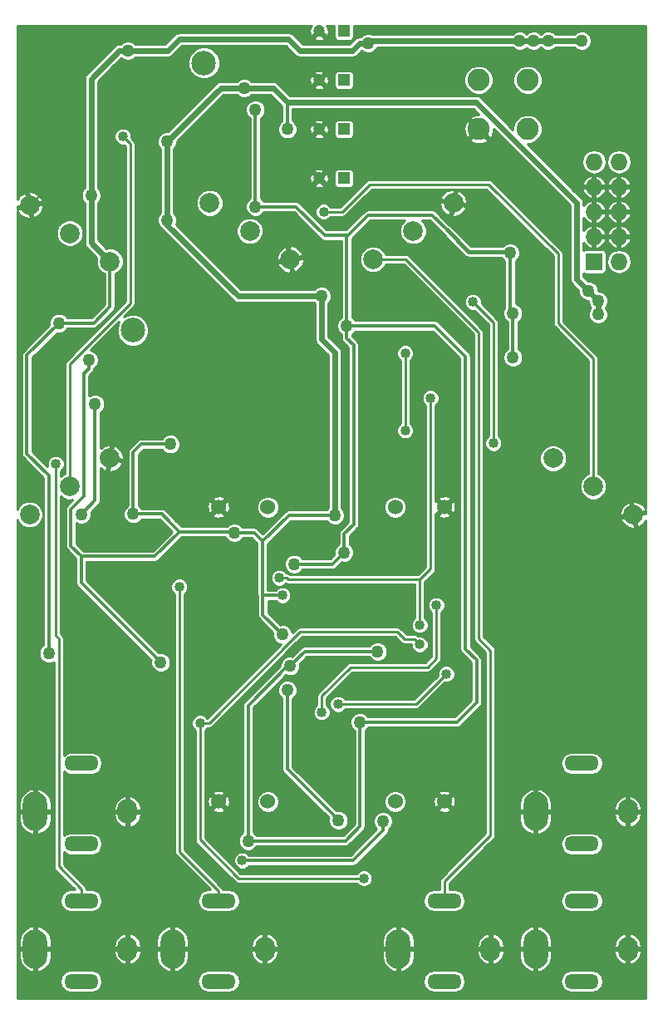
<source format=gtl>
G04 #@! TF.FileFunction,Copper,L1,Top,Signal*
%FSLAX46Y46*%
G04 Gerber Fmt 4.6, Leading zero omitted, Abs format (unit mm)*
G04 Created by KiCad (PCBNEW 4.0.2-stable) date 2017-01-03 9:22:11 PM*
%MOMM*%
G01*
G04 APERTURE LIST*
%ADD10C,0.100000*%
%ADD11C,1.998980*%
%ADD12C,2.250000*%
%ADD13C,2.500000*%
%ADD14R,1.200000X1.200000*%
%ADD15C,1.200000*%
%ADD16O,2.500000X4.000000*%
%ADD17O,2.000000X2.500000*%
%ADD18O,3.500000X1.500000*%
%ADD19R,1.727200X1.727200*%
%ADD20O,1.727200X1.727200*%
%ADD21C,1.524000*%
%ADD22C,1.016000*%
%ADD23C,1.270000*%
%ADD24C,0.254000*%
%ADD25C,0.609600*%
%ADD26C,0.355600*%
%ADD27C,0.406400*%
%ADD28C,0.304800*%
G04 APERTURE END LIST*
D10*
D11*
X17822777Y-33606433D03*
X21918537Y-36474315D03*
X13727017Y-30738551D03*
D12*
X59500000Y-18000000D03*
X64500000Y-18000000D03*
X64500000Y-23000000D03*
X59500000Y-23000000D03*
D13*
X24250000Y-43500000D03*
X31500000Y-16250000D03*
D14*
X45770000Y-28000000D03*
D15*
X43230000Y-28000000D03*
D14*
X45770000Y-23000000D03*
D15*
X43230000Y-23000000D03*
D14*
X45770000Y-18000000D03*
D15*
X43230000Y-18000000D03*
D14*
X45770000Y-13000000D03*
D15*
X43230000Y-13000000D03*
D11*
X36177223Y-33393567D03*
X32081463Y-30525685D03*
X40272983Y-36261449D03*
X17822777Y-59393567D03*
X13727017Y-62261449D03*
X21918537Y-56525685D03*
X71177223Y-59393567D03*
X67081463Y-56525685D03*
X75272983Y-62261449D03*
X52822777Y-33393567D03*
X48727017Y-36261449D03*
X56918537Y-30525685D03*
D16*
X14300000Y-106500000D03*
D17*
X23700000Y-106500000D03*
D18*
X19000000Y-101600000D03*
X19000000Y-109800000D03*
D16*
X14300000Y-92500000D03*
D17*
X23700000Y-92500000D03*
D18*
X19000000Y-87600000D03*
X19000000Y-95800000D03*
D16*
X65300000Y-92500000D03*
D17*
X74700000Y-92500000D03*
D18*
X70000000Y-87600000D03*
X70000000Y-95800000D03*
D16*
X51300000Y-106500000D03*
D17*
X60700000Y-106500000D03*
D18*
X56000000Y-101600000D03*
X56000000Y-109800000D03*
D16*
X28300000Y-106500000D03*
D17*
X37700000Y-106500000D03*
D18*
X33000000Y-101600000D03*
X33000000Y-109800000D03*
D16*
X65300000Y-106500000D03*
D17*
X74700000Y-106500000D03*
D18*
X70000000Y-101600000D03*
X70000000Y-109800000D03*
D19*
X71250000Y-36500000D03*
D20*
X73790000Y-36500000D03*
X71250000Y-33960000D03*
X73790000Y-33960000D03*
X71250000Y-31420000D03*
X73790000Y-31420000D03*
X71250000Y-28880000D03*
X73790000Y-28880000D03*
X71250000Y-26340000D03*
X73790000Y-26340000D03*
D21*
X51000000Y-61500000D03*
X56000000Y-61500000D03*
X38000000Y-61500000D03*
X33000000Y-61500000D03*
X38000000Y-91500000D03*
X33000000Y-91500000D03*
X51000000Y-91500000D03*
X56000000Y-91500000D03*
D22*
X39200000Y-68700000D03*
X53500000Y-73500000D03*
X54600000Y-50400000D03*
X17800000Y-24300000D03*
X49100000Y-89600000D03*
X27100000Y-46300000D03*
X24400000Y-53500000D03*
X50100000Y-49000000D03*
X35400000Y-73300000D03*
X38400000Y-34000000D03*
X40000000Y-26900000D03*
X23839968Y-65477508D03*
X39750000Y-89750000D03*
X21750000Y-17750000D03*
X29000000Y-27250000D03*
X14500000Y-70000000D03*
X39967298Y-24500000D03*
X24238905Y-63612974D03*
X52160171Y-59500000D03*
X35500000Y-77500000D03*
X26400000Y-72600000D03*
X65600000Y-38200000D03*
X68400000Y-33600000D03*
X31100000Y-83500000D03*
X47800000Y-99300000D03*
X53500000Y-75500000D03*
D23*
X63675000Y-14000000D03*
X65100000Y-14000000D03*
X66575000Y-14000000D03*
X15683980Y-76400000D03*
X36750000Y-30899100D03*
X36750000Y-21000000D03*
X19000000Y-62250000D03*
X62700000Y-35600000D03*
X46057295Y-43035141D03*
X20000000Y-29750000D03*
X20400000Y-51000000D03*
X16750000Y-42750000D03*
X23750000Y-15000000D03*
X48250006Y-14250000D03*
X70000000Y-14000000D03*
X63000000Y-46250000D03*
X49200000Y-76200000D03*
X63000000Y-41750000D03*
X40700000Y-67300000D03*
X40255941Y-77700000D03*
X45797518Y-66110692D03*
X36000000Y-95500000D03*
X47400000Y-83400000D03*
X70700000Y-39500000D03*
X71675000Y-40475002D03*
X71675000Y-41875000D03*
X28100000Y-55100000D03*
X24300000Y-62200000D03*
X35599998Y-18800000D03*
X40012257Y-22999959D03*
X27750000Y-32250000D03*
X27100000Y-77300000D03*
X43500000Y-40000000D03*
D22*
X39500000Y-70500000D03*
D23*
X19750000Y-46500000D03*
X34600000Y-64100000D03*
X27750000Y-24250000D03*
X44854355Y-62345645D03*
X45216020Y-93400000D03*
X40000000Y-80143980D03*
X39527332Y-74484231D03*
D22*
X35400000Y-97500000D03*
D23*
X49750000Y-93500000D03*
D22*
X16400000Y-57100000D03*
X29000000Y-69600000D03*
X43700000Y-31400000D03*
X52000000Y-45800000D03*
X52000000Y-53700000D03*
X43500000Y-82400000D03*
X55200000Y-71500000D03*
X45161780Y-81577596D03*
X56200000Y-78499998D03*
X61000000Y-55000000D03*
X58904941Y-40583999D03*
X23250000Y-23749992D03*
D24*
X53500000Y-68938140D02*
X53461860Y-68900000D01*
X53461860Y-68900000D02*
X40118420Y-68900000D01*
X40118420Y-68900000D02*
X39918420Y-68700000D01*
X39918420Y-68700000D02*
X39200000Y-68700000D01*
X53500000Y-68938140D02*
X53500000Y-68900000D01*
X53500000Y-68900000D02*
X54600000Y-67800000D01*
X54600000Y-67800000D02*
X54600000Y-51118420D01*
X54600000Y-51118420D02*
X54600000Y-50400000D01*
X53500000Y-73500000D02*
X53500000Y-68938140D01*
X14726506Y-25673494D02*
X16100000Y-24300000D01*
X16100000Y-24300000D02*
X17800000Y-24300000D01*
X13727017Y-30738551D02*
X14726506Y-29739062D01*
X14726506Y-29739062D02*
X14726506Y-25673494D01*
X53500000Y-75500000D02*
X52992001Y-74992001D01*
X40543333Y-74971912D02*
X32015245Y-83500000D01*
X52992001Y-74992001D02*
X51992001Y-74992001D01*
X32015245Y-83500000D02*
X31818420Y-83500000D01*
X51992001Y-74992001D02*
X51200000Y-74200000D01*
X51200000Y-74200000D02*
X41300000Y-74200000D01*
X41300000Y-74200000D02*
X40543333Y-74956667D01*
X40543333Y-74956667D02*
X40543333Y-74971912D01*
X31818420Y-83500000D02*
X31100000Y-83500000D01*
X35000000Y-99300000D02*
X47800000Y-99300000D01*
X31100000Y-95400000D02*
X35000000Y-99300000D01*
X31100000Y-83500000D02*
X31100000Y-95400000D01*
D25*
X70000000Y-14000000D02*
X65100000Y-14000000D01*
X65100000Y-14000000D02*
X48500006Y-14000000D01*
D26*
X15683980Y-75501975D02*
X15683980Y-76400000D01*
X13460000Y-56050908D02*
X15683980Y-58274888D01*
X16750000Y-42750000D02*
X13460000Y-46040000D01*
X15683980Y-58274888D02*
X15683980Y-75501975D01*
X13460000Y-46040000D02*
X13460000Y-56050908D01*
X19000000Y-62250000D02*
X20400000Y-60850000D01*
X20400000Y-51898025D02*
X20400000Y-51000000D01*
X20400000Y-60850000D02*
X20400000Y-51898025D01*
X36750000Y-30899100D02*
X40899096Y-30899100D01*
X40899096Y-30899100D02*
X43799996Y-33800000D01*
X43799996Y-33800000D02*
X46200000Y-33800000D01*
X36750000Y-21000000D02*
X36750000Y-30899100D01*
D25*
X28972411Y-13827589D02*
X40127589Y-13827589D01*
D26*
X47400000Y-83400000D02*
X57300000Y-83400000D01*
X57300000Y-83400000D02*
X59300000Y-81400000D01*
X59300000Y-81400000D02*
X59300000Y-77100000D01*
X59300000Y-77100000D02*
X58131801Y-75931801D01*
X48815759Y-43035141D02*
X46057295Y-43035141D01*
X58131801Y-75931801D02*
X58131801Y-46131801D01*
X58131801Y-46131801D02*
X55035141Y-43035141D01*
X55035141Y-43035141D02*
X48815759Y-43035141D01*
X46057295Y-43035141D02*
X46057295Y-44307295D01*
X46057295Y-44307295D02*
X46750000Y-45000000D01*
X46750000Y-45000000D02*
X46750000Y-63250000D01*
X46750000Y-63250000D02*
X45797518Y-64202482D01*
X45797518Y-64202482D02*
X45797518Y-66110692D01*
X46057295Y-33942705D02*
X46200000Y-33800000D01*
X46200000Y-33800000D02*
X48250000Y-31750000D01*
X46057295Y-43035141D02*
X46057295Y-33942705D01*
X48250000Y-31750000D02*
X54750000Y-31750000D01*
X54750000Y-31750000D02*
X56250000Y-33250000D01*
D27*
X62700000Y-35600000D02*
X62600000Y-35500000D01*
X62600000Y-35500000D02*
X58500000Y-35500000D01*
X58500000Y-35500000D02*
X56250000Y-33250000D01*
D26*
X62700000Y-35600000D02*
X62700000Y-41450000D01*
X45162519Y-66745691D02*
X45797518Y-66110692D01*
D25*
X23750000Y-15000000D02*
X27800000Y-15000000D01*
X27800000Y-15000000D02*
X28972411Y-13827589D01*
X47351981Y-14250000D02*
X48250006Y-14250000D01*
X40127589Y-13827589D02*
X41300000Y-15000000D01*
X41300000Y-15000000D02*
X46601981Y-15000000D01*
X46601981Y-15000000D02*
X47351981Y-14250000D01*
D26*
X40255941Y-77700000D02*
X40000000Y-77700000D01*
X36000000Y-81700000D02*
X36000000Y-94601975D01*
X40000000Y-77700000D02*
X36000000Y-81700000D01*
X36000000Y-94601975D02*
X36000000Y-95500000D01*
D25*
X20000000Y-28851975D02*
X20000000Y-29750000D01*
X20000000Y-17851975D02*
X20000000Y-28851975D01*
X22851975Y-15000000D02*
X20000000Y-17851975D01*
X23750000Y-15000000D02*
X22851975Y-15000000D01*
X20000000Y-30648025D02*
X20000000Y-29750000D01*
X20000000Y-34555778D02*
X20000000Y-30648025D01*
X21918537Y-36474315D02*
X20000000Y-34555778D01*
D26*
X20250000Y-42750000D02*
X16750000Y-42750000D01*
X21918537Y-36474315D02*
X21918537Y-41081463D01*
X21918537Y-41081463D02*
X20250000Y-42750000D01*
D25*
X48500006Y-14000000D02*
X48250006Y-14250000D01*
D28*
X63000000Y-42250000D02*
X63000000Y-45351975D01*
X63000000Y-45351975D02*
X63000000Y-46250000D01*
X62750000Y-42000000D02*
X63000000Y-42250000D01*
X63000000Y-41750000D02*
X63000000Y-46250000D01*
D26*
X48301975Y-76200000D02*
X49200000Y-76200000D01*
X41755941Y-76200000D02*
X48301975Y-76200000D01*
X40255941Y-77700000D02*
X41755941Y-76200000D01*
X62700000Y-41450000D02*
X63000000Y-41750000D01*
X44608210Y-67300000D02*
X45162519Y-66745691D01*
X40700000Y-67300000D02*
X44608210Y-67300000D01*
X36898025Y-95500000D02*
X36000000Y-95500000D01*
X45900000Y-95500000D02*
X36898025Y-95500000D01*
X47400000Y-94000000D02*
X45900000Y-95500000D01*
X47400000Y-83400000D02*
X47400000Y-94000000D01*
D25*
X69500000Y-38300002D02*
X71040001Y-39840003D01*
X71040001Y-39840003D02*
X71675000Y-40475002D01*
X59250000Y-20250000D02*
X69500000Y-30500000D01*
X40000000Y-20250000D02*
X59250000Y-20250000D01*
X69500000Y-30500000D02*
X69500000Y-38300002D01*
X71675000Y-41875000D02*
X71675000Y-40475002D01*
D26*
X24300000Y-62200000D02*
X27200000Y-62200000D01*
X27200000Y-62200000D02*
X28200000Y-63200000D01*
X28200000Y-63200000D02*
X29000000Y-64000000D01*
X24300000Y-62200000D02*
X24300000Y-55900000D01*
X24300000Y-55900000D02*
X25100000Y-55100000D01*
X25100000Y-55100000D02*
X28100000Y-55100000D01*
X29000000Y-64000000D02*
X26500000Y-66500000D01*
X26500000Y-66500000D02*
X24200000Y-66500000D01*
X24200000Y-66500000D02*
X19000000Y-66500000D01*
D25*
X27750000Y-24250000D02*
X33200000Y-18800000D01*
X33200000Y-18800000D02*
X35599998Y-18800000D01*
X36498023Y-18800000D02*
X35599998Y-18800000D01*
X38550000Y-18800000D02*
X36498023Y-18800000D01*
X40000000Y-20250000D02*
X38550000Y-18800000D01*
D26*
X40012257Y-22999959D02*
X40012257Y-22101934D01*
X40012257Y-22101934D02*
X40000000Y-22089677D01*
X40000000Y-22089677D02*
X40000000Y-20250000D01*
X17933199Y-65433199D02*
X19000000Y-66500000D01*
X17933199Y-61737935D02*
X17933199Y-65433199D01*
X19750000Y-46500000D02*
X19750000Y-47398025D01*
X19254068Y-60417066D02*
X17933199Y-61737935D01*
X19254068Y-47893957D02*
X19254068Y-60417066D01*
X19750000Y-47398025D02*
X19254068Y-47893957D01*
X37460199Y-65039801D02*
X37500000Y-65000000D01*
X37500000Y-70395962D02*
X37460199Y-70356161D01*
X37460199Y-70356161D02*
X37460199Y-65039801D01*
D25*
X27750000Y-24250000D02*
X27750000Y-32250000D01*
X27750000Y-32250000D02*
X27750000Y-32750000D01*
X43500000Y-40000000D02*
X43500000Y-44400000D01*
X43500000Y-44400000D02*
X44854355Y-45754355D01*
X44854355Y-45754355D02*
X44854355Y-62345645D01*
D26*
X26465001Y-76665001D02*
X27100000Y-77300000D01*
X19000000Y-69200000D02*
X26465001Y-76665001D01*
X19000000Y-66500000D02*
X19000000Y-69200000D01*
D25*
X35000000Y-40000000D02*
X42601975Y-40000000D01*
X27750000Y-32750000D02*
X35000000Y-40000000D01*
X42601975Y-40000000D02*
X43500000Y-40000000D01*
D26*
X34600000Y-64100000D02*
X34500000Y-64000000D01*
X34500000Y-64000000D02*
X29000000Y-64000000D01*
X37500000Y-65000000D02*
X36600000Y-64100000D01*
X36600000Y-64100000D02*
X35498025Y-64100000D01*
X35498025Y-64100000D02*
X34600000Y-64100000D01*
X40154355Y-62345645D02*
X44854355Y-62345645D01*
X37500000Y-65000000D02*
X40154355Y-62345645D01*
X37604038Y-70500000D02*
X37500000Y-70395962D01*
X39500000Y-70500000D02*
X37604038Y-70500000D01*
X37500000Y-72456899D02*
X37500000Y-70395962D01*
X40000000Y-88183980D02*
X44581021Y-92765001D01*
X40000000Y-80143980D02*
X40000000Y-88183980D01*
X44581021Y-92765001D02*
X45216020Y-93400000D01*
X39527332Y-74484231D02*
X37500000Y-72456899D01*
X49750000Y-94450000D02*
X49750000Y-93500000D01*
X46700000Y-97500000D02*
X49750000Y-94450000D01*
X35400000Y-97500000D02*
X46700000Y-97500000D01*
D24*
X16400000Y-57818420D02*
X16400000Y-57100000D01*
X16700000Y-74900000D02*
X16400000Y-74600000D01*
X19000000Y-100400000D02*
X16700000Y-98100000D01*
X19000000Y-101600000D02*
X19000000Y-100400000D01*
X16700000Y-98100000D02*
X16700000Y-74900000D01*
X16400000Y-74600000D02*
X16400000Y-57818420D01*
X16400000Y-57150000D02*
X16400000Y-57100000D01*
X56000000Y-101600000D02*
X56000000Y-99600000D01*
X56000000Y-99600000D02*
X60700000Y-94900000D01*
X60700000Y-94900000D02*
X60700000Y-76100000D01*
X60700000Y-76100000D02*
X59500000Y-74900000D01*
X59500000Y-74900000D02*
X59500000Y-43700000D01*
X59500000Y-43700000D02*
X52061449Y-36261449D01*
X52061449Y-36261449D02*
X48727017Y-36261449D01*
X29000000Y-70318420D02*
X29000000Y-69600000D01*
X29000000Y-96596000D02*
X29000000Y-70318420D01*
X33000000Y-100596000D02*
X29000000Y-96596000D01*
X33000000Y-101600000D02*
X33000000Y-100596000D01*
X71177223Y-59393567D02*
X71177223Y-46377223D01*
X48400000Y-28600000D02*
X45600000Y-31400000D01*
X71177223Y-46377223D02*
X67600000Y-42800000D01*
X67600000Y-42800000D02*
X67600000Y-35703407D01*
X67600000Y-35703407D02*
X60496593Y-28600000D01*
X60496593Y-28600000D02*
X48400000Y-28600000D01*
X45600000Y-31400000D02*
X43700000Y-31400000D01*
X52000000Y-53700000D02*
X52000000Y-45800000D01*
X43500000Y-82400000D02*
X43500000Y-80750000D01*
X43500000Y-80750000D02*
X46450000Y-77800000D01*
X46450000Y-77800000D02*
X54300000Y-77800000D01*
X54300000Y-77800000D02*
X55200000Y-76900000D01*
X55200000Y-76900000D02*
X55200000Y-72218420D01*
X55200000Y-72218420D02*
X55200000Y-71500000D01*
X45880200Y-81577596D02*
X45161780Y-81577596D01*
X53122402Y-81577596D02*
X45880200Y-81577596D01*
X56200000Y-78499998D02*
X53122402Y-81577596D01*
X58904941Y-40583999D02*
X61000000Y-42679058D01*
X61000000Y-42679058D02*
X61000000Y-55000000D01*
X17822777Y-59393567D02*
X17822777Y-46923539D01*
X17822777Y-46923539D02*
X24000000Y-40746316D01*
X24000000Y-40746316D02*
X24000000Y-24499992D01*
X24000000Y-24499992D02*
X23250000Y-23749992D01*
G36*
X42506619Y-12456227D02*
X42352706Y-12519590D01*
X42235641Y-12891885D01*
X42269958Y-13280639D01*
X42352706Y-13480410D01*
X42506621Y-13543774D01*
X43050395Y-13000000D01*
X43036253Y-12985858D01*
X43215858Y-12806253D01*
X43230000Y-12820395D01*
X43244143Y-12806253D01*
X43423748Y-12985858D01*
X43409605Y-13000000D01*
X43953379Y-13543774D01*
X44107294Y-13480410D01*
X44224359Y-13108115D01*
X44190042Y-12719361D01*
X44107294Y-12519590D01*
X43953381Y-12456227D01*
X43953608Y-12456000D01*
X44781536Y-12456000D01*
X44781536Y-13600000D01*
X44808103Y-13741190D01*
X44891546Y-13870865D01*
X45018866Y-13957859D01*
X45170000Y-13988464D01*
X46370000Y-13988464D01*
X46511190Y-13961897D01*
X46640865Y-13878454D01*
X46727859Y-13751134D01*
X46758464Y-13600000D01*
X46758464Y-12456000D01*
X76544000Y-12456000D01*
X76544000Y-61666633D01*
X76238711Y-61237476D01*
X75773342Y-60945853D01*
X75375499Y-60857653D01*
X75171247Y-60953114D01*
X75376000Y-62114325D01*
X76537212Y-61909572D01*
X76544000Y-61832757D01*
X76544000Y-62166293D01*
X75420107Y-62364466D01*
X75624860Y-63525678D01*
X75849443Y-63545524D01*
X76296956Y-63227177D01*
X76544000Y-62832947D01*
X76544000Y-111544000D01*
X12456000Y-111544000D01*
X12456000Y-109800000D01*
X16827251Y-109800000D01*
X16913343Y-110232815D01*
X17158513Y-110599738D01*
X17525436Y-110844908D01*
X17958251Y-110931000D01*
X20041749Y-110931000D01*
X20474564Y-110844908D01*
X20841487Y-110599738D01*
X21086657Y-110232815D01*
X21172749Y-109800000D01*
X30827251Y-109800000D01*
X30913343Y-110232815D01*
X31158513Y-110599738D01*
X31525436Y-110844908D01*
X31958251Y-110931000D01*
X34041749Y-110931000D01*
X34474564Y-110844908D01*
X34841487Y-110599738D01*
X35086657Y-110232815D01*
X35172749Y-109800000D01*
X53827251Y-109800000D01*
X53913343Y-110232815D01*
X54158513Y-110599738D01*
X54525436Y-110844908D01*
X54958251Y-110931000D01*
X57041749Y-110931000D01*
X57474564Y-110844908D01*
X57841487Y-110599738D01*
X58086657Y-110232815D01*
X58172749Y-109800000D01*
X67827251Y-109800000D01*
X67913343Y-110232815D01*
X68158513Y-110599738D01*
X68525436Y-110844908D01*
X68958251Y-110931000D01*
X71041749Y-110931000D01*
X71474564Y-110844908D01*
X71841487Y-110599738D01*
X72086657Y-110232815D01*
X72172749Y-109800000D01*
X72086657Y-109367185D01*
X71841487Y-109000262D01*
X71474564Y-108755092D01*
X71041749Y-108669000D01*
X68958251Y-108669000D01*
X68525436Y-108755092D01*
X68158513Y-109000262D01*
X67913343Y-109367185D01*
X67827251Y-109800000D01*
X58172749Y-109800000D01*
X58086657Y-109367185D01*
X57841487Y-109000262D01*
X57474564Y-108755092D01*
X57041749Y-108669000D01*
X54958251Y-108669000D01*
X54525436Y-108755092D01*
X54158513Y-109000262D01*
X53913343Y-109367185D01*
X53827251Y-109800000D01*
X35172749Y-109800000D01*
X35086657Y-109367185D01*
X34841487Y-109000262D01*
X34474564Y-108755092D01*
X34041749Y-108669000D01*
X31958251Y-108669000D01*
X31525436Y-108755092D01*
X31158513Y-109000262D01*
X30913343Y-109367185D01*
X30827251Y-109800000D01*
X21172749Y-109800000D01*
X21086657Y-109367185D01*
X20841487Y-109000262D01*
X20474564Y-108755092D01*
X20041749Y-108669000D01*
X17958251Y-108669000D01*
X17525436Y-108755092D01*
X17158513Y-109000262D01*
X16913343Y-109367185D01*
X16827251Y-109800000D01*
X12456000Y-109800000D01*
X12456000Y-106627000D01*
X12669000Y-106627000D01*
X12669000Y-107377000D01*
X12841753Y-107991489D01*
X13236511Y-108493093D01*
X13793175Y-108805448D01*
X13920194Y-108836161D01*
X14173000Y-108780490D01*
X14173000Y-106627000D01*
X14427000Y-106627000D01*
X14427000Y-108780490D01*
X14679806Y-108836161D01*
X14806825Y-108805448D01*
X15363489Y-108493093D01*
X15758247Y-107991489D01*
X15931000Y-107377000D01*
X15931000Y-106845432D01*
X22311196Y-106845432D01*
X22453433Y-107369640D01*
X22785448Y-107799513D01*
X23256695Y-108069607D01*
X23359443Y-108088350D01*
X23573000Y-108029462D01*
X23573000Y-106627000D01*
X23827000Y-106627000D01*
X23827000Y-108029462D01*
X24040557Y-108088350D01*
X24143305Y-108069607D01*
X24614552Y-107799513D01*
X24946567Y-107369640D01*
X25088804Y-106845432D01*
X24991384Y-106627000D01*
X26669000Y-106627000D01*
X26669000Y-107377000D01*
X26841753Y-107991489D01*
X27236511Y-108493093D01*
X27793175Y-108805448D01*
X27920194Y-108836161D01*
X28173000Y-108780490D01*
X28173000Y-106627000D01*
X28427000Y-106627000D01*
X28427000Y-108780490D01*
X28679806Y-108836161D01*
X28806825Y-108805448D01*
X29363489Y-108493093D01*
X29758247Y-107991489D01*
X29931000Y-107377000D01*
X29931000Y-106845432D01*
X36311196Y-106845432D01*
X36453433Y-107369640D01*
X36785448Y-107799513D01*
X37256695Y-108069607D01*
X37359443Y-108088350D01*
X37573000Y-108029462D01*
X37573000Y-106627000D01*
X37827000Y-106627000D01*
X37827000Y-108029462D01*
X38040557Y-108088350D01*
X38143305Y-108069607D01*
X38614552Y-107799513D01*
X38946567Y-107369640D01*
X39088804Y-106845432D01*
X38991384Y-106627000D01*
X49669000Y-106627000D01*
X49669000Y-107377000D01*
X49841753Y-107991489D01*
X50236511Y-108493093D01*
X50793175Y-108805448D01*
X50920194Y-108836161D01*
X51173000Y-108780490D01*
X51173000Y-106627000D01*
X51427000Y-106627000D01*
X51427000Y-108780490D01*
X51679806Y-108836161D01*
X51806825Y-108805448D01*
X52363489Y-108493093D01*
X52758247Y-107991489D01*
X52931000Y-107377000D01*
X52931000Y-106845432D01*
X59311196Y-106845432D01*
X59453433Y-107369640D01*
X59785448Y-107799513D01*
X60256695Y-108069607D01*
X60359443Y-108088350D01*
X60573000Y-108029462D01*
X60573000Y-106627000D01*
X60827000Y-106627000D01*
X60827000Y-108029462D01*
X61040557Y-108088350D01*
X61143305Y-108069607D01*
X61614552Y-107799513D01*
X61946567Y-107369640D01*
X62088804Y-106845432D01*
X61991384Y-106627000D01*
X63669000Y-106627000D01*
X63669000Y-107377000D01*
X63841753Y-107991489D01*
X64236511Y-108493093D01*
X64793175Y-108805448D01*
X64920194Y-108836161D01*
X65173000Y-108780490D01*
X65173000Y-106627000D01*
X65427000Y-106627000D01*
X65427000Y-108780490D01*
X65679806Y-108836161D01*
X65806825Y-108805448D01*
X66363489Y-108493093D01*
X66758247Y-107991489D01*
X66931000Y-107377000D01*
X66931000Y-106845432D01*
X73311196Y-106845432D01*
X73453433Y-107369640D01*
X73785448Y-107799513D01*
X74256695Y-108069607D01*
X74359443Y-108088350D01*
X74573000Y-108029462D01*
X74573000Y-106627000D01*
X74827000Y-106627000D01*
X74827000Y-108029462D01*
X75040557Y-108088350D01*
X75143305Y-108069607D01*
X75614552Y-107799513D01*
X75946567Y-107369640D01*
X76088804Y-106845432D01*
X75991384Y-106627000D01*
X74827000Y-106627000D01*
X74573000Y-106627000D01*
X73408616Y-106627000D01*
X73311196Y-106845432D01*
X66931000Y-106845432D01*
X66931000Y-106627000D01*
X65427000Y-106627000D01*
X65173000Y-106627000D01*
X63669000Y-106627000D01*
X61991384Y-106627000D01*
X60827000Y-106627000D01*
X60573000Y-106627000D01*
X59408616Y-106627000D01*
X59311196Y-106845432D01*
X52931000Y-106845432D01*
X52931000Y-106627000D01*
X51427000Y-106627000D01*
X51173000Y-106627000D01*
X49669000Y-106627000D01*
X38991384Y-106627000D01*
X37827000Y-106627000D01*
X37573000Y-106627000D01*
X36408616Y-106627000D01*
X36311196Y-106845432D01*
X29931000Y-106845432D01*
X29931000Y-106627000D01*
X28427000Y-106627000D01*
X28173000Y-106627000D01*
X26669000Y-106627000D01*
X24991384Y-106627000D01*
X23827000Y-106627000D01*
X23573000Y-106627000D01*
X22408616Y-106627000D01*
X22311196Y-106845432D01*
X15931000Y-106845432D01*
X15931000Y-106627000D01*
X14427000Y-106627000D01*
X14173000Y-106627000D01*
X12669000Y-106627000D01*
X12456000Y-106627000D01*
X12456000Y-105623000D01*
X12669000Y-105623000D01*
X12669000Y-106373000D01*
X14173000Y-106373000D01*
X14173000Y-104219510D01*
X14427000Y-104219510D01*
X14427000Y-106373000D01*
X15931000Y-106373000D01*
X15931000Y-106154568D01*
X22311196Y-106154568D01*
X22408616Y-106373000D01*
X23573000Y-106373000D01*
X23573000Y-104970538D01*
X23827000Y-104970538D01*
X23827000Y-106373000D01*
X24991384Y-106373000D01*
X25088804Y-106154568D01*
X24946567Y-105630360D01*
X24940883Y-105623000D01*
X26669000Y-105623000D01*
X26669000Y-106373000D01*
X28173000Y-106373000D01*
X28173000Y-104219510D01*
X28427000Y-104219510D01*
X28427000Y-106373000D01*
X29931000Y-106373000D01*
X29931000Y-106154568D01*
X36311196Y-106154568D01*
X36408616Y-106373000D01*
X37573000Y-106373000D01*
X37573000Y-104970538D01*
X37827000Y-104970538D01*
X37827000Y-106373000D01*
X38991384Y-106373000D01*
X39088804Y-106154568D01*
X38946567Y-105630360D01*
X38940883Y-105623000D01*
X49669000Y-105623000D01*
X49669000Y-106373000D01*
X51173000Y-106373000D01*
X51173000Y-104219510D01*
X51427000Y-104219510D01*
X51427000Y-106373000D01*
X52931000Y-106373000D01*
X52931000Y-106154568D01*
X59311196Y-106154568D01*
X59408616Y-106373000D01*
X60573000Y-106373000D01*
X60573000Y-104970538D01*
X60827000Y-104970538D01*
X60827000Y-106373000D01*
X61991384Y-106373000D01*
X62088804Y-106154568D01*
X61946567Y-105630360D01*
X61940883Y-105623000D01*
X63669000Y-105623000D01*
X63669000Y-106373000D01*
X65173000Y-106373000D01*
X65173000Y-104219510D01*
X65427000Y-104219510D01*
X65427000Y-106373000D01*
X66931000Y-106373000D01*
X66931000Y-106154568D01*
X73311196Y-106154568D01*
X73408616Y-106373000D01*
X74573000Y-106373000D01*
X74573000Y-104970538D01*
X74827000Y-104970538D01*
X74827000Y-106373000D01*
X75991384Y-106373000D01*
X76088804Y-106154568D01*
X75946567Y-105630360D01*
X75614552Y-105200487D01*
X75143305Y-104930393D01*
X75040557Y-104911650D01*
X74827000Y-104970538D01*
X74573000Y-104970538D01*
X74359443Y-104911650D01*
X74256695Y-104930393D01*
X73785448Y-105200487D01*
X73453433Y-105630360D01*
X73311196Y-106154568D01*
X66931000Y-106154568D01*
X66931000Y-105623000D01*
X66758247Y-105008511D01*
X66363489Y-104506907D01*
X65806825Y-104194552D01*
X65679806Y-104163839D01*
X65427000Y-104219510D01*
X65173000Y-104219510D01*
X64920194Y-104163839D01*
X64793175Y-104194552D01*
X64236511Y-104506907D01*
X63841753Y-105008511D01*
X63669000Y-105623000D01*
X61940883Y-105623000D01*
X61614552Y-105200487D01*
X61143305Y-104930393D01*
X61040557Y-104911650D01*
X60827000Y-104970538D01*
X60573000Y-104970538D01*
X60359443Y-104911650D01*
X60256695Y-104930393D01*
X59785448Y-105200487D01*
X59453433Y-105630360D01*
X59311196Y-106154568D01*
X52931000Y-106154568D01*
X52931000Y-105623000D01*
X52758247Y-105008511D01*
X52363489Y-104506907D01*
X51806825Y-104194552D01*
X51679806Y-104163839D01*
X51427000Y-104219510D01*
X51173000Y-104219510D01*
X50920194Y-104163839D01*
X50793175Y-104194552D01*
X50236511Y-104506907D01*
X49841753Y-105008511D01*
X49669000Y-105623000D01*
X38940883Y-105623000D01*
X38614552Y-105200487D01*
X38143305Y-104930393D01*
X38040557Y-104911650D01*
X37827000Y-104970538D01*
X37573000Y-104970538D01*
X37359443Y-104911650D01*
X37256695Y-104930393D01*
X36785448Y-105200487D01*
X36453433Y-105630360D01*
X36311196Y-106154568D01*
X29931000Y-106154568D01*
X29931000Y-105623000D01*
X29758247Y-105008511D01*
X29363489Y-104506907D01*
X28806825Y-104194552D01*
X28679806Y-104163839D01*
X28427000Y-104219510D01*
X28173000Y-104219510D01*
X27920194Y-104163839D01*
X27793175Y-104194552D01*
X27236511Y-104506907D01*
X26841753Y-105008511D01*
X26669000Y-105623000D01*
X24940883Y-105623000D01*
X24614552Y-105200487D01*
X24143305Y-104930393D01*
X24040557Y-104911650D01*
X23827000Y-104970538D01*
X23573000Y-104970538D01*
X23359443Y-104911650D01*
X23256695Y-104930393D01*
X22785448Y-105200487D01*
X22453433Y-105630360D01*
X22311196Y-106154568D01*
X15931000Y-106154568D01*
X15931000Y-105623000D01*
X15758247Y-105008511D01*
X15363489Y-104506907D01*
X14806825Y-104194552D01*
X14679806Y-104163839D01*
X14427000Y-104219510D01*
X14173000Y-104219510D01*
X13920194Y-104163839D01*
X13793175Y-104194552D01*
X13236511Y-104506907D01*
X12841753Y-105008511D01*
X12669000Y-105623000D01*
X12456000Y-105623000D01*
X12456000Y-92627000D01*
X12669000Y-92627000D01*
X12669000Y-93377000D01*
X12841753Y-93991489D01*
X13236511Y-94493093D01*
X13793175Y-94805448D01*
X13920194Y-94836161D01*
X14173000Y-94780490D01*
X14173000Y-92627000D01*
X14427000Y-92627000D01*
X14427000Y-94780490D01*
X14679806Y-94836161D01*
X14806825Y-94805448D01*
X15363489Y-94493093D01*
X15758247Y-93991489D01*
X15931000Y-93377000D01*
X15931000Y-92627000D01*
X14427000Y-92627000D01*
X14173000Y-92627000D01*
X12669000Y-92627000D01*
X12456000Y-92627000D01*
X12456000Y-91623000D01*
X12669000Y-91623000D01*
X12669000Y-92373000D01*
X14173000Y-92373000D01*
X14173000Y-90219510D01*
X14427000Y-90219510D01*
X14427000Y-92373000D01*
X15931000Y-92373000D01*
X15931000Y-91623000D01*
X15758247Y-91008511D01*
X15363489Y-90506907D01*
X14806825Y-90194552D01*
X14679806Y-90163839D01*
X14427000Y-90219510D01*
X14173000Y-90219510D01*
X13920194Y-90163839D01*
X13793175Y-90194552D01*
X13236511Y-90506907D01*
X12841753Y-91008511D01*
X12669000Y-91623000D01*
X12456000Y-91623000D01*
X12456000Y-62800364D01*
X12556012Y-63042412D01*
X12944011Y-63431089D01*
X13451216Y-63641698D01*
X14000409Y-63642178D01*
X14507980Y-63432454D01*
X14896657Y-63044455D01*
X15107266Y-62537250D01*
X15107746Y-61988057D01*
X14898022Y-61480486D01*
X14510023Y-61091809D01*
X14002818Y-60881200D01*
X13453625Y-60880720D01*
X12946054Y-61090444D01*
X12557377Y-61478443D01*
X12456000Y-61722587D01*
X12456000Y-46040000D01*
X12901200Y-46040000D01*
X12901200Y-56050908D01*
X12943736Y-56264752D01*
X13044974Y-56416264D01*
X13064869Y-56446039D01*
X15125180Y-58506350D01*
X15125180Y-75531578D01*
X15109214Y-75538175D01*
X14823159Y-75823731D01*
X14668156Y-76197018D01*
X14667804Y-76601208D01*
X14822155Y-76974766D01*
X15107711Y-77260821D01*
X15480998Y-77415824D01*
X15885188Y-77416176D01*
X16192000Y-77289404D01*
X16192000Y-98100000D01*
X16230669Y-98294403D01*
X16340790Y-98459210D01*
X18350580Y-100469000D01*
X17958251Y-100469000D01*
X17525436Y-100555092D01*
X17158513Y-100800262D01*
X16913343Y-101167185D01*
X16827251Y-101600000D01*
X16913343Y-102032815D01*
X17158513Y-102399738D01*
X17525436Y-102644908D01*
X17958251Y-102731000D01*
X20041749Y-102731000D01*
X20474564Y-102644908D01*
X20841487Y-102399738D01*
X21086657Y-102032815D01*
X21172749Y-101600000D01*
X21086657Y-101167185D01*
X20841487Y-100800262D01*
X20474564Y-100555092D01*
X20041749Y-100469000D01*
X19508000Y-100469000D01*
X19508000Y-100400000D01*
X19469331Y-100205597D01*
X19469331Y-100205596D01*
X19359210Y-100040790D01*
X17208000Y-97889580D01*
X17208000Y-96632804D01*
X17525436Y-96844908D01*
X17958251Y-96931000D01*
X20041749Y-96931000D01*
X20474564Y-96844908D01*
X20841487Y-96599738D01*
X21086657Y-96232815D01*
X21172749Y-95800000D01*
X21086657Y-95367185D01*
X20841487Y-95000262D01*
X20474564Y-94755092D01*
X20041749Y-94669000D01*
X17958251Y-94669000D01*
X17525436Y-94755092D01*
X17208000Y-94967196D01*
X17208000Y-92845432D01*
X22311196Y-92845432D01*
X22453433Y-93369640D01*
X22785448Y-93799513D01*
X23256695Y-94069607D01*
X23359443Y-94088350D01*
X23573000Y-94029462D01*
X23573000Y-92627000D01*
X23827000Y-92627000D01*
X23827000Y-94029462D01*
X24040557Y-94088350D01*
X24143305Y-94069607D01*
X24614552Y-93799513D01*
X24946567Y-93369640D01*
X25088804Y-92845432D01*
X24991384Y-92627000D01*
X23827000Y-92627000D01*
X23573000Y-92627000D01*
X22408616Y-92627000D01*
X22311196Y-92845432D01*
X17208000Y-92845432D01*
X17208000Y-92154568D01*
X22311196Y-92154568D01*
X22408616Y-92373000D01*
X23573000Y-92373000D01*
X23573000Y-90970538D01*
X23827000Y-90970538D01*
X23827000Y-92373000D01*
X24991384Y-92373000D01*
X25088804Y-92154568D01*
X24946567Y-91630360D01*
X24614552Y-91200487D01*
X24143305Y-90930393D01*
X24040557Y-90911650D01*
X23827000Y-90970538D01*
X23573000Y-90970538D01*
X23359443Y-90911650D01*
X23256695Y-90930393D01*
X22785448Y-91200487D01*
X22453433Y-91630360D01*
X22311196Y-92154568D01*
X17208000Y-92154568D01*
X17208000Y-88432804D01*
X17525436Y-88644908D01*
X17958251Y-88731000D01*
X20041749Y-88731000D01*
X20474564Y-88644908D01*
X20841487Y-88399738D01*
X21086657Y-88032815D01*
X21172749Y-87600000D01*
X21086657Y-87167185D01*
X20841487Y-86800262D01*
X20474564Y-86555092D01*
X20041749Y-86469000D01*
X17958251Y-86469000D01*
X17525436Y-86555092D01*
X17208000Y-86767196D01*
X17208000Y-74900000D01*
X17169331Y-74705597D01*
X17169331Y-74705596D01*
X17059210Y-74540790D01*
X16908000Y-74389580D01*
X16908000Y-60431206D01*
X17039771Y-60563207D01*
X17546976Y-60773816D01*
X18096169Y-60774296D01*
X18113904Y-60766968D01*
X17538068Y-61342804D01*
X17416935Y-61524091D01*
X17374399Y-61737935D01*
X17374399Y-65433199D01*
X17416935Y-65647043D01*
X17462718Y-65715561D01*
X17538068Y-65828330D01*
X18441200Y-66731463D01*
X18441200Y-69200000D01*
X18483736Y-69413844D01*
X18600669Y-69588846D01*
X18604869Y-69595131D01*
X26069870Y-77060133D01*
X26069873Y-77060135D01*
X26090801Y-77081063D01*
X26084176Y-77097018D01*
X26083824Y-77501208D01*
X26238175Y-77874766D01*
X26523731Y-78160821D01*
X26897018Y-78315824D01*
X27301208Y-78316176D01*
X27674766Y-78161825D01*
X27960821Y-77876269D01*
X28115824Y-77502982D01*
X28116176Y-77098792D01*
X27961825Y-76725234D01*
X27676269Y-76439179D01*
X27302982Y-76284176D01*
X26898792Y-76283824D01*
X26881310Y-76291048D01*
X26860135Y-76269873D01*
X26860133Y-76269870D01*
X20366320Y-69776057D01*
X28110846Y-69776057D01*
X28245903Y-70102920D01*
X28492000Y-70349447D01*
X28492000Y-96596000D01*
X28530669Y-96790403D01*
X28640790Y-96955210D01*
X32154580Y-100469000D01*
X31958251Y-100469000D01*
X31525436Y-100555092D01*
X31158513Y-100800262D01*
X30913343Y-101167185D01*
X30827251Y-101600000D01*
X30913343Y-102032815D01*
X31158513Y-102399738D01*
X31525436Y-102644908D01*
X31958251Y-102731000D01*
X34041749Y-102731000D01*
X34474564Y-102644908D01*
X34841487Y-102399738D01*
X35086657Y-102032815D01*
X35172749Y-101600000D01*
X35086657Y-101167185D01*
X34841487Y-100800262D01*
X34474564Y-100555092D01*
X34041749Y-100469000D01*
X33482738Y-100469000D01*
X33469331Y-100401597D01*
X33469331Y-100401596D01*
X33359210Y-100236790D01*
X29508000Y-96385580D01*
X29508000Y-70349026D01*
X29753218Y-70104236D01*
X29888846Y-69777609D01*
X29889154Y-69423943D01*
X29754097Y-69097080D01*
X29504236Y-68846782D01*
X29177609Y-68711154D01*
X28823943Y-68710846D01*
X28497080Y-68845903D01*
X28246782Y-69095764D01*
X28111154Y-69422391D01*
X28110846Y-69776057D01*
X20366320Y-69776057D01*
X19558800Y-68968538D01*
X19558800Y-67058800D01*
X26500000Y-67058800D01*
X26713844Y-67016264D01*
X26895131Y-66895131D01*
X29231462Y-64558800D01*
X33690259Y-64558800D01*
X33738175Y-64674766D01*
X34023731Y-64960821D01*
X34397018Y-65115824D01*
X34801208Y-65116176D01*
X35174766Y-64961825D01*
X35460821Y-64676269D01*
X35468075Y-64658800D01*
X36368538Y-64658800D01*
X36901399Y-65191661D01*
X36901399Y-70356161D01*
X36941200Y-70556255D01*
X36941200Y-72456899D01*
X36983736Y-72670743D01*
X37033957Y-72745903D01*
X37104869Y-72852030D01*
X38518133Y-74265295D01*
X38511508Y-74281249D01*
X38511156Y-74685439D01*
X38665507Y-75058997D01*
X38951063Y-75345052D01*
X39304862Y-75491963D01*
X31826945Y-82969880D01*
X31604236Y-82746782D01*
X31277609Y-82611154D01*
X30923943Y-82610846D01*
X30597080Y-82745903D01*
X30346782Y-82995764D01*
X30211154Y-83322391D01*
X30210846Y-83676057D01*
X30345903Y-84002920D01*
X30592000Y-84249447D01*
X30592000Y-95400000D01*
X30630669Y-95594403D01*
X30740790Y-95759210D01*
X34640790Y-99659210D01*
X34805597Y-99769331D01*
X35000000Y-99808000D01*
X47050974Y-99808000D01*
X47295764Y-100053218D01*
X47622391Y-100188846D01*
X47976057Y-100189154D01*
X48302920Y-100054097D01*
X48553218Y-99804236D01*
X48688846Y-99477609D01*
X48689154Y-99123943D01*
X48554097Y-98797080D01*
X48304236Y-98546782D01*
X47977609Y-98411154D01*
X47623943Y-98410846D01*
X47297080Y-98545903D01*
X47050553Y-98792000D01*
X35210420Y-98792000D01*
X34094477Y-97676057D01*
X34510846Y-97676057D01*
X34645903Y-98002920D01*
X34895764Y-98253218D01*
X35222391Y-98388846D01*
X35576057Y-98389154D01*
X35902920Y-98254097D01*
X36098559Y-98058800D01*
X46700000Y-98058800D01*
X46913844Y-98016264D01*
X47095131Y-97895131D01*
X50145131Y-94845132D01*
X50238366Y-94705596D01*
X50266264Y-94663844D01*
X50308800Y-94450000D01*
X50308800Y-94368422D01*
X50324766Y-94361825D01*
X50610821Y-94076269D01*
X50765824Y-93702982D01*
X50766176Y-93298792D01*
X50611825Y-92925234D01*
X50326269Y-92639179D01*
X49952982Y-92484176D01*
X49548792Y-92483824D01*
X49175234Y-92638175D01*
X48889179Y-92923731D01*
X48734176Y-93297018D01*
X48733824Y-93701208D01*
X48888175Y-94074766D01*
X49111378Y-94298359D01*
X46468538Y-96941200D01*
X36098315Y-96941200D01*
X35904236Y-96746782D01*
X35577609Y-96611154D01*
X35223943Y-96610846D01*
X34897080Y-96745903D01*
X34646782Y-96995764D01*
X34511154Y-97322391D01*
X34510846Y-97676057D01*
X34094477Y-97676057D01*
X32119628Y-95701208D01*
X34983824Y-95701208D01*
X35138175Y-96074766D01*
X35423731Y-96360821D01*
X35797018Y-96515824D01*
X36201208Y-96516176D01*
X36574766Y-96361825D01*
X36860821Y-96076269D01*
X36868075Y-96058800D01*
X45900000Y-96058800D01*
X46113844Y-96016264D01*
X46295131Y-95895131D01*
X47795131Y-94395132D01*
X47884204Y-94261825D01*
X47916264Y-94213844D01*
X47958800Y-94000000D01*
X47958800Y-91726359D01*
X49856802Y-91726359D01*
X50030446Y-92146612D01*
X50351697Y-92468423D01*
X50771646Y-92642801D01*
X51226359Y-92643198D01*
X51646612Y-92469554D01*
X51775229Y-92341160D01*
X55338445Y-92341160D01*
X55421824Y-92511856D01*
X55853055Y-92656091D01*
X56306657Y-92624322D01*
X56578176Y-92511856D01*
X56661555Y-92341160D01*
X56000000Y-91679605D01*
X55338445Y-92341160D01*
X51775229Y-92341160D01*
X51968423Y-92148303D01*
X52142801Y-91728354D01*
X52143128Y-91353055D01*
X54843909Y-91353055D01*
X54875678Y-91806657D01*
X54988144Y-92078176D01*
X55158840Y-92161555D01*
X55820395Y-91500000D01*
X56179605Y-91500000D01*
X56841160Y-92161555D01*
X57011856Y-92078176D01*
X57156091Y-91646945D01*
X57124322Y-91193343D01*
X57011856Y-90921824D01*
X56841160Y-90838445D01*
X56179605Y-91500000D01*
X55820395Y-91500000D01*
X55158840Y-90838445D01*
X54988144Y-90921824D01*
X54843909Y-91353055D01*
X52143128Y-91353055D01*
X52143198Y-91273641D01*
X51969554Y-90853388D01*
X51775345Y-90658840D01*
X55338445Y-90658840D01*
X56000000Y-91320395D01*
X56661555Y-90658840D01*
X56578176Y-90488144D01*
X56146945Y-90343909D01*
X55693343Y-90375678D01*
X55421824Y-90488144D01*
X55338445Y-90658840D01*
X51775345Y-90658840D01*
X51648303Y-90531577D01*
X51228354Y-90357199D01*
X50773641Y-90356802D01*
X50353388Y-90530446D01*
X50031577Y-90851697D01*
X49857199Y-91271646D01*
X49856802Y-91726359D01*
X47958800Y-91726359D01*
X47958800Y-84268422D01*
X47974766Y-84261825D01*
X48260821Y-83976269D01*
X48268075Y-83958800D01*
X57300000Y-83958800D01*
X57513844Y-83916264D01*
X57695131Y-83795131D01*
X59695131Y-81795131D01*
X59794255Y-81646782D01*
X59816264Y-81613844D01*
X59858800Y-81400000D01*
X59858800Y-77100000D01*
X59816264Y-76886156D01*
X59695131Y-76704869D01*
X58690601Y-75700339D01*
X58690601Y-46131801D01*
X58672341Y-46040000D01*
X58648066Y-45917958D01*
X58526933Y-45736670D01*
X55430272Y-42640010D01*
X55386588Y-42610821D01*
X55248985Y-42518877D01*
X55035141Y-42476341D01*
X46925717Y-42476341D01*
X46919120Y-42460375D01*
X46633564Y-42174320D01*
X46616095Y-42167066D01*
X46616095Y-36534841D01*
X47346288Y-36534841D01*
X47556012Y-37042412D01*
X47944011Y-37431089D01*
X48451216Y-37641698D01*
X49000409Y-37642178D01*
X49507980Y-37432454D01*
X49896657Y-37044455D01*
X50010849Y-36769449D01*
X51851029Y-36769449D01*
X58992000Y-43910420D01*
X58992000Y-74900000D01*
X59030669Y-75094403D01*
X59140790Y-75259210D01*
X60192000Y-76310420D01*
X60192000Y-94689580D01*
X55640790Y-99240790D01*
X55530669Y-99405597D01*
X55492000Y-99600000D01*
X55492000Y-100469000D01*
X54958251Y-100469000D01*
X54525436Y-100555092D01*
X54158513Y-100800262D01*
X53913343Y-101167185D01*
X53827251Y-101600000D01*
X53913343Y-102032815D01*
X54158513Y-102399738D01*
X54525436Y-102644908D01*
X54958251Y-102731000D01*
X57041749Y-102731000D01*
X57474564Y-102644908D01*
X57841487Y-102399738D01*
X58086657Y-102032815D01*
X58172749Y-101600000D01*
X67827251Y-101600000D01*
X67913343Y-102032815D01*
X68158513Y-102399738D01*
X68525436Y-102644908D01*
X68958251Y-102731000D01*
X71041749Y-102731000D01*
X71474564Y-102644908D01*
X71841487Y-102399738D01*
X72086657Y-102032815D01*
X72172749Y-101600000D01*
X72086657Y-101167185D01*
X71841487Y-100800262D01*
X71474564Y-100555092D01*
X71041749Y-100469000D01*
X68958251Y-100469000D01*
X68525436Y-100555092D01*
X68158513Y-100800262D01*
X67913343Y-101167185D01*
X67827251Y-101600000D01*
X58172749Y-101600000D01*
X58086657Y-101167185D01*
X57841487Y-100800262D01*
X57474564Y-100555092D01*
X57041749Y-100469000D01*
X56508000Y-100469000D01*
X56508000Y-99810420D01*
X60518420Y-95800000D01*
X67827251Y-95800000D01*
X67913343Y-96232815D01*
X68158513Y-96599738D01*
X68525436Y-96844908D01*
X68958251Y-96931000D01*
X71041749Y-96931000D01*
X71474564Y-96844908D01*
X71841487Y-96599738D01*
X72086657Y-96232815D01*
X72172749Y-95800000D01*
X72086657Y-95367185D01*
X71841487Y-95000262D01*
X71474564Y-94755092D01*
X71041749Y-94669000D01*
X68958251Y-94669000D01*
X68525436Y-94755092D01*
X68158513Y-95000262D01*
X67913343Y-95367185D01*
X67827251Y-95800000D01*
X60518420Y-95800000D01*
X61059210Y-95259210D01*
X61169331Y-95094403D01*
X61208000Y-94900000D01*
X61208000Y-92627000D01*
X63669000Y-92627000D01*
X63669000Y-93377000D01*
X63841753Y-93991489D01*
X64236511Y-94493093D01*
X64793175Y-94805448D01*
X64920194Y-94836161D01*
X65173000Y-94780490D01*
X65173000Y-92627000D01*
X65427000Y-92627000D01*
X65427000Y-94780490D01*
X65679806Y-94836161D01*
X65806825Y-94805448D01*
X66363489Y-94493093D01*
X66758247Y-93991489D01*
X66931000Y-93377000D01*
X66931000Y-92845432D01*
X73311196Y-92845432D01*
X73453433Y-93369640D01*
X73785448Y-93799513D01*
X74256695Y-94069607D01*
X74359443Y-94088350D01*
X74573000Y-94029462D01*
X74573000Y-92627000D01*
X74827000Y-92627000D01*
X74827000Y-94029462D01*
X75040557Y-94088350D01*
X75143305Y-94069607D01*
X75614552Y-93799513D01*
X75946567Y-93369640D01*
X76088804Y-92845432D01*
X75991384Y-92627000D01*
X74827000Y-92627000D01*
X74573000Y-92627000D01*
X73408616Y-92627000D01*
X73311196Y-92845432D01*
X66931000Y-92845432D01*
X66931000Y-92627000D01*
X65427000Y-92627000D01*
X65173000Y-92627000D01*
X63669000Y-92627000D01*
X61208000Y-92627000D01*
X61208000Y-91623000D01*
X63669000Y-91623000D01*
X63669000Y-92373000D01*
X65173000Y-92373000D01*
X65173000Y-90219510D01*
X65427000Y-90219510D01*
X65427000Y-92373000D01*
X66931000Y-92373000D01*
X66931000Y-92154568D01*
X73311196Y-92154568D01*
X73408616Y-92373000D01*
X74573000Y-92373000D01*
X74573000Y-90970538D01*
X74827000Y-90970538D01*
X74827000Y-92373000D01*
X75991384Y-92373000D01*
X76088804Y-92154568D01*
X75946567Y-91630360D01*
X75614552Y-91200487D01*
X75143305Y-90930393D01*
X75040557Y-90911650D01*
X74827000Y-90970538D01*
X74573000Y-90970538D01*
X74359443Y-90911650D01*
X74256695Y-90930393D01*
X73785448Y-91200487D01*
X73453433Y-91630360D01*
X73311196Y-92154568D01*
X66931000Y-92154568D01*
X66931000Y-91623000D01*
X66758247Y-91008511D01*
X66363489Y-90506907D01*
X65806825Y-90194552D01*
X65679806Y-90163839D01*
X65427000Y-90219510D01*
X65173000Y-90219510D01*
X64920194Y-90163839D01*
X64793175Y-90194552D01*
X64236511Y-90506907D01*
X63841753Y-91008511D01*
X63669000Y-91623000D01*
X61208000Y-91623000D01*
X61208000Y-87600000D01*
X67827251Y-87600000D01*
X67913343Y-88032815D01*
X68158513Y-88399738D01*
X68525436Y-88644908D01*
X68958251Y-88731000D01*
X71041749Y-88731000D01*
X71474564Y-88644908D01*
X71841487Y-88399738D01*
X72086657Y-88032815D01*
X72172749Y-87600000D01*
X72086657Y-87167185D01*
X71841487Y-86800262D01*
X71474564Y-86555092D01*
X71041749Y-86469000D01*
X68958251Y-86469000D01*
X68525436Y-86555092D01*
X68158513Y-86800262D01*
X67913343Y-87167185D01*
X67827251Y-87600000D01*
X61208000Y-87600000D01*
X61208000Y-76100000D01*
X61169331Y-75905597D01*
X61169331Y-75905596D01*
X61059210Y-75740790D01*
X60008000Y-74689580D01*
X60008000Y-62837909D01*
X73988908Y-62837909D01*
X74307255Y-63285422D01*
X74772624Y-63577045D01*
X75170467Y-63665245D01*
X75374719Y-63569784D01*
X75169966Y-62408573D01*
X74008754Y-62613326D01*
X73988908Y-62837909D01*
X60008000Y-62837909D01*
X60008000Y-62158933D01*
X73869187Y-62158933D01*
X73964648Y-62363185D01*
X75125859Y-62158432D01*
X74921106Y-60997220D01*
X74696523Y-60977374D01*
X74249010Y-61295721D01*
X73957387Y-61761090D01*
X73869187Y-62158933D01*
X60008000Y-62158933D01*
X60008000Y-56799077D01*
X65700734Y-56799077D01*
X65910458Y-57306648D01*
X66298457Y-57695325D01*
X66805662Y-57905934D01*
X67354855Y-57906414D01*
X67862426Y-57696690D01*
X68251103Y-57308691D01*
X68461712Y-56801486D01*
X68462192Y-56252293D01*
X68252468Y-55744722D01*
X67864469Y-55356045D01*
X67357264Y-55145436D01*
X66808071Y-55144956D01*
X66300500Y-55354680D01*
X65911823Y-55742679D01*
X65701214Y-56249884D01*
X65700734Y-56799077D01*
X60008000Y-56799077D01*
X60008000Y-43700000D01*
X59969331Y-43505597D01*
X59859210Y-43340790D01*
X57278476Y-40760056D01*
X58015787Y-40760056D01*
X58150844Y-41086919D01*
X58400705Y-41337217D01*
X58727332Y-41472845D01*
X59075670Y-41473148D01*
X60492000Y-42889478D01*
X60492000Y-54250974D01*
X60246782Y-54495764D01*
X60111154Y-54822391D01*
X60110846Y-55176057D01*
X60245903Y-55502920D01*
X60495764Y-55753218D01*
X60822391Y-55888846D01*
X61176057Y-55889154D01*
X61502920Y-55754097D01*
X61753218Y-55504236D01*
X61888846Y-55177609D01*
X61889154Y-54823943D01*
X61754097Y-54497080D01*
X61508000Y-54250553D01*
X61508000Y-42679058D01*
X61469331Y-42484655D01*
X61359210Y-42319848D01*
X59793793Y-40754431D01*
X59794095Y-40407942D01*
X59659038Y-40081079D01*
X59409177Y-39830781D01*
X59082550Y-39695153D01*
X58728884Y-39694845D01*
X58402021Y-39829902D01*
X58151723Y-40079763D01*
X58016095Y-40406390D01*
X58015787Y-40760056D01*
X57278476Y-40760056D01*
X52420659Y-35902239D01*
X52255852Y-35792118D01*
X52061449Y-35753449D01*
X50010808Y-35753449D01*
X49898022Y-35480486D01*
X49510023Y-35091809D01*
X49002818Y-34881200D01*
X48453625Y-34880720D01*
X47946054Y-35090444D01*
X47557377Y-35478443D01*
X47346768Y-35985648D01*
X47346288Y-36534841D01*
X46616095Y-36534841D01*
X46616095Y-34174167D01*
X48481462Y-32308800D01*
X51955425Y-32308800D01*
X51653137Y-32610561D01*
X51442528Y-33117766D01*
X51442048Y-33666959D01*
X51651772Y-34174530D01*
X52039771Y-34563207D01*
X52546976Y-34773816D01*
X53096169Y-34774296D01*
X53603740Y-34564572D01*
X53992417Y-34176573D01*
X54203026Y-33669368D01*
X54203506Y-33120175D01*
X53993782Y-32612604D01*
X53690508Y-32308800D01*
X54518538Y-32308800D01*
X55764577Y-33554840D01*
X55836908Y-33663092D01*
X58086906Y-35913089D01*
X58086908Y-35913092D01*
X58195496Y-35985648D01*
X58276437Y-36039731D01*
X58500000Y-36084201D01*
X58500005Y-36084200D01*
X61800754Y-36084200D01*
X61838175Y-36174766D01*
X62123731Y-36460821D01*
X62141200Y-36468075D01*
X62141200Y-41171714D01*
X62139179Y-41173731D01*
X61984176Y-41547018D01*
X61983824Y-41951208D01*
X62138175Y-42324766D01*
X62423731Y-42610821D01*
X62466600Y-42628622D01*
X62466600Y-45371083D01*
X62425234Y-45388175D01*
X62139179Y-45673731D01*
X61984176Y-46047018D01*
X61983824Y-46451208D01*
X62138175Y-46824766D01*
X62423731Y-47110821D01*
X62797018Y-47265824D01*
X63201208Y-47266176D01*
X63574766Y-47111825D01*
X63860821Y-46826269D01*
X64015824Y-46452982D01*
X64016176Y-46048792D01*
X63861825Y-45675234D01*
X63576269Y-45389179D01*
X63533400Y-45371378D01*
X63533400Y-42628917D01*
X63574766Y-42611825D01*
X63860821Y-42326269D01*
X64015824Y-41952982D01*
X64016176Y-41548792D01*
X63861825Y-41175234D01*
X63576269Y-40889179D01*
X63258800Y-40757354D01*
X63258800Y-36468422D01*
X63274766Y-36461825D01*
X63560821Y-36176269D01*
X63715824Y-35802982D01*
X63716176Y-35398792D01*
X63561825Y-35025234D01*
X63276269Y-34739179D01*
X62902982Y-34584176D01*
X62498792Y-34583824D01*
X62125234Y-34738175D01*
X61947299Y-34915800D01*
X58741983Y-34915800D01*
X56663092Y-32836908D01*
X56554840Y-32764577D01*
X55624283Y-31834020D01*
X56816801Y-31834020D01*
X57021053Y-31929481D01*
X57550459Y-31783392D01*
X57983660Y-31445829D01*
X58202612Y-31102145D01*
X58182766Y-30877562D01*
X57021554Y-30672809D01*
X56816801Y-31834020D01*
X55624283Y-31834020D01*
X55145131Y-31354869D01*
X54963844Y-31233736D01*
X54750000Y-31191200D01*
X48250000Y-31191200D01*
X48036156Y-31233736D01*
X47854869Y-31354869D01*
X45968538Y-33241200D01*
X44031458Y-33241200D01*
X42366315Y-31576057D01*
X42810846Y-31576057D01*
X42945903Y-31902920D01*
X43195764Y-32153218D01*
X43522391Y-32288846D01*
X43876057Y-32289154D01*
X44202920Y-32154097D01*
X44449447Y-31908000D01*
X45600000Y-31908000D01*
X45794403Y-31869331D01*
X45959210Y-31759210D01*
X47090219Y-30628201D01*
X55514741Y-30628201D01*
X55660830Y-31157607D01*
X55998393Y-31590808D01*
X56342077Y-31809760D01*
X56566660Y-31789914D01*
X56771413Y-30628702D01*
X55610202Y-30423949D01*
X55514741Y-30628201D01*
X47090219Y-30628201D01*
X47295752Y-30422668D01*
X57065661Y-30422668D01*
X58226872Y-30627421D01*
X58322333Y-30423169D01*
X58176244Y-29893763D01*
X57838681Y-29460562D01*
X57494997Y-29241610D01*
X57270414Y-29261456D01*
X57065661Y-30422668D01*
X47295752Y-30422668D01*
X47769195Y-29949225D01*
X55634462Y-29949225D01*
X55654308Y-30173808D01*
X56815520Y-30378561D01*
X57020273Y-29217350D01*
X56816021Y-29121889D01*
X56286615Y-29267978D01*
X55853414Y-29605541D01*
X55634462Y-29949225D01*
X47769195Y-29949225D01*
X48610420Y-29108000D01*
X60286173Y-29108000D01*
X67092000Y-35913828D01*
X67092000Y-42800000D01*
X67130669Y-42994403D01*
X67240790Y-43159210D01*
X70669223Y-46587643D01*
X70669223Y-58109776D01*
X70396260Y-58222562D01*
X70007583Y-58610561D01*
X69796974Y-59117766D01*
X69796494Y-59666959D01*
X70006218Y-60174530D01*
X70394217Y-60563207D01*
X70901422Y-60773816D01*
X71450615Y-60774296D01*
X71958186Y-60564572D01*
X72346863Y-60176573D01*
X72557472Y-59669368D01*
X72557952Y-59120175D01*
X72348228Y-58612604D01*
X71960229Y-58223927D01*
X71685223Y-58109735D01*
X71685223Y-46377223D01*
X71646554Y-46182820D01*
X71646554Y-46182819D01*
X71536433Y-46018013D01*
X68108000Y-42589580D01*
X68108000Y-35703407D01*
X68069331Y-35509004D01*
X68048911Y-35478443D01*
X67959211Y-35344197D01*
X60855803Y-28240790D01*
X60690996Y-28130669D01*
X60496593Y-28092000D01*
X48400000Y-28092000D01*
X48205597Y-28130669D01*
X48040790Y-28240790D01*
X45389580Y-30892000D01*
X44449026Y-30892000D01*
X44204236Y-30646782D01*
X43877609Y-30511154D01*
X43523943Y-30510846D01*
X43197080Y-30645903D01*
X42946782Y-30895764D01*
X42811154Y-31222391D01*
X42810846Y-31576057D01*
X42366315Y-31576057D01*
X41294227Y-30503969D01*
X41288287Y-30500000D01*
X41112940Y-30382836D01*
X40899096Y-30340300D01*
X37618422Y-30340300D01*
X37611825Y-30324334D01*
X37326269Y-30038279D01*
X37308800Y-30031025D01*
X37308800Y-28723379D01*
X42686226Y-28723379D01*
X42749590Y-28877294D01*
X43121885Y-28994359D01*
X43510639Y-28960042D01*
X43710410Y-28877294D01*
X43773774Y-28723379D01*
X43230000Y-28179605D01*
X42686226Y-28723379D01*
X37308800Y-28723379D01*
X37308800Y-27891885D01*
X42235641Y-27891885D01*
X42269958Y-28280639D01*
X42352706Y-28480410D01*
X42506621Y-28543774D01*
X43050395Y-28000000D01*
X43409605Y-28000000D01*
X43953379Y-28543774D01*
X44107294Y-28480410D01*
X44224359Y-28108115D01*
X44190042Y-27719361D01*
X44107294Y-27519590D01*
X43953379Y-27456226D01*
X43409605Y-28000000D01*
X43050395Y-28000000D01*
X42506621Y-27456226D01*
X42352706Y-27519590D01*
X42235641Y-27891885D01*
X37308800Y-27891885D01*
X37308800Y-27276621D01*
X42686226Y-27276621D01*
X43230000Y-27820395D01*
X43650395Y-27400000D01*
X44781536Y-27400000D01*
X44781536Y-28600000D01*
X44808103Y-28741190D01*
X44891546Y-28870865D01*
X45018866Y-28957859D01*
X45170000Y-28988464D01*
X46370000Y-28988464D01*
X46511190Y-28961897D01*
X46640865Y-28878454D01*
X46727859Y-28751134D01*
X46758464Y-28600000D01*
X46758464Y-27400000D01*
X46731897Y-27258810D01*
X46648454Y-27129135D01*
X46521134Y-27042141D01*
X46370000Y-27011536D01*
X45170000Y-27011536D01*
X45028810Y-27038103D01*
X44899135Y-27121546D01*
X44812141Y-27248866D01*
X44781536Y-27400000D01*
X43650395Y-27400000D01*
X43773774Y-27276621D01*
X43710410Y-27122706D01*
X43338115Y-27005641D01*
X42949361Y-27039958D01*
X42749590Y-27122706D01*
X42686226Y-27276621D01*
X37308800Y-27276621D01*
X37308800Y-24104249D01*
X58575356Y-24104249D01*
X58703291Y-24312641D01*
X59266263Y-24517610D01*
X59864819Y-24491536D01*
X60296709Y-24312641D01*
X60424644Y-24104249D01*
X59500000Y-23179605D01*
X58575356Y-24104249D01*
X37308800Y-24104249D01*
X37308800Y-21868422D01*
X37324766Y-21861825D01*
X37610821Y-21576269D01*
X37765824Y-21202982D01*
X37766176Y-20798792D01*
X37611825Y-20425234D01*
X37326269Y-20139179D01*
X36952982Y-19984176D01*
X36548792Y-19983824D01*
X36175234Y-20138175D01*
X35889179Y-20423731D01*
X35734176Y-20797018D01*
X35733824Y-21201208D01*
X35888175Y-21574766D01*
X36173731Y-21860821D01*
X36191200Y-21868075D01*
X36191200Y-30030678D01*
X36175234Y-30037275D01*
X35889179Y-30322831D01*
X35734176Y-30696118D01*
X35733824Y-31100308D01*
X35888175Y-31473866D01*
X36173731Y-31759921D01*
X36547018Y-31914924D01*
X36951208Y-31915276D01*
X37324766Y-31760925D01*
X37610821Y-31475369D01*
X37618075Y-31457900D01*
X40667634Y-31457900D01*
X43404865Y-34195131D01*
X43586152Y-34316264D01*
X43799996Y-34358800D01*
X45498495Y-34358800D01*
X45498495Y-42166719D01*
X45482529Y-42173316D01*
X45196474Y-42458872D01*
X45041471Y-42832159D01*
X45041119Y-43236349D01*
X45195470Y-43609907D01*
X45481026Y-43895962D01*
X45498495Y-43903216D01*
X45498495Y-44307295D01*
X45541031Y-44521139D01*
X45596978Y-44604869D01*
X45662164Y-44702426D01*
X46191200Y-45231462D01*
X46191200Y-63018538D01*
X45402387Y-63807351D01*
X45281254Y-63988638D01*
X45238718Y-64202482D01*
X45238718Y-65242270D01*
X45222752Y-65248867D01*
X44936697Y-65534423D01*
X44781694Y-65907710D01*
X44781342Y-66311900D01*
X44788566Y-66329382D01*
X44376748Y-66741200D01*
X41568422Y-66741200D01*
X41561825Y-66725234D01*
X41276269Y-66439179D01*
X40902982Y-66284176D01*
X40498792Y-66283824D01*
X40125234Y-66438175D01*
X39839179Y-66723731D01*
X39684176Y-67097018D01*
X39683824Y-67501208D01*
X39838175Y-67874766D01*
X40123731Y-68160821D01*
X40497018Y-68315824D01*
X40901208Y-68316176D01*
X41274766Y-68161825D01*
X41560821Y-67876269D01*
X41568075Y-67858800D01*
X44608210Y-67858800D01*
X44822054Y-67816264D01*
X45003341Y-67695131D01*
X45578581Y-67119891D01*
X45594536Y-67126516D01*
X45998726Y-67126868D01*
X46372284Y-66972517D01*
X46658339Y-66686961D01*
X46813342Y-66313674D01*
X46813694Y-65909484D01*
X46659343Y-65535926D01*
X46373787Y-65249871D01*
X46356318Y-65242617D01*
X46356318Y-64433944D01*
X47145131Y-63645131D01*
X47172033Y-63604869D01*
X47266264Y-63463844D01*
X47308800Y-63250000D01*
X47308800Y-61726359D01*
X49856802Y-61726359D01*
X50030446Y-62146612D01*
X50351697Y-62468423D01*
X50771646Y-62642801D01*
X51226359Y-62643198D01*
X51646612Y-62469554D01*
X51968423Y-62148303D01*
X52142801Y-61728354D01*
X52143198Y-61273641D01*
X51969554Y-60853388D01*
X51648303Y-60531577D01*
X51228354Y-60357199D01*
X50773641Y-60356802D01*
X50353388Y-60530446D01*
X50031577Y-60851697D01*
X49857199Y-61271646D01*
X49856802Y-61726359D01*
X47308800Y-61726359D01*
X47308800Y-45976057D01*
X51110846Y-45976057D01*
X51245903Y-46302920D01*
X51492000Y-46549447D01*
X51492000Y-52950974D01*
X51246782Y-53195764D01*
X51111154Y-53522391D01*
X51110846Y-53876057D01*
X51245903Y-54202920D01*
X51495764Y-54453218D01*
X51822391Y-54588846D01*
X52176057Y-54589154D01*
X52502920Y-54454097D01*
X52753218Y-54204236D01*
X52888846Y-53877609D01*
X52889154Y-53523943D01*
X52754097Y-53197080D01*
X52508000Y-52950553D01*
X52508000Y-46549026D01*
X52753218Y-46304236D01*
X52888846Y-45977609D01*
X52889154Y-45623943D01*
X52754097Y-45297080D01*
X52504236Y-45046782D01*
X52177609Y-44911154D01*
X51823943Y-44910846D01*
X51497080Y-45045903D01*
X51246782Y-45295764D01*
X51111154Y-45622391D01*
X51110846Y-45976057D01*
X47308800Y-45976057D01*
X47308800Y-45000000D01*
X47266264Y-44786156D01*
X47145131Y-44604869D01*
X46616095Y-44075833D01*
X46616095Y-43903563D01*
X46632061Y-43896966D01*
X46918116Y-43611410D01*
X46925370Y-43593941D01*
X54803679Y-43593941D01*
X57573001Y-46363264D01*
X57573001Y-75931801D01*
X57615537Y-76145645D01*
X57687416Y-76253218D01*
X57736670Y-76326932D01*
X58741200Y-77331462D01*
X58741200Y-81168538D01*
X57068538Y-82841200D01*
X48268422Y-82841200D01*
X48261825Y-82825234D01*
X47976269Y-82539179D01*
X47602982Y-82384176D01*
X47198792Y-82383824D01*
X46825234Y-82538175D01*
X46539179Y-82823731D01*
X46384176Y-83197018D01*
X46383824Y-83601208D01*
X46538175Y-83974766D01*
X46823731Y-84260821D01*
X46841200Y-84268075D01*
X46841200Y-93768537D01*
X45668538Y-94941200D01*
X36868422Y-94941200D01*
X36861825Y-94925234D01*
X36576269Y-94639179D01*
X36558800Y-94631925D01*
X36558800Y-91726359D01*
X36856802Y-91726359D01*
X37030446Y-92146612D01*
X37351697Y-92468423D01*
X37771646Y-92642801D01*
X38226359Y-92643198D01*
X38646612Y-92469554D01*
X38968423Y-92148303D01*
X39142801Y-91728354D01*
X39143198Y-91273641D01*
X38969554Y-90853388D01*
X38648303Y-90531577D01*
X38228354Y-90357199D01*
X37773641Y-90356802D01*
X37353388Y-90530446D01*
X37031577Y-90851697D01*
X36857199Y-91271646D01*
X36856802Y-91726359D01*
X36558800Y-91726359D01*
X36558800Y-81931462D01*
X38145074Y-80345188D01*
X38983824Y-80345188D01*
X39138175Y-80718746D01*
X39423731Y-81004801D01*
X39441200Y-81012055D01*
X39441200Y-88183980D01*
X39483736Y-88397824D01*
X39604869Y-88579111D01*
X44206821Y-93181063D01*
X44200196Y-93197018D01*
X44199844Y-93601208D01*
X44354195Y-93974766D01*
X44639751Y-94260821D01*
X45013038Y-94415824D01*
X45417228Y-94416176D01*
X45790786Y-94261825D01*
X46076841Y-93976269D01*
X46231844Y-93602982D01*
X46232196Y-93198792D01*
X46077845Y-92825234D01*
X45792289Y-92539179D01*
X45419002Y-92384176D01*
X45014812Y-92383824D01*
X44997330Y-92391048D01*
X40558800Y-87952518D01*
X40558800Y-82576057D01*
X42610846Y-82576057D01*
X42745903Y-82902920D01*
X42995764Y-83153218D01*
X43322391Y-83288846D01*
X43676057Y-83289154D01*
X44002920Y-83154097D01*
X44253218Y-82904236D01*
X44388846Y-82577609D01*
X44389154Y-82223943D01*
X44254097Y-81897080D01*
X44110921Y-81753653D01*
X44272626Y-81753653D01*
X44407683Y-82080516D01*
X44657544Y-82330814D01*
X44984171Y-82466442D01*
X45337837Y-82466750D01*
X45664700Y-82331693D01*
X45911227Y-82085596D01*
X53122402Y-82085596D01*
X53316805Y-82046927D01*
X53481612Y-81936806D01*
X56029568Y-79388850D01*
X56376057Y-79389152D01*
X56702920Y-79254095D01*
X56953218Y-79004234D01*
X57088846Y-78677607D01*
X57089154Y-78323941D01*
X56954097Y-77997078D01*
X56704236Y-77746780D01*
X56377609Y-77611152D01*
X56023943Y-77610844D01*
X55697080Y-77745901D01*
X55446782Y-77995762D01*
X55311154Y-78322389D01*
X55310851Y-78670727D01*
X52911982Y-81069596D01*
X45910806Y-81069596D01*
X45666016Y-80824378D01*
X45339389Y-80688750D01*
X44985723Y-80688442D01*
X44658860Y-80823499D01*
X44408562Y-81073360D01*
X44272934Y-81399987D01*
X44272626Y-81753653D01*
X44110921Y-81753653D01*
X44008000Y-81650553D01*
X44008000Y-80960420D01*
X46660420Y-78308000D01*
X54300000Y-78308000D01*
X54494403Y-78269331D01*
X54659210Y-78159210D01*
X55559210Y-77259210D01*
X55669331Y-77094404D01*
X55708000Y-76900000D01*
X55708000Y-72249026D01*
X55953218Y-72004236D01*
X56088846Y-71677609D01*
X56089154Y-71323943D01*
X55954097Y-70997080D01*
X55704236Y-70746782D01*
X55377609Y-70611154D01*
X55023943Y-70610846D01*
X54697080Y-70745903D01*
X54446782Y-70995764D01*
X54311154Y-71322391D01*
X54310846Y-71676057D01*
X54445903Y-72002920D01*
X54692000Y-72249447D01*
X54692000Y-76689580D01*
X54089580Y-77292000D01*
X46450000Y-77292000D01*
X46255597Y-77330669D01*
X46090790Y-77440790D01*
X43140790Y-80390790D01*
X43030669Y-80555597D01*
X42992000Y-80750000D01*
X42992000Y-81650974D01*
X42746782Y-81895764D01*
X42611154Y-82222391D01*
X42610846Y-82576057D01*
X40558800Y-82576057D01*
X40558800Y-81012402D01*
X40574766Y-81005805D01*
X40860821Y-80720249D01*
X41015824Y-80346962D01*
X41016176Y-79942772D01*
X40861825Y-79569214D01*
X40576269Y-79283159D01*
X40202982Y-79128156D01*
X39798792Y-79127804D01*
X39425234Y-79282155D01*
X39139179Y-79567711D01*
X38984176Y-79940998D01*
X38983824Y-80345188D01*
X38145074Y-80345188D01*
X39856157Y-78634105D01*
X40052959Y-78715824D01*
X40457149Y-78716176D01*
X40830707Y-78561825D01*
X41116762Y-78276269D01*
X41271765Y-77902982D01*
X41272117Y-77498792D01*
X41264894Y-77481310D01*
X41987404Y-76758800D01*
X48331578Y-76758800D01*
X48338175Y-76774766D01*
X48623731Y-77060821D01*
X48997018Y-77215824D01*
X49401208Y-77216176D01*
X49774766Y-77061825D01*
X50060821Y-76776269D01*
X50215824Y-76402982D01*
X50216176Y-75998792D01*
X50061825Y-75625234D01*
X49776269Y-75339179D01*
X49402982Y-75184176D01*
X48998792Y-75183824D01*
X48625234Y-75338175D01*
X48339179Y-75623731D01*
X48331925Y-75641200D01*
X41755941Y-75641200D01*
X41542097Y-75683736D01*
X41494082Y-75715819D01*
X41360809Y-75804869D01*
X40474878Y-76690801D01*
X40458923Y-76684176D01*
X40054733Y-76683824D01*
X39681175Y-76838175D01*
X39395120Y-77123731D01*
X39240117Y-77497018D01*
X39239967Y-77669771D01*
X35604869Y-81304869D01*
X35483736Y-81486156D01*
X35441200Y-81700000D01*
X35441200Y-94631578D01*
X35425234Y-94638175D01*
X35139179Y-94923731D01*
X34984176Y-95297018D01*
X34983824Y-95701208D01*
X32119628Y-95701208D01*
X31608000Y-95189580D01*
X31608000Y-92341160D01*
X32338445Y-92341160D01*
X32421824Y-92511856D01*
X32853055Y-92656091D01*
X33306657Y-92624322D01*
X33578176Y-92511856D01*
X33661555Y-92341160D01*
X33000000Y-91679605D01*
X32338445Y-92341160D01*
X31608000Y-92341160D01*
X31608000Y-91353055D01*
X31843909Y-91353055D01*
X31875678Y-91806657D01*
X31988144Y-92078176D01*
X32158840Y-92161555D01*
X32820395Y-91500000D01*
X33179605Y-91500000D01*
X33841160Y-92161555D01*
X34011856Y-92078176D01*
X34156091Y-91646945D01*
X34124322Y-91193343D01*
X34011856Y-90921824D01*
X33841160Y-90838445D01*
X33179605Y-91500000D01*
X32820395Y-91500000D01*
X32158840Y-90838445D01*
X31988144Y-90921824D01*
X31843909Y-91353055D01*
X31608000Y-91353055D01*
X31608000Y-90658840D01*
X32338445Y-90658840D01*
X33000000Y-91320395D01*
X33661555Y-90658840D01*
X33578176Y-90488144D01*
X33146945Y-90343909D01*
X32693343Y-90375678D01*
X32421824Y-90488144D01*
X32338445Y-90658840D01*
X31608000Y-90658840D01*
X31608000Y-84249026D01*
X31849447Y-84008000D01*
X32015245Y-84008000D01*
X32209648Y-83969331D01*
X32374455Y-83859210D01*
X40902543Y-75331122D01*
X40933242Y-75285178D01*
X41510420Y-74708000D01*
X50989580Y-74708000D01*
X51632791Y-75351212D01*
X51717781Y-75408000D01*
X51797598Y-75461332D01*
X51992001Y-75500001D01*
X52610999Y-75500001D01*
X52610846Y-75676057D01*
X52745903Y-76002920D01*
X52995764Y-76253218D01*
X53322391Y-76388846D01*
X53676057Y-76389154D01*
X54002920Y-76254097D01*
X54253218Y-76004236D01*
X54388846Y-75677609D01*
X54389154Y-75323943D01*
X54254097Y-74997080D01*
X54004236Y-74746782D01*
X53677609Y-74611154D01*
X53323943Y-74610846D01*
X53320498Y-74612269D01*
X53186404Y-74522670D01*
X52992001Y-74484001D01*
X52202422Y-74484001D01*
X51559210Y-73840790D01*
X51394403Y-73730669D01*
X51200000Y-73692000D01*
X41300000Y-73692000D01*
X41105597Y-73730669D01*
X40940790Y-73840790D01*
X40530365Y-74251215D01*
X40389157Y-73909465D01*
X40103601Y-73623410D01*
X39730314Y-73468407D01*
X39326124Y-73468055D01*
X39308642Y-73475278D01*
X38058800Y-72225437D01*
X38058800Y-71058800D01*
X38801685Y-71058800D01*
X38995764Y-71253218D01*
X39322391Y-71388846D01*
X39676057Y-71389154D01*
X40002920Y-71254097D01*
X40253218Y-71004236D01*
X40388846Y-70677609D01*
X40389154Y-70323943D01*
X40254097Y-69997080D01*
X40004236Y-69746782D01*
X39677609Y-69611154D01*
X39323943Y-69610846D01*
X38997080Y-69745903D01*
X38801441Y-69941200D01*
X38018999Y-69941200D01*
X38018999Y-68876057D01*
X38310846Y-68876057D01*
X38445903Y-69202920D01*
X38695764Y-69453218D01*
X39022391Y-69588846D01*
X39376057Y-69589154D01*
X39702920Y-69454097D01*
X39842439Y-69314822D01*
X39924017Y-69369331D01*
X40118420Y-69408000D01*
X52992000Y-69408000D01*
X52992000Y-72750974D01*
X52746782Y-72995764D01*
X52611154Y-73322391D01*
X52610846Y-73676057D01*
X52745903Y-74002920D01*
X52995764Y-74253218D01*
X53322391Y-74388846D01*
X53676057Y-74389154D01*
X54002920Y-74254097D01*
X54253218Y-74004236D01*
X54388846Y-73677609D01*
X54389154Y-73323943D01*
X54254097Y-72997080D01*
X54008000Y-72750553D01*
X54008000Y-69110420D01*
X54959210Y-68159210D01*
X55069331Y-67994403D01*
X55108000Y-67800000D01*
X55108000Y-62341160D01*
X55338445Y-62341160D01*
X55421824Y-62511856D01*
X55853055Y-62656091D01*
X56306657Y-62624322D01*
X56578176Y-62511856D01*
X56661555Y-62341160D01*
X56000000Y-61679605D01*
X55338445Y-62341160D01*
X55108000Y-62341160D01*
X55108000Y-62136721D01*
X55158840Y-62161555D01*
X55820395Y-61500000D01*
X56179605Y-61500000D01*
X56841160Y-62161555D01*
X57011856Y-62078176D01*
X57156091Y-61646945D01*
X57124322Y-61193343D01*
X57011856Y-60921824D01*
X56841160Y-60838445D01*
X56179605Y-61500000D01*
X55820395Y-61500000D01*
X55158840Y-60838445D01*
X55108000Y-60863279D01*
X55108000Y-60658840D01*
X55338445Y-60658840D01*
X56000000Y-61320395D01*
X56661555Y-60658840D01*
X56578176Y-60488144D01*
X56146945Y-60343909D01*
X55693343Y-60375678D01*
X55421824Y-60488144D01*
X55338445Y-60658840D01*
X55108000Y-60658840D01*
X55108000Y-51149026D01*
X55353218Y-50904236D01*
X55488846Y-50577609D01*
X55489154Y-50223943D01*
X55354097Y-49897080D01*
X55104236Y-49646782D01*
X54777609Y-49511154D01*
X54423943Y-49510846D01*
X54097080Y-49645903D01*
X53846782Y-49895764D01*
X53711154Y-50222391D01*
X53710846Y-50576057D01*
X53845903Y-50902920D01*
X54092000Y-51149447D01*
X54092000Y-67589580D01*
X53289580Y-68392000D01*
X40328840Y-68392000D01*
X40277630Y-68340790D01*
X40112823Y-68230669D01*
X39955005Y-68199277D01*
X39954097Y-68197080D01*
X39704236Y-67946782D01*
X39377609Y-67811154D01*
X39023943Y-67810846D01*
X38697080Y-67945903D01*
X38446782Y-68195764D01*
X38311154Y-68522391D01*
X38310846Y-68876057D01*
X38018999Y-68876057D01*
X38018999Y-65271263D01*
X40385817Y-62904445D01*
X43985933Y-62904445D01*
X43992530Y-62920411D01*
X44278086Y-63206466D01*
X44651373Y-63361469D01*
X45055563Y-63361821D01*
X45429121Y-63207470D01*
X45715176Y-62921914D01*
X45870179Y-62548627D01*
X45870531Y-62144437D01*
X45716180Y-61770879D01*
X45540155Y-61594546D01*
X45540155Y-45754355D01*
X45512543Y-45615537D01*
X45487952Y-45491910D01*
X45339289Y-45269421D01*
X44185800Y-44115932D01*
X44185800Y-40750985D01*
X44360821Y-40576269D01*
X44515824Y-40202982D01*
X44516176Y-39798792D01*
X44361825Y-39425234D01*
X44076269Y-39139179D01*
X43702982Y-38984176D01*
X43298792Y-38983824D01*
X42925234Y-39138175D01*
X42748901Y-39314200D01*
X35284068Y-39314200D01*
X32807777Y-36837909D01*
X38988908Y-36837909D01*
X39307255Y-37285422D01*
X39772624Y-37577045D01*
X40170467Y-37665245D01*
X40374719Y-37569784D01*
X40169966Y-36408573D01*
X39008754Y-36613326D01*
X38988908Y-36837909D01*
X32807777Y-36837909D01*
X32334334Y-36364466D01*
X40420107Y-36364466D01*
X40624860Y-37525678D01*
X40849443Y-37545524D01*
X41296956Y-37227177D01*
X41588579Y-36761808D01*
X41676779Y-36363965D01*
X41581318Y-36159713D01*
X40420107Y-36364466D01*
X32334334Y-36364466D01*
X32128801Y-36158933D01*
X38869187Y-36158933D01*
X38964648Y-36363185D01*
X40125859Y-36158432D01*
X39921106Y-34997220D01*
X39696523Y-34977374D01*
X39249010Y-35295721D01*
X38957387Y-35761090D01*
X38869187Y-36158933D01*
X32128801Y-36158933D01*
X30922982Y-34953114D01*
X40171247Y-34953114D01*
X40376000Y-36114325D01*
X41537212Y-35909572D01*
X41557058Y-35684989D01*
X41238711Y-35237476D01*
X40773342Y-34945853D01*
X40375499Y-34857653D01*
X40171247Y-34953114D01*
X30922982Y-34953114D01*
X29636827Y-33666959D01*
X34796494Y-33666959D01*
X35006218Y-34174530D01*
X35394217Y-34563207D01*
X35901422Y-34773816D01*
X36450615Y-34774296D01*
X36958186Y-34564572D01*
X37346863Y-34176573D01*
X37557472Y-33669368D01*
X37557952Y-33120175D01*
X37348228Y-32612604D01*
X36960229Y-32223927D01*
X36453024Y-32013318D01*
X35903831Y-32012838D01*
X35396260Y-32222562D01*
X35007583Y-32610561D01*
X34796974Y-33117766D01*
X34796494Y-33666959D01*
X29636827Y-33666959D01*
X28665194Y-32695326D01*
X28765824Y-32452982D01*
X28766176Y-32048792D01*
X28611825Y-31675234D01*
X28435800Y-31498901D01*
X28435800Y-30799077D01*
X30700734Y-30799077D01*
X30910458Y-31306648D01*
X31298457Y-31695325D01*
X31805662Y-31905934D01*
X32354855Y-31906414D01*
X32862426Y-31696690D01*
X33251103Y-31308691D01*
X33461712Y-30801486D01*
X33462192Y-30252293D01*
X33252468Y-29744722D01*
X32864469Y-29356045D01*
X32357264Y-29145436D01*
X31808071Y-29144956D01*
X31300500Y-29354680D01*
X30911823Y-29742679D01*
X30701214Y-30249884D01*
X30700734Y-30799077D01*
X28435800Y-30799077D01*
X28435800Y-25000985D01*
X28610821Y-24826269D01*
X28765824Y-24452982D01*
X28766041Y-24203827D01*
X33484068Y-19485800D01*
X34849013Y-19485800D01*
X35023729Y-19660821D01*
X35397016Y-19815824D01*
X35801206Y-19816176D01*
X36174764Y-19661825D01*
X36351097Y-19485800D01*
X38265932Y-19485800D01*
X39441200Y-20661068D01*
X39441200Y-22089677D01*
X39449825Y-22133038D01*
X39437491Y-22138134D01*
X39151436Y-22423690D01*
X38996433Y-22796977D01*
X38996081Y-23201167D01*
X39150432Y-23574725D01*
X39435988Y-23860780D01*
X39809275Y-24015783D01*
X40213465Y-24016135D01*
X40587023Y-23861784D01*
X40725669Y-23723379D01*
X42686226Y-23723379D01*
X42749590Y-23877294D01*
X43121885Y-23994359D01*
X43510639Y-23960042D01*
X43710410Y-23877294D01*
X43773774Y-23723379D01*
X43230000Y-23179605D01*
X42686226Y-23723379D01*
X40725669Y-23723379D01*
X40873078Y-23576228D01*
X41028081Y-23202941D01*
X41028351Y-22891885D01*
X42235641Y-22891885D01*
X42269958Y-23280639D01*
X42352706Y-23480410D01*
X42506621Y-23543774D01*
X43050395Y-23000000D01*
X43409605Y-23000000D01*
X43953379Y-23543774D01*
X44107294Y-23480410D01*
X44224359Y-23108115D01*
X44190042Y-22719361D01*
X44107294Y-22519590D01*
X43953379Y-22456226D01*
X43409605Y-23000000D01*
X43050395Y-23000000D01*
X42506621Y-22456226D01*
X42352706Y-22519590D01*
X42235641Y-22891885D01*
X41028351Y-22891885D01*
X41028433Y-22798751D01*
X40874082Y-22425193D01*
X40725770Y-22276621D01*
X42686226Y-22276621D01*
X43230000Y-22820395D01*
X43650395Y-22400000D01*
X44781536Y-22400000D01*
X44781536Y-23600000D01*
X44808103Y-23741190D01*
X44891546Y-23870865D01*
X45018866Y-23957859D01*
X45170000Y-23988464D01*
X46370000Y-23988464D01*
X46511190Y-23961897D01*
X46640865Y-23878454D01*
X46727859Y-23751134D01*
X46758464Y-23600000D01*
X46758464Y-22766263D01*
X57982390Y-22766263D01*
X58008464Y-23364819D01*
X58187359Y-23796709D01*
X58395751Y-23924644D01*
X59320395Y-23000000D01*
X58395751Y-22075356D01*
X58187359Y-22203291D01*
X57982390Y-22766263D01*
X46758464Y-22766263D01*
X46758464Y-22400000D01*
X46731897Y-22258810D01*
X46648454Y-22129135D01*
X46521134Y-22042141D01*
X46370000Y-22011536D01*
X45170000Y-22011536D01*
X45028810Y-22038103D01*
X44899135Y-22121546D01*
X44812141Y-22248866D01*
X44781536Y-22400000D01*
X43650395Y-22400000D01*
X43773774Y-22276621D01*
X43710410Y-22122706D01*
X43338115Y-22005641D01*
X42949361Y-22039958D01*
X42749590Y-22122706D01*
X42686226Y-22276621D01*
X40725770Y-22276621D01*
X40588526Y-22139138D01*
X40571057Y-22131884D01*
X40571057Y-22101934D01*
X40558800Y-22040314D01*
X40558800Y-20935800D01*
X58965932Y-20935800D01*
X59521756Y-21491624D01*
X59135181Y-21508464D01*
X58703291Y-21687359D01*
X58575356Y-21895751D01*
X59500000Y-22820395D01*
X59514143Y-22806253D01*
X59693748Y-22985858D01*
X59679605Y-23000000D01*
X60604249Y-23924644D01*
X60812641Y-23796709D01*
X61017610Y-23233737D01*
X61006394Y-22976262D01*
X68814200Y-30784068D01*
X68814200Y-38300002D01*
X68866403Y-38562447D01*
X69015066Y-38784936D01*
X69684039Y-39453909D01*
X69683824Y-39701208D01*
X69838175Y-40074766D01*
X70123731Y-40360821D01*
X70497018Y-40515824D01*
X70658964Y-40515965D01*
X70658824Y-40676210D01*
X70813175Y-41049768D01*
X70938157Y-41174969D01*
X70814179Y-41298731D01*
X70659176Y-41672018D01*
X70658824Y-42076208D01*
X70813175Y-42449766D01*
X71098731Y-42735821D01*
X71472018Y-42890824D01*
X71876208Y-42891176D01*
X72249766Y-42736825D01*
X72535821Y-42451269D01*
X72690824Y-42077982D01*
X72691176Y-41673792D01*
X72536825Y-41300234D01*
X72411843Y-41175033D01*
X72535821Y-41051271D01*
X72690824Y-40677984D01*
X72691176Y-40273794D01*
X72536825Y-39900236D01*
X72251269Y-39614181D01*
X71877982Y-39459178D01*
X71716036Y-39459037D01*
X71716176Y-39298792D01*
X71561825Y-38925234D01*
X71276269Y-38639179D01*
X70902982Y-38484176D01*
X70653825Y-38483959D01*
X70185800Y-38015934D01*
X70185800Y-37687660D01*
X70235266Y-37721459D01*
X70386400Y-37752064D01*
X72113600Y-37752064D01*
X72254790Y-37725497D01*
X72384465Y-37642054D01*
X72471459Y-37514734D01*
X72502064Y-37363600D01*
X72502064Y-36500000D01*
X72521017Y-36500000D01*
X72615757Y-36976288D01*
X72885552Y-37380065D01*
X73289329Y-37649860D01*
X73765617Y-37744600D01*
X73814383Y-37744600D01*
X74290671Y-37649860D01*
X74694448Y-37380065D01*
X74964243Y-36976288D01*
X75058983Y-36500000D01*
X74964243Y-36023712D01*
X74694448Y-35619935D01*
X74290671Y-35350140D01*
X73814383Y-35255400D01*
X73765617Y-35255400D01*
X73289329Y-35350140D01*
X72885552Y-35619935D01*
X72615757Y-36023712D01*
X72521017Y-36500000D01*
X72502064Y-36500000D01*
X72502064Y-35636400D01*
X72475497Y-35495210D01*
X72392054Y-35365535D01*
X72264734Y-35278541D01*
X72113600Y-35247936D01*
X70386400Y-35247936D01*
X70245210Y-35274503D01*
X70185800Y-35312732D01*
X70185800Y-34598735D01*
X70494801Y-34949310D01*
X70930880Y-35163005D01*
X71123000Y-35102865D01*
X71123000Y-34087000D01*
X71377000Y-34087000D01*
X71377000Y-35102865D01*
X71569120Y-35163005D01*
X72005199Y-34949310D01*
X72326305Y-34585001D01*
X72452993Y-34279118D01*
X72587007Y-34279118D01*
X72713695Y-34585001D01*
X73034801Y-34949310D01*
X73470880Y-35163005D01*
X73663000Y-35102865D01*
X73663000Y-34087000D01*
X73917000Y-34087000D01*
X73917000Y-35102865D01*
X74109120Y-35163005D01*
X74545199Y-34949310D01*
X74866305Y-34585001D01*
X74992993Y-34279118D01*
X74932312Y-34087000D01*
X73917000Y-34087000D01*
X73663000Y-34087000D01*
X72647688Y-34087000D01*
X72587007Y-34279118D01*
X72452993Y-34279118D01*
X72392312Y-34087000D01*
X71377000Y-34087000D01*
X71123000Y-34087000D01*
X71103000Y-34087000D01*
X71103000Y-33833000D01*
X71123000Y-33833000D01*
X71123000Y-32817135D01*
X71377000Y-32817135D01*
X71377000Y-33833000D01*
X72392312Y-33833000D01*
X72452993Y-33640882D01*
X72587007Y-33640882D01*
X72647688Y-33833000D01*
X73663000Y-33833000D01*
X73663000Y-32817135D01*
X73917000Y-32817135D01*
X73917000Y-33833000D01*
X74932312Y-33833000D01*
X74992993Y-33640882D01*
X74866305Y-33334999D01*
X74545199Y-32970690D01*
X74109120Y-32756995D01*
X73917000Y-32817135D01*
X73663000Y-32817135D01*
X73470880Y-32756995D01*
X73034801Y-32970690D01*
X72713695Y-33334999D01*
X72587007Y-33640882D01*
X72452993Y-33640882D01*
X72326305Y-33334999D01*
X72005199Y-32970690D01*
X71569120Y-32756995D01*
X71377000Y-32817135D01*
X71123000Y-32817135D01*
X70930880Y-32756995D01*
X70494801Y-32970690D01*
X70185800Y-33321265D01*
X70185800Y-32058735D01*
X70494801Y-32409310D01*
X70930880Y-32623005D01*
X71123000Y-32562865D01*
X71123000Y-31547000D01*
X71377000Y-31547000D01*
X71377000Y-32562865D01*
X71569120Y-32623005D01*
X72005199Y-32409310D01*
X72326305Y-32045001D01*
X72452993Y-31739118D01*
X72587007Y-31739118D01*
X72713695Y-32045001D01*
X73034801Y-32409310D01*
X73470880Y-32623005D01*
X73663000Y-32562865D01*
X73663000Y-31547000D01*
X73917000Y-31547000D01*
X73917000Y-32562865D01*
X74109120Y-32623005D01*
X74545199Y-32409310D01*
X74866305Y-32045001D01*
X74992993Y-31739118D01*
X74932312Y-31547000D01*
X73917000Y-31547000D01*
X73663000Y-31547000D01*
X72647688Y-31547000D01*
X72587007Y-31739118D01*
X72452993Y-31739118D01*
X72392312Y-31547000D01*
X71377000Y-31547000D01*
X71123000Y-31547000D01*
X71103000Y-31547000D01*
X71103000Y-31293000D01*
X71123000Y-31293000D01*
X71123000Y-30277135D01*
X71377000Y-30277135D01*
X71377000Y-31293000D01*
X72392312Y-31293000D01*
X72452993Y-31100882D01*
X72587007Y-31100882D01*
X72647688Y-31293000D01*
X73663000Y-31293000D01*
X73663000Y-30277135D01*
X73917000Y-30277135D01*
X73917000Y-31293000D01*
X74932312Y-31293000D01*
X74992993Y-31100882D01*
X74866305Y-30794999D01*
X74545199Y-30430690D01*
X74109120Y-30216995D01*
X73917000Y-30277135D01*
X73663000Y-30277135D01*
X73470880Y-30216995D01*
X73034801Y-30430690D01*
X72713695Y-30794999D01*
X72587007Y-31100882D01*
X72452993Y-31100882D01*
X72326305Y-30794999D01*
X72005199Y-30430690D01*
X71569120Y-30216995D01*
X71377000Y-30277135D01*
X71123000Y-30277135D01*
X70930880Y-30216995D01*
X70494801Y-30430690D01*
X70185800Y-30781265D01*
X70185800Y-30500000D01*
X70173030Y-30435800D01*
X70133597Y-30237555D01*
X69984934Y-30015066D01*
X69168986Y-29199118D01*
X70047007Y-29199118D01*
X70173695Y-29505001D01*
X70494801Y-29869310D01*
X70930880Y-30083005D01*
X71123000Y-30022865D01*
X71123000Y-29007000D01*
X71377000Y-29007000D01*
X71377000Y-30022865D01*
X71569120Y-30083005D01*
X72005199Y-29869310D01*
X72326305Y-29505001D01*
X72452993Y-29199118D01*
X72587007Y-29199118D01*
X72713695Y-29505001D01*
X73034801Y-29869310D01*
X73470880Y-30083005D01*
X73663000Y-30022865D01*
X73663000Y-29007000D01*
X73917000Y-29007000D01*
X73917000Y-30022865D01*
X74109120Y-30083005D01*
X74545199Y-29869310D01*
X74866305Y-29505001D01*
X74992993Y-29199118D01*
X74932312Y-29007000D01*
X73917000Y-29007000D01*
X73663000Y-29007000D01*
X72647688Y-29007000D01*
X72587007Y-29199118D01*
X72452993Y-29199118D01*
X72392312Y-29007000D01*
X71377000Y-29007000D01*
X71123000Y-29007000D01*
X70107688Y-29007000D01*
X70047007Y-29199118D01*
X69168986Y-29199118D01*
X68530750Y-28560882D01*
X70047007Y-28560882D01*
X70107688Y-28753000D01*
X71123000Y-28753000D01*
X71123000Y-27737135D01*
X71377000Y-27737135D01*
X71377000Y-28753000D01*
X72392312Y-28753000D01*
X72452993Y-28560882D01*
X72587007Y-28560882D01*
X72647688Y-28753000D01*
X73663000Y-28753000D01*
X73663000Y-27737135D01*
X73917000Y-27737135D01*
X73917000Y-28753000D01*
X74932312Y-28753000D01*
X74992993Y-28560882D01*
X74866305Y-28254999D01*
X74545199Y-27890690D01*
X74109120Y-27676995D01*
X73917000Y-27737135D01*
X73663000Y-27737135D01*
X73470880Y-27676995D01*
X73034801Y-27890690D01*
X72713695Y-28254999D01*
X72587007Y-28560882D01*
X72452993Y-28560882D01*
X72326305Y-28254999D01*
X72005199Y-27890690D01*
X71569120Y-27676995D01*
X71377000Y-27737135D01*
X71123000Y-27737135D01*
X70930880Y-27676995D01*
X70494801Y-27890690D01*
X70173695Y-28254999D01*
X70047007Y-28560882D01*
X68530750Y-28560882D01*
X66309868Y-26340000D01*
X69981017Y-26340000D01*
X70075757Y-26816288D01*
X70345552Y-27220065D01*
X70749329Y-27489860D01*
X71225617Y-27584600D01*
X71274383Y-27584600D01*
X71750671Y-27489860D01*
X72154448Y-27220065D01*
X72424243Y-26816288D01*
X72518983Y-26340000D01*
X72521017Y-26340000D01*
X72615757Y-26816288D01*
X72885552Y-27220065D01*
X73289329Y-27489860D01*
X73765617Y-27584600D01*
X73814383Y-27584600D01*
X74290671Y-27489860D01*
X74694448Y-27220065D01*
X74964243Y-26816288D01*
X75058983Y-26340000D01*
X74964243Y-25863712D01*
X74694448Y-25459935D01*
X74290671Y-25190140D01*
X73814383Y-25095400D01*
X73765617Y-25095400D01*
X73289329Y-25190140D01*
X72885552Y-25459935D01*
X72615757Y-25863712D01*
X72521017Y-26340000D01*
X72518983Y-26340000D01*
X72424243Y-25863712D01*
X72154448Y-25459935D01*
X71750671Y-25190140D01*
X71274383Y-25095400D01*
X71225617Y-25095400D01*
X70749329Y-25190140D01*
X70345552Y-25459935D01*
X70075757Y-25863712D01*
X69981017Y-26340000D01*
X66309868Y-26340000D01*
X64475848Y-24505980D01*
X64798248Y-24506261D01*
X65351966Y-24277469D01*
X65775980Y-23854194D01*
X66005738Y-23300876D01*
X66006261Y-22701752D01*
X65777469Y-22148034D01*
X65354194Y-21724020D01*
X64800876Y-21494262D01*
X64201752Y-21493739D01*
X63648034Y-21722531D01*
X63224020Y-22145806D01*
X62994262Y-22699124D01*
X62993978Y-23024110D01*
X59734934Y-19765066D01*
X59512445Y-19616403D01*
X59250000Y-19564200D01*
X40284068Y-19564200D01*
X39443247Y-18723379D01*
X42686226Y-18723379D01*
X42749590Y-18877294D01*
X43121885Y-18994359D01*
X43510639Y-18960042D01*
X43710410Y-18877294D01*
X43773774Y-18723379D01*
X43230000Y-18179605D01*
X42686226Y-18723379D01*
X39443247Y-18723379D01*
X39034934Y-18315066D01*
X38812445Y-18166403D01*
X38550000Y-18114200D01*
X36350983Y-18114200D01*
X36176267Y-17939179D01*
X36062371Y-17891885D01*
X42235641Y-17891885D01*
X42269958Y-18280639D01*
X42352706Y-18480410D01*
X42506621Y-18543774D01*
X43050395Y-18000000D01*
X43409605Y-18000000D01*
X43953379Y-18543774D01*
X44107294Y-18480410D01*
X44224359Y-18108115D01*
X44190042Y-17719361D01*
X44107294Y-17519590D01*
X43953379Y-17456226D01*
X43409605Y-18000000D01*
X43050395Y-18000000D01*
X42506621Y-17456226D01*
X42352706Y-17519590D01*
X42235641Y-17891885D01*
X36062371Y-17891885D01*
X35802980Y-17784176D01*
X35398790Y-17783824D01*
X35025232Y-17938175D01*
X34848899Y-18114200D01*
X33200000Y-18114200D01*
X32937555Y-18166403D01*
X32715066Y-18315066D01*
X27796093Y-23234039D01*
X27548792Y-23233824D01*
X27175234Y-23388175D01*
X26889179Y-23673731D01*
X26734176Y-24047018D01*
X26733824Y-24451208D01*
X26888175Y-24824766D01*
X27064200Y-25001099D01*
X27064200Y-31499015D01*
X26889179Y-31673731D01*
X26734176Y-32047018D01*
X26733824Y-32451208D01*
X26888175Y-32824766D01*
X27173731Y-33110821D01*
X27185363Y-33115651D01*
X27265066Y-33234934D01*
X34515066Y-40484934D01*
X34737556Y-40633597D01*
X35000000Y-40685800D01*
X42749015Y-40685800D01*
X42814200Y-40751099D01*
X42814200Y-44400000D01*
X42866403Y-44662445D01*
X43015066Y-44884934D01*
X44168555Y-46038423D01*
X44168555Y-61594660D01*
X43993534Y-61769376D01*
X43986280Y-61786845D01*
X40154355Y-61786845D01*
X39940511Y-61829381D01*
X39820498Y-61909572D01*
X39759224Y-61950514D01*
X37500000Y-64209738D01*
X36995131Y-63704869D01*
X36905727Y-63645131D01*
X36813844Y-63583736D01*
X36600000Y-63541200D01*
X35468422Y-63541200D01*
X35461825Y-63525234D01*
X35176269Y-63239179D01*
X34802982Y-63084176D01*
X34398792Y-63083824D01*
X34025234Y-63238175D01*
X33821854Y-63441200D01*
X29231462Y-63441200D01*
X28595134Y-62804872D01*
X28595132Y-62804869D01*
X28131423Y-62341160D01*
X32338445Y-62341160D01*
X32421824Y-62511856D01*
X32853055Y-62656091D01*
X33306657Y-62624322D01*
X33578176Y-62511856D01*
X33661555Y-62341160D01*
X33000000Y-61679605D01*
X32338445Y-62341160D01*
X28131423Y-62341160D01*
X27595131Y-61804869D01*
X27568156Y-61786845D01*
X27413844Y-61683736D01*
X27200000Y-61641200D01*
X25168422Y-61641200D01*
X25161825Y-61625234D01*
X24890121Y-61353055D01*
X31843909Y-61353055D01*
X31875678Y-61806657D01*
X31988144Y-62078176D01*
X32158840Y-62161555D01*
X32820395Y-61500000D01*
X33179605Y-61500000D01*
X33841160Y-62161555D01*
X34011856Y-62078176D01*
X34129529Y-61726359D01*
X36856802Y-61726359D01*
X37030446Y-62146612D01*
X37351697Y-62468423D01*
X37771646Y-62642801D01*
X38226359Y-62643198D01*
X38646612Y-62469554D01*
X38968423Y-62148303D01*
X39142801Y-61728354D01*
X39143198Y-61273641D01*
X38969554Y-60853388D01*
X38648303Y-60531577D01*
X38228354Y-60357199D01*
X37773641Y-60356802D01*
X37353388Y-60530446D01*
X37031577Y-60851697D01*
X36857199Y-61271646D01*
X36856802Y-61726359D01*
X34129529Y-61726359D01*
X34156091Y-61646945D01*
X34124322Y-61193343D01*
X34011856Y-60921824D01*
X33841160Y-60838445D01*
X33179605Y-61500000D01*
X32820395Y-61500000D01*
X32158840Y-60838445D01*
X31988144Y-60921824D01*
X31843909Y-61353055D01*
X24890121Y-61353055D01*
X24876269Y-61339179D01*
X24858800Y-61331925D01*
X24858800Y-60658840D01*
X32338445Y-60658840D01*
X33000000Y-61320395D01*
X33661555Y-60658840D01*
X33578176Y-60488144D01*
X33146945Y-60343909D01*
X32693343Y-60375678D01*
X32421824Y-60488144D01*
X32338445Y-60658840D01*
X24858800Y-60658840D01*
X24858800Y-56131462D01*
X25331462Y-55658800D01*
X27231578Y-55658800D01*
X27238175Y-55674766D01*
X27523731Y-55960821D01*
X27897018Y-56115824D01*
X28301208Y-56116176D01*
X28674766Y-55961825D01*
X28960821Y-55676269D01*
X29115824Y-55302982D01*
X29116176Y-54898792D01*
X28961825Y-54525234D01*
X28676269Y-54239179D01*
X28302982Y-54084176D01*
X27898792Y-54083824D01*
X27525234Y-54238175D01*
X27239179Y-54523731D01*
X27231925Y-54541200D01*
X25100000Y-54541200D01*
X24886156Y-54583736D01*
X24704869Y-54704869D01*
X23904869Y-55504869D01*
X23783736Y-55686156D01*
X23741200Y-55900000D01*
X23741200Y-61331578D01*
X23725234Y-61338175D01*
X23439179Y-61623731D01*
X23284176Y-61997018D01*
X23283824Y-62401208D01*
X23438175Y-62774766D01*
X23723731Y-63060821D01*
X24097018Y-63215824D01*
X24501208Y-63216176D01*
X24874766Y-63061825D01*
X25160821Y-62776269D01*
X25168075Y-62758800D01*
X26968538Y-62758800D01*
X27804869Y-63595132D01*
X27804872Y-63595134D01*
X28209738Y-64000000D01*
X26268538Y-65941200D01*
X19231463Y-65941200D01*
X18491999Y-65201737D01*
X18491999Y-63139168D01*
X18797018Y-63265824D01*
X19201208Y-63266176D01*
X19574766Y-63111825D01*
X19860821Y-62826269D01*
X20015824Y-62452982D01*
X20016176Y-62048792D01*
X20008952Y-62031310D01*
X20795131Y-61245131D01*
X20898490Y-61090444D01*
X20916264Y-61063844D01*
X20958800Y-60850000D01*
X20958800Y-57834020D01*
X21816801Y-57834020D01*
X22021053Y-57929481D01*
X22550459Y-57783392D01*
X22983660Y-57445829D01*
X23202612Y-57102145D01*
X23182766Y-56877562D01*
X22021554Y-56672809D01*
X21816801Y-57834020D01*
X20958800Y-57834020D01*
X20958800Y-57552984D01*
X21014823Y-57609007D01*
X21019546Y-57604284D01*
X21342077Y-57809760D01*
X21566660Y-57789914D01*
X21723521Y-56900309D01*
X21904396Y-56719434D01*
X21724788Y-56539826D01*
X21656223Y-56608391D01*
X20958800Y-56485416D01*
X20958800Y-56227498D01*
X21543913Y-56330669D01*
X21724788Y-56511544D01*
X21813664Y-56422668D01*
X22065661Y-56422668D01*
X23226872Y-56627421D01*
X23322333Y-56423169D01*
X23176244Y-55893763D01*
X22838681Y-55460562D01*
X22494997Y-55241610D01*
X22270414Y-55261456D01*
X22065661Y-56422668D01*
X21813664Y-56422668D01*
X21904396Y-56331936D01*
X21835831Y-56263371D01*
X22020273Y-55217350D01*
X21816021Y-55121889D01*
X21286615Y-55267978D01*
X21035845Y-55463385D01*
X21014823Y-55442363D01*
X20958800Y-55498386D01*
X20958800Y-51868422D01*
X20974766Y-51861825D01*
X21260821Y-51576269D01*
X21415824Y-51202982D01*
X21416176Y-50798792D01*
X21261825Y-50425234D01*
X20976269Y-50139179D01*
X20602982Y-49984176D01*
X20198792Y-49983824D01*
X19825234Y-50138175D01*
X19812868Y-50150519D01*
X19812868Y-48125419D01*
X20145131Y-47793156D01*
X20266264Y-47611869D01*
X20308800Y-47398025D01*
X20308800Y-47368422D01*
X20324766Y-47361825D01*
X20610821Y-47076269D01*
X20765824Y-46702982D01*
X20766176Y-46298792D01*
X20611825Y-45925234D01*
X20326269Y-45639179D01*
X19972469Y-45492268D01*
X22852690Y-42612046D01*
X22619284Y-43174151D01*
X22618718Y-43823003D01*
X22866499Y-44422680D01*
X23324907Y-44881888D01*
X23924151Y-45130716D01*
X24573003Y-45131282D01*
X25172680Y-44883501D01*
X25631888Y-44425093D01*
X25880716Y-43825849D01*
X25881282Y-43176997D01*
X25633501Y-42577320D01*
X25175093Y-42118112D01*
X24575849Y-41869284D01*
X23926997Y-41868718D01*
X23362967Y-42101770D01*
X24359211Y-41105526D01*
X24469331Y-40940719D01*
X24508000Y-40746316D01*
X24508000Y-24499992D01*
X24469331Y-24305589D01*
X24469331Y-24305588D01*
X24359210Y-24140782D01*
X24138852Y-23920424D01*
X24139154Y-23573935D01*
X24004097Y-23247072D01*
X23754236Y-22996774D01*
X23427609Y-22861146D01*
X23073943Y-22860838D01*
X22747080Y-22995895D01*
X22496782Y-23245756D01*
X22361154Y-23572383D01*
X22360846Y-23926049D01*
X22495903Y-24252912D01*
X22745764Y-24503210D01*
X23072391Y-24638838D01*
X23420729Y-24639141D01*
X23492000Y-24710412D01*
X23492000Y-40535895D01*
X17463567Y-46564329D01*
X17353446Y-46729136D01*
X17314777Y-46923539D01*
X17314777Y-58109776D01*
X17041814Y-58222562D01*
X16908000Y-58356143D01*
X16908000Y-57849026D01*
X17153218Y-57604236D01*
X17288846Y-57277609D01*
X17289154Y-56923943D01*
X17154097Y-56597080D01*
X16904236Y-56346782D01*
X16577609Y-56211154D01*
X16223943Y-56210846D01*
X15897080Y-56345903D01*
X15646782Y-56595764D01*
X15511154Y-56922391D01*
X15510846Y-57276057D01*
X15535797Y-57336443D01*
X14018800Y-55819446D01*
X14018800Y-46271462D01*
X16531064Y-43759199D01*
X16547018Y-43765824D01*
X16951208Y-43766176D01*
X17324766Y-43611825D01*
X17610821Y-43326269D01*
X17618075Y-43308800D01*
X20250000Y-43308800D01*
X20463844Y-43266264D01*
X20645131Y-43145131D01*
X22313669Y-41476594D01*
X22434802Y-41295306D01*
X22477337Y-41081463D01*
X22477337Y-37737116D01*
X22699500Y-37645320D01*
X23088177Y-37257321D01*
X23298786Y-36750116D01*
X23299266Y-36200923D01*
X23089542Y-35693352D01*
X22701543Y-35304675D01*
X22194338Y-35094066D01*
X21645145Y-35093586D01*
X21547869Y-35133779D01*
X20685800Y-34271710D01*
X20685800Y-30500985D01*
X20860821Y-30326269D01*
X21015824Y-29952982D01*
X21016176Y-29548792D01*
X20861825Y-29175234D01*
X20685800Y-28998901D01*
X20685800Y-18136043D01*
X22248840Y-16573003D01*
X29868718Y-16573003D01*
X30116499Y-17172680D01*
X30574907Y-17631888D01*
X31174151Y-17880716D01*
X31823003Y-17881282D01*
X32422680Y-17633501D01*
X32780182Y-17276621D01*
X42686226Y-17276621D01*
X43230000Y-17820395D01*
X43650395Y-17400000D01*
X44781536Y-17400000D01*
X44781536Y-18600000D01*
X44808103Y-18741190D01*
X44891546Y-18870865D01*
X45018866Y-18957859D01*
X45170000Y-18988464D01*
X46370000Y-18988464D01*
X46511190Y-18961897D01*
X46640865Y-18878454D01*
X46727859Y-18751134D01*
X46758464Y-18600000D01*
X46758464Y-18298248D01*
X57993739Y-18298248D01*
X58222531Y-18851966D01*
X58645806Y-19275980D01*
X59199124Y-19505738D01*
X59798248Y-19506261D01*
X60351966Y-19277469D01*
X60775980Y-18854194D01*
X61005738Y-18300876D01*
X61005740Y-18298248D01*
X62993739Y-18298248D01*
X63222531Y-18851966D01*
X63645806Y-19275980D01*
X64199124Y-19505738D01*
X64798248Y-19506261D01*
X65351966Y-19277469D01*
X65775980Y-18854194D01*
X66005738Y-18300876D01*
X66006261Y-17701752D01*
X65777469Y-17148034D01*
X65354194Y-16724020D01*
X64800876Y-16494262D01*
X64201752Y-16493739D01*
X63648034Y-16722531D01*
X63224020Y-17145806D01*
X62994262Y-17699124D01*
X62993739Y-18298248D01*
X61005740Y-18298248D01*
X61006261Y-17701752D01*
X60777469Y-17148034D01*
X60354194Y-16724020D01*
X59800876Y-16494262D01*
X59201752Y-16493739D01*
X58648034Y-16722531D01*
X58224020Y-17145806D01*
X57994262Y-17699124D01*
X57993739Y-18298248D01*
X46758464Y-18298248D01*
X46758464Y-17400000D01*
X46731897Y-17258810D01*
X46648454Y-17129135D01*
X46521134Y-17042141D01*
X46370000Y-17011536D01*
X45170000Y-17011536D01*
X45028810Y-17038103D01*
X44899135Y-17121546D01*
X44812141Y-17248866D01*
X44781536Y-17400000D01*
X43650395Y-17400000D01*
X43773774Y-17276621D01*
X43710410Y-17122706D01*
X43338115Y-17005641D01*
X42949361Y-17039958D01*
X42749590Y-17122706D01*
X42686226Y-17276621D01*
X32780182Y-17276621D01*
X32881888Y-17175093D01*
X33130716Y-16575849D01*
X33131282Y-15926997D01*
X32883501Y-15327320D01*
X32425093Y-14868112D01*
X31825849Y-14619284D01*
X31176997Y-14618718D01*
X30577320Y-14866499D01*
X30118112Y-15324907D01*
X29869284Y-15924151D01*
X29868718Y-16573003D01*
X22248840Y-16573003D01*
X23067469Y-15754374D01*
X23173731Y-15860821D01*
X23547018Y-16015824D01*
X23951208Y-16016176D01*
X24324766Y-15861825D01*
X24501099Y-15685800D01*
X27800000Y-15685800D01*
X28062445Y-15633597D01*
X28284934Y-15484934D01*
X29256479Y-14513389D01*
X39843521Y-14513389D01*
X40815066Y-15484934D01*
X41037556Y-15633597D01*
X41300000Y-15685801D01*
X41300005Y-15685800D01*
X46601981Y-15685800D01*
X46864426Y-15633597D01*
X47086915Y-15484934D01*
X47567475Y-15004374D01*
X47673737Y-15110821D01*
X48047024Y-15265824D01*
X48451214Y-15266176D01*
X48824772Y-15111825D01*
X49110827Y-14826269D01*
X49169155Y-14685800D01*
X62924015Y-14685800D01*
X63098731Y-14860821D01*
X63472018Y-15015824D01*
X63876208Y-15016176D01*
X64249766Y-14861825D01*
X64387490Y-14724342D01*
X64523731Y-14860821D01*
X64897018Y-15015824D01*
X65301208Y-15016176D01*
X65674766Y-14861825D01*
X65837533Y-14699342D01*
X65998731Y-14860821D01*
X66372018Y-15015824D01*
X66776208Y-15016176D01*
X67149766Y-14861825D01*
X67326099Y-14685800D01*
X69249015Y-14685800D01*
X69423731Y-14860821D01*
X69797018Y-15015824D01*
X70201208Y-15016176D01*
X70574766Y-14861825D01*
X70860821Y-14576269D01*
X71015824Y-14202982D01*
X71016176Y-13798792D01*
X70861825Y-13425234D01*
X70576269Y-13139179D01*
X70202982Y-12984176D01*
X69798792Y-12983824D01*
X69425234Y-13138175D01*
X69248901Y-13314200D01*
X67325985Y-13314200D01*
X67151269Y-13139179D01*
X66777982Y-12984176D01*
X66373792Y-12983824D01*
X66000234Y-13138175D01*
X65837467Y-13300658D01*
X65676269Y-13139179D01*
X65302982Y-12984176D01*
X64898792Y-12983824D01*
X64525234Y-13138175D01*
X64387510Y-13275658D01*
X64251269Y-13139179D01*
X63877982Y-12984176D01*
X63473792Y-12983824D01*
X63100234Y-13138175D01*
X62923901Y-13314200D01*
X48645706Y-13314200D01*
X48452988Y-13234176D01*
X48048798Y-13233824D01*
X47675240Y-13388175D01*
X47498907Y-13564200D01*
X47351981Y-13564200D01*
X47089536Y-13616403D01*
X46867047Y-13765066D01*
X46317913Y-14314200D01*
X41584068Y-14314200D01*
X40993247Y-13723379D01*
X42686226Y-13723379D01*
X42749590Y-13877294D01*
X43121885Y-13994359D01*
X43510639Y-13960042D01*
X43710410Y-13877294D01*
X43773774Y-13723379D01*
X43230000Y-13179605D01*
X42686226Y-13723379D01*
X40993247Y-13723379D01*
X40612523Y-13342655D01*
X40390034Y-13193992D01*
X40127589Y-13141789D01*
X28972416Y-13141789D01*
X28972411Y-13141788D01*
X28709967Y-13193992D01*
X28487477Y-13342655D01*
X27515932Y-14314200D01*
X24500985Y-14314200D01*
X24326269Y-14139179D01*
X23952982Y-13984176D01*
X23548792Y-13983824D01*
X23175234Y-14138175D01*
X22998901Y-14314200D01*
X22851975Y-14314200D01*
X22589530Y-14366403D01*
X22367041Y-14515066D01*
X19515066Y-17367041D01*
X19366403Y-17589530D01*
X19366403Y-17589531D01*
X19314200Y-17851975D01*
X19314200Y-28999015D01*
X19139179Y-29173731D01*
X18984176Y-29547018D01*
X18983824Y-29951208D01*
X19138175Y-30324766D01*
X19314200Y-30501099D01*
X19314200Y-34555778D01*
X19366403Y-34818223D01*
X19515066Y-35040712D01*
X20577774Y-36103420D01*
X20538288Y-36198514D01*
X20537808Y-36747707D01*
X20747532Y-37255278D01*
X21135531Y-37643955D01*
X21359737Y-37737053D01*
X21359737Y-40850000D01*
X20018538Y-42191200D01*
X17618422Y-42191200D01*
X17611825Y-42175234D01*
X17326269Y-41889179D01*
X16952982Y-41734176D01*
X16548792Y-41733824D01*
X16175234Y-41888175D01*
X15889179Y-42173731D01*
X15734176Y-42547018D01*
X15733824Y-42951208D01*
X15741047Y-42968690D01*
X13064869Y-45644869D01*
X12943736Y-45826156D01*
X12901200Y-46040000D01*
X12456000Y-46040000D01*
X12456000Y-33879825D01*
X16442048Y-33879825D01*
X16651772Y-34387396D01*
X17039771Y-34776073D01*
X17546976Y-34986682D01*
X18096169Y-34987162D01*
X18603740Y-34777438D01*
X18992417Y-34389439D01*
X19203026Y-33882234D01*
X19203506Y-33333041D01*
X18993782Y-32825470D01*
X18605783Y-32436793D01*
X18098578Y-32226184D01*
X17549385Y-32225704D01*
X17041814Y-32435428D01*
X16653137Y-32823427D01*
X16442528Y-33330632D01*
X16442048Y-33879825D01*
X12456000Y-33879825D01*
X12456000Y-31333367D01*
X12761289Y-31762524D01*
X13226658Y-32054147D01*
X13624501Y-32142347D01*
X13828753Y-32046886D01*
X13624000Y-30885675D01*
X12462788Y-31090428D01*
X12456000Y-31167243D01*
X12456000Y-30841568D01*
X13874141Y-30841568D01*
X14078894Y-32002780D01*
X14303477Y-32022626D01*
X14750990Y-31704279D01*
X15042613Y-31238910D01*
X15130813Y-30841067D01*
X15035352Y-30636815D01*
X13874141Y-30841568D01*
X12456000Y-30841568D01*
X12456000Y-30833707D01*
X13579893Y-30635534D01*
X13375140Y-29474322D01*
X13150557Y-29454476D01*
X12703044Y-29772823D01*
X12456000Y-30167053D01*
X12456000Y-29430216D01*
X13625281Y-29430216D01*
X13830034Y-30591427D01*
X14991246Y-30386674D01*
X15011092Y-30162091D01*
X14692745Y-29714578D01*
X14227376Y-29422955D01*
X13829533Y-29334755D01*
X13625281Y-29430216D01*
X12456000Y-29430216D01*
X12456000Y-12456000D01*
X42506392Y-12456000D01*
X42506619Y-12456227D01*
X42506619Y-12456227D01*
G37*
X42506619Y-12456227D02*
X42352706Y-12519590D01*
X42235641Y-12891885D01*
X42269958Y-13280639D01*
X42352706Y-13480410D01*
X42506621Y-13543774D01*
X43050395Y-13000000D01*
X43036253Y-12985858D01*
X43215858Y-12806253D01*
X43230000Y-12820395D01*
X43244143Y-12806253D01*
X43423748Y-12985858D01*
X43409605Y-13000000D01*
X43953379Y-13543774D01*
X44107294Y-13480410D01*
X44224359Y-13108115D01*
X44190042Y-12719361D01*
X44107294Y-12519590D01*
X43953381Y-12456227D01*
X43953608Y-12456000D01*
X44781536Y-12456000D01*
X44781536Y-13600000D01*
X44808103Y-13741190D01*
X44891546Y-13870865D01*
X45018866Y-13957859D01*
X45170000Y-13988464D01*
X46370000Y-13988464D01*
X46511190Y-13961897D01*
X46640865Y-13878454D01*
X46727859Y-13751134D01*
X46758464Y-13600000D01*
X46758464Y-12456000D01*
X76544000Y-12456000D01*
X76544000Y-61666633D01*
X76238711Y-61237476D01*
X75773342Y-60945853D01*
X75375499Y-60857653D01*
X75171247Y-60953114D01*
X75376000Y-62114325D01*
X76537212Y-61909572D01*
X76544000Y-61832757D01*
X76544000Y-62166293D01*
X75420107Y-62364466D01*
X75624860Y-63525678D01*
X75849443Y-63545524D01*
X76296956Y-63227177D01*
X76544000Y-62832947D01*
X76544000Y-111544000D01*
X12456000Y-111544000D01*
X12456000Y-109800000D01*
X16827251Y-109800000D01*
X16913343Y-110232815D01*
X17158513Y-110599738D01*
X17525436Y-110844908D01*
X17958251Y-110931000D01*
X20041749Y-110931000D01*
X20474564Y-110844908D01*
X20841487Y-110599738D01*
X21086657Y-110232815D01*
X21172749Y-109800000D01*
X30827251Y-109800000D01*
X30913343Y-110232815D01*
X31158513Y-110599738D01*
X31525436Y-110844908D01*
X31958251Y-110931000D01*
X34041749Y-110931000D01*
X34474564Y-110844908D01*
X34841487Y-110599738D01*
X35086657Y-110232815D01*
X35172749Y-109800000D01*
X53827251Y-109800000D01*
X53913343Y-110232815D01*
X54158513Y-110599738D01*
X54525436Y-110844908D01*
X54958251Y-110931000D01*
X57041749Y-110931000D01*
X57474564Y-110844908D01*
X57841487Y-110599738D01*
X58086657Y-110232815D01*
X58172749Y-109800000D01*
X67827251Y-109800000D01*
X67913343Y-110232815D01*
X68158513Y-110599738D01*
X68525436Y-110844908D01*
X68958251Y-110931000D01*
X71041749Y-110931000D01*
X71474564Y-110844908D01*
X71841487Y-110599738D01*
X72086657Y-110232815D01*
X72172749Y-109800000D01*
X72086657Y-109367185D01*
X71841487Y-109000262D01*
X71474564Y-108755092D01*
X71041749Y-108669000D01*
X68958251Y-108669000D01*
X68525436Y-108755092D01*
X68158513Y-109000262D01*
X67913343Y-109367185D01*
X67827251Y-109800000D01*
X58172749Y-109800000D01*
X58086657Y-109367185D01*
X57841487Y-109000262D01*
X57474564Y-108755092D01*
X57041749Y-108669000D01*
X54958251Y-108669000D01*
X54525436Y-108755092D01*
X54158513Y-109000262D01*
X53913343Y-109367185D01*
X53827251Y-109800000D01*
X35172749Y-109800000D01*
X35086657Y-109367185D01*
X34841487Y-109000262D01*
X34474564Y-108755092D01*
X34041749Y-108669000D01*
X31958251Y-108669000D01*
X31525436Y-108755092D01*
X31158513Y-109000262D01*
X30913343Y-109367185D01*
X30827251Y-109800000D01*
X21172749Y-109800000D01*
X21086657Y-109367185D01*
X20841487Y-109000262D01*
X20474564Y-108755092D01*
X20041749Y-108669000D01*
X17958251Y-108669000D01*
X17525436Y-108755092D01*
X17158513Y-109000262D01*
X16913343Y-109367185D01*
X16827251Y-109800000D01*
X12456000Y-109800000D01*
X12456000Y-106627000D01*
X12669000Y-106627000D01*
X12669000Y-107377000D01*
X12841753Y-107991489D01*
X13236511Y-108493093D01*
X13793175Y-108805448D01*
X13920194Y-108836161D01*
X14173000Y-108780490D01*
X14173000Y-106627000D01*
X14427000Y-106627000D01*
X14427000Y-108780490D01*
X14679806Y-108836161D01*
X14806825Y-108805448D01*
X15363489Y-108493093D01*
X15758247Y-107991489D01*
X15931000Y-107377000D01*
X15931000Y-106845432D01*
X22311196Y-106845432D01*
X22453433Y-107369640D01*
X22785448Y-107799513D01*
X23256695Y-108069607D01*
X23359443Y-108088350D01*
X23573000Y-108029462D01*
X23573000Y-106627000D01*
X23827000Y-106627000D01*
X23827000Y-108029462D01*
X24040557Y-108088350D01*
X24143305Y-108069607D01*
X24614552Y-107799513D01*
X24946567Y-107369640D01*
X25088804Y-106845432D01*
X24991384Y-106627000D01*
X26669000Y-106627000D01*
X26669000Y-107377000D01*
X26841753Y-107991489D01*
X27236511Y-108493093D01*
X27793175Y-108805448D01*
X27920194Y-108836161D01*
X28173000Y-108780490D01*
X28173000Y-106627000D01*
X28427000Y-106627000D01*
X28427000Y-108780490D01*
X28679806Y-108836161D01*
X28806825Y-108805448D01*
X29363489Y-108493093D01*
X29758247Y-107991489D01*
X29931000Y-107377000D01*
X29931000Y-106845432D01*
X36311196Y-106845432D01*
X36453433Y-107369640D01*
X36785448Y-107799513D01*
X37256695Y-108069607D01*
X37359443Y-108088350D01*
X37573000Y-108029462D01*
X37573000Y-106627000D01*
X37827000Y-106627000D01*
X37827000Y-108029462D01*
X38040557Y-108088350D01*
X38143305Y-108069607D01*
X38614552Y-107799513D01*
X38946567Y-107369640D01*
X39088804Y-106845432D01*
X38991384Y-106627000D01*
X49669000Y-106627000D01*
X49669000Y-107377000D01*
X49841753Y-107991489D01*
X50236511Y-108493093D01*
X50793175Y-108805448D01*
X50920194Y-108836161D01*
X51173000Y-108780490D01*
X51173000Y-106627000D01*
X51427000Y-106627000D01*
X51427000Y-108780490D01*
X51679806Y-108836161D01*
X51806825Y-108805448D01*
X52363489Y-108493093D01*
X52758247Y-107991489D01*
X52931000Y-107377000D01*
X52931000Y-106845432D01*
X59311196Y-106845432D01*
X59453433Y-107369640D01*
X59785448Y-107799513D01*
X60256695Y-108069607D01*
X60359443Y-108088350D01*
X60573000Y-108029462D01*
X60573000Y-106627000D01*
X60827000Y-106627000D01*
X60827000Y-108029462D01*
X61040557Y-108088350D01*
X61143305Y-108069607D01*
X61614552Y-107799513D01*
X61946567Y-107369640D01*
X62088804Y-106845432D01*
X61991384Y-106627000D01*
X63669000Y-106627000D01*
X63669000Y-107377000D01*
X63841753Y-107991489D01*
X64236511Y-108493093D01*
X64793175Y-108805448D01*
X64920194Y-108836161D01*
X65173000Y-108780490D01*
X65173000Y-106627000D01*
X65427000Y-106627000D01*
X65427000Y-108780490D01*
X65679806Y-108836161D01*
X65806825Y-108805448D01*
X66363489Y-108493093D01*
X66758247Y-107991489D01*
X66931000Y-107377000D01*
X66931000Y-106845432D01*
X73311196Y-106845432D01*
X73453433Y-107369640D01*
X73785448Y-107799513D01*
X74256695Y-108069607D01*
X74359443Y-108088350D01*
X74573000Y-108029462D01*
X74573000Y-106627000D01*
X74827000Y-106627000D01*
X74827000Y-108029462D01*
X75040557Y-108088350D01*
X75143305Y-108069607D01*
X75614552Y-107799513D01*
X75946567Y-107369640D01*
X76088804Y-106845432D01*
X75991384Y-106627000D01*
X74827000Y-106627000D01*
X74573000Y-106627000D01*
X73408616Y-106627000D01*
X73311196Y-106845432D01*
X66931000Y-106845432D01*
X66931000Y-106627000D01*
X65427000Y-106627000D01*
X65173000Y-106627000D01*
X63669000Y-106627000D01*
X61991384Y-106627000D01*
X60827000Y-106627000D01*
X60573000Y-106627000D01*
X59408616Y-106627000D01*
X59311196Y-106845432D01*
X52931000Y-106845432D01*
X52931000Y-106627000D01*
X51427000Y-106627000D01*
X51173000Y-106627000D01*
X49669000Y-106627000D01*
X38991384Y-106627000D01*
X37827000Y-106627000D01*
X37573000Y-106627000D01*
X36408616Y-106627000D01*
X36311196Y-106845432D01*
X29931000Y-106845432D01*
X29931000Y-106627000D01*
X28427000Y-106627000D01*
X28173000Y-106627000D01*
X26669000Y-106627000D01*
X24991384Y-106627000D01*
X23827000Y-106627000D01*
X23573000Y-106627000D01*
X22408616Y-106627000D01*
X22311196Y-106845432D01*
X15931000Y-106845432D01*
X15931000Y-106627000D01*
X14427000Y-106627000D01*
X14173000Y-106627000D01*
X12669000Y-106627000D01*
X12456000Y-106627000D01*
X12456000Y-105623000D01*
X12669000Y-105623000D01*
X12669000Y-106373000D01*
X14173000Y-106373000D01*
X14173000Y-104219510D01*
X14427000Y-104219510D01*
X14427000Y-106373000D01*
X15931000Y-106373000D01*
X15931000Y-106154568D01*
X22311196Y-106154568D01*
X22408616Y-106373000D01*
X23573000Y-106373000D01*
X23573000Y-104970538D01*
X23827000Y-104970538D01*
X23827000Y-106373000D01*
X24991384Y-106373000D01*
X25088804Y-106154568D01*
X24946567Y-105630360D01*
X24940883Y-105623000D01*
X26669000Y-105623000D01*
X26669000Y-106373000D01*
X28173000Y-106373000D01*
X28173000Y-104219510D01*
X28427000Y-104219510D01*
X28427000Y-106373000D01*
X29931000Y-106373000D01*
X29931000Y-106154568D01*
X36311196Y-106154568D01*
X36408616Y-106373000D01*
X37573000Y-106373000D01*
X37573000Y-104970538D01*
X37827000Y-104970538D01*
X37827000Y-106373000D01*
X38991384Y-106373000D01*
X39088804Y-106154568D01*
X38946567Y-105630360D01*
X38940883Y-105623000D01*
X49669000Y-105623000D01*
X49669000Y-106373000D01*
X51173000Y-106373000D01*
X51173000Y-104219510D01*
X51427000Y-104219510D01*
X51427000Y-106373000D01*
X52931000Y-106373000D01*
X52931000Y-106154568D01*
X59311196Y-106154568D01*
X59408616Y-106373000D01*
X60573000Y-106373000D01*
X60573000Y-104970538D01*
X60827000Y-104970538D01*
X60827000Y-106373000D01*
X61991384Y-106373000D01*
X62088804Y-106154568D01*
X61946567Y-105630360D01*
X61940883Y-105623000D01*
X63669000Y-105623000D01*
X63669000Y-106373000D01*
X65173000Y-106373000D01*
X65173000Y-104219510D01*
X65427000Y-104219510D01*
X65427000Y-106373000D01*
X66931000Y-106373000D01*
X66931000Y-106154568D01*
X73311196Y-106154568D01*
X73408616Y-106373000D01*
X74573000Y-106373000D01*
X74573000Y-104970538D01*
X74827000Y-104970538D01*
X74827000Y-106373000D01*
X75991384Y-106373000D01*
X76088804Y-106154568D01*
X75946567Y-105630360D01*
X75614552Y-105200487D01*
X75143305Y-104930393D01*
X75040557Y-104911650D01*
X74827000Y-104970538D01*
X74573000Y-104970538D01*
X74359443Y-104911650D01*
X74256695Y-104930393D01*
X73785448Y-105200487D01*
X73453433Y-105630360D01*
X73311196Y-106154568D01*
X66931000Y-106154568D01*
X66931000Y-105623000D01*
X66758247Y-105008511D01*
X66363489Y-104506907D01*
X65806825Y-104194552D01*
X65679806Y-104163839D01*
X65427000Y-104219510D01*
X65173000Y-104219510D01*
X64920194Y-104163839D01*
X64793175Y-104194552D01*
X64236511Y-104506907D01*
X63841753Y-105008511D01*
X63669000Y-105623000D01*
X61940883Y-105623000D01*
X61614552Y-105200487D01*
X61143305Y-104930393D01*
X61040557Y-104911650D01*
X60827000Y-104970538D01*
X60573000Y-104970538D01*
X60359443Y-104911650D01*
X60256695Y-104930393D01*
X59785448Y-105200487D01*
X59453433Y-105630360D01*
X59311196Y-106154568D01*
X52931000Y-106154568D01*
X52931000Y-105623000D01*
X52758247Y-105008511D01*
X52363489Y-104506907D01*
X51806825Y-104194552D01*
X51679806Y-104163839D01*
X51427000Y-104219510D01*
X51173000Y-104219510D01*
X50920194Y-104163839D01*
X50793175Y-104194552D01*
X50236511Y-104506907D01*
X49841753Y-105008511D01*
X49669000Y-105623000D01*
X38940883Y-105623000D01*
X38614552Y-105200487D01*
X38143305Y-104930393D01*
X38040557Y-104911650D01*
X37827000Y-104970538D01*
X37573000Y-104970538D01*
X37359443Y-104911650D01*
X37256695Y-104930393D01*
X36785448Y-105200487D01*
X36453433Y-105630360D01*
X36311196Y-106154568D01*
X29931000Y-106154568D01*
X29931000Y-105623000D01*
X29758247Y-105008511D01*
X29363489Y-104506907D01*
X28806825Y-104194552D01*
X28679806Y-104163839D01*
X28427000Y-104219510D01*
X28173000Y-104219510D01*
X27920194Y-104163839D01*
X27793175Y-104194552D01*
X27236511Y-104506907D01*
X26841753Y-105008511D01*
X26669000Y-105623000D01*
X24940883Y-105623000D01*
X24614552Y-105200487D01*
X24143305Y-104930393D01*
X24040557Y-104911650D01*
X23827000Y-104970538D01*
X23573000Y-104970538D01*
X23359443Y-104911650D01*
X23256695Y-104930393D01*
X22785448Y-105200487D01*
X22453433Y-105630360D01*
X22311196Y-106154568D01*
X15931000Y-106154568D01*
X15931000Y-105623000D01*
X15758247Y-105008511D01*
X15363489Y-104506907D01*
X14806825Y-104194552D01*
X14679806Y-104163839D01*
X14427000Y-104219510D01*
X14173000Y-104219510D01*
X13920194Y-104163839D01*
X13793175Y-104194552D01*
X13236511Y-104506907D01*
X12841753Y-105008511D01*
X12669000Y-105623000D01*
X12456000Y-105623000D01*
X12456000Y-92627000D01*
X12669000Y-92627000D01*
X12669000Y-93377000D01*
X12841753Y-93991489D01*
X13236511Y-94493093D01*
X13793175Y-94805448D01*
X13920194Y-94836161D01*
X14173000Y-94780490D01*
X14173000Y-92627000D01*
X14427000Y-92627000D01*
X14427000Y-94780490D01*
X14679806Y-94836161D01*
X14806825Y-94805448D01*
X15363489Y-94493093D01*
X15758247Y-93991489D01*
X15931000Y-93377000D01*
X15931000Y-92627000D01*
X14427000Y-92627000D01*
X14173000Y-92627000D01*
X12669000Y-92627000D01*
X12456000Y-92627000D01*
X12456000Y-91623000D01*
X12669000Y-91623000D01*
X12669000Y-92373000D01*
X14173000Y-92373000D01*
X14173000Y-90219510D01*
X14427000Y-90219510D01*
X14427000Y-92373000D01*
X15931000Y-92373000D01*
X15931000Y-91623000D01*
X15758247Y-91008511D01*
X15363489Y-90506907D01*
X14806825Y-90194552D01*
X14679806Y-90163839D01*
X14427000Y-90219510D01*
X14173000Y-90219510D01*
X13920194Y-90163839D01*
X13793175Y-90194552D01*
X13236511Y-90506907D01*
X12841753Y-91008511D01*
X12669000Y-91623000D01*
X12456000Y-91623000D01*
X12456000Y-62800364D01*
X12556012Y-63042412D01*
X12944011Y-63431089D01*
X13451216Y-63641698D01*
X14000409Y-63642178D01*
X14507980Y-63432454D01*
X14896657Y-63044455D01*
X15107266Y-62537250D01*
X15107746Y-61988057D01*
X14898022Y-61480486D01*
X14510023Y-61091809D01*
X14002818Y-60881200D01*
X13453625Y-60880720D01*
X12946054Y-61090444D01*
X12557377Y-61478443D01*
X12456000Y-61722587D01*
X12456000Y-46040000D01*
X12901200Y-46040000D01*
X12901200Y-56050908D01*
X12943736Y-56264752D01*
X13044974Y-56416264D01*
X13064869Y-56446039D01*
X15125180Y-58506350D01*
X15125180Y-75531578D01*
X15109214Y-75538175D01*
X14823159Y-75823731D01*
X14668156Y-76197018D01*
X14667804Y-76601208D01*
X14822155Y-76974766D01*
X15107711Y-77260821D01*
X15480998Y-77415824D01*
X15885188Y-77416176D01*
X16192000Y-77289404D01*
X16192000Y-98100000D01*
X16230669Y-98294403D01*
X16340790Y-98459210D01*
X18350580Y-100469000D01*
X17958251Y-100469000D01*
X17525436Y-100555092D01*
X17158513Y-100800262D01*
X16913343Y-101167185D01*
X16827251Y-101600000D01*
X16913343Y-102032815D01*
X17158513Y-102399738D01*
X17525436Y-102644908D01*
X17958251Y-102731000D01*
X20041749Y-102731000D01*
X20474564Y-102644908D01*
X20841487Y-102399738D01*
X21086657Y-102032815D01*
X21172749Y-101600000D01*
X21086657Y-101167185D01*
X20841487Y-100800262D01*
X20474564Y-100555092D01*
X20041749Y-100469000D01*
X19508000Y-100469000D01*
X19508000Y-100400000D01*
X19469331Y-100205597D01*
X19469331Y-100205596D01*
X19359210Y-100040790D01*
X17208000Y-97889580D01*
X17208000Y-96632804D01*
X17525436Y-96844908D01*
X17958251Y-96931000D01*
X20041749Y-96931000D01*
X20474564Y-96844908D01*
X20841487Y-96599738D01*
X21086657Y-96232815D01*
X21172749Y-95800000D01*
X21086657Y-95367185D01*
X20841487Y-95000262D01*
X20474564Y-94755092D01*
X20041749Y-94669000D01*
X17958251Y-94669000D01*
X17525436Y-94755092D01*
X17208000Y-94967196D01*
X17208000Y-92845432D01*
X22311196Y-92845432D01*
X22453433Y-93369640D01*
X22785448Y-93799513D01*
X23256695Y-94069607D01*
X23359443Y-94088350D01*
X23573000Y-94029462D01*
X23573000Y-92627000D01*
X23827000Y-92627000D01*
X23827000Y-94029462D01*
X24040557Y-94088350D01*
X24143305Y-94069607D01*
X24614552Y-93799513D01*
X24946567Y-93369640D01*
X25088804Y-92845432D01*
X24991384Y-92627000D01*
X23827000Y-92627000D01*
X23573000Y-92627000D01*
X22408616Y-92627000D01*
X22311196Y-92845432D01*
X17208000Y-92845432D01*
X17208000Y-92154568D01*
X22311196Y-92154568D01*
X22408616Y-92373000D01*
X23573000Y-92373000D01*
X23573000Y-90970538D01*
X23827000Y-90970538D01*
X23827000Y-92373000D01*
X24991384Y-92373000D01*
X25088804Y-92154568D01*
X24946567Y-91630360D01*
X24614552Y-91200487D01*
X24143305Y-90930393D01*
X24040557Y-90911650D01*
X23827000Y-90970538D01*
X23573000Y-90970538D01*
X23359443Y-90911650D01*
X23256695Y-90930393D01*
X22785448Y-91200487D01*
X22453433Y-91630360D01*
X22311196Y-92154568D01*
X17208000Y-92154568D01*
X17208000Y-88432804D01*
X17525436Y-88644908D01*
X17958251Y-88731000D01*
X20041749Y-88731000D01*
X20474564Y-88644908D01*
X20841487Y-88399738D01*
X21086657Y-88032815D01*
X21172749Y-87600000D01*
X21086657Y-87167185D01*
X20841487Y-86800262D01*
X20474564Y-86555092D01*
X20041749Y-86469000D01*
X17958251Y-86469000D01*
X17525436Y-86555092D01*
X17208000Y-86767196D01*
X17208000Y-74900000D01*
X17169331Y-74705597D01*
X17169331Y-74705596D01*
X17059210Y-74540790D01*
X16908000Y-74389580D01*
X16908000Y-60431206D01*
X17039771Y-60563207D01*
X17546976Y-60773816D01*
X18096169Y-60774296D01*
X18113904Y-60766968D01*
X17538068Y-61342804D01*
X17416935Y-61524091D01*
X17374399Y-61737935D01*
X17374399Y-65433199D01*
X17416935Y-65647043D01*
X17462718Y-65715561D01*
X17538068Y-65828330D01*
X18441200Y-66731463D01*
X18441200Y-69200000D01*
X18483736Y-69413844D01*
X18600669Y-69588846D01*
X18604869Y-69595131D01*
X26069870Y-77060133D01*
X26069873Y-77060135D01*
X26090801Y-77081063D01*
X26084176Y-77097018D01*
X26083824Y-77501208D01*
X26238175Y-77874766D01*
X26523731Y-78160821D01*
X26897018Y-78315824D01*
X27301208Y-78316176D01*
X27674766Y-78161825D01*
X27960821Y-77876269D01*
X28115824Y-77502982D01*
X28116176Y-77098792D01*
X27961825Y-76725234D01*
X27676269Y-76439179D01*
X27302982Y-76284176D01*
X26898792Y-76283824D01*
X26881310Y-76291048D01*
X26860135Y-76269873D01*
X26860133Y-76269870D01*
X20366320Y-69776057D01*
X28110846Y-69776057D01*
X28245903Y-70102920D01*
X28492000Y-70349447D01*
X28492000Y-96596000D01*
X28530669Y-96790403D01*
X28640790Y-96955210D01*
X32154580Y-100469000D01*
X31958251Y-100469000D01*
X31525436Y-100555092D01*
X31158513Y-100800262D01*
X30913343Y-101167185D01*
X30827251Y-101600000D01*
X30913343Y-102032815D01*
X31158513Y-102399738D01*
X31525436Y-102644908D01*
X31958251Y-102731000D01*
X34041749Y-102731000D01*
X34474564Y-102644908D01*
X34841487Y-102399738D01*
X35086657Y-102032815D01*
X35172749Y-101600000D01*
X35086657Y-101167185D01*
X34841487Y-100800262D01*
X34474564Y-100555092D01*
X34041749Y-100469000D01*
X33482738Y-100469000D01*
X33469331Y-100401597D01*
X33469331Y-100401596D01*
X33359210Y-100236790D01*
X29508000Y-96385580D01*
X29508000Y-70349026D01*
X29753218Y-70104236D01*
X29888846Y-69777609D01*
X29889154Y-69423943D01*
X29754097Y-69097080D01*
X29504236Y-68846782D01*
X29177609Y-68711154D01*
X28823943Y-68710846D01*
X28497080Y-68845903D01*
X28246782Y-69095764D01*
X28111154Y-69422391D01*
X28110846Y-69776057D01*
X20366320Y-69776057D01*
X19558800Y-68968538D01*
X19558800Y-67058800D01*
X26500000Y-67058800D01*
X26713844Y-67016264D01*
X26895131Y-66895131D01*
X29231462Y-64558800D01*
X33690259Y-64558800D01*
X33738175Y-64674766D01*
X34023731Y-64960821D01*
X34397018Y-65115824D01*
X34801208Y-65116176D01*
X35174766Y-64961825D01*
X35460821Y-64676269D01*
X35468075Y-64658800D01*
X36368538Y-64658800D01*
X36901399Y-65191661D01*
X36901399Y-70356161D01*
X36941200Y-70556255D01*
X36941200Y-72456899D01*
X36983736Y-72670743D01*
X37033957Y-72745903D01*
X37104869Y-72852030D01*
X38518133Y-74265295D01*
X38511508Y-74281249D01*
X38511156Y-74685439D01*
X38665507Y-75058997D01*
X38951063Y-75345052D01*
X39304862Y-75491963D01*
X31826945Y-82969880D01*
X31604236Y-82746782D01*
X31277609Y-82611154D01*
X30923943Y-82610846D01*
X30597080Y-82745903D01*
X30346782Y-82995764D01*
X30211154Y-83322391D01*
X30210846Y-83676057D01*
X30345903Y-84002920D01*
X30592000Y-84249447D01*
X30592000Y-95400000D01*
X30630669Y-95594403D01*
X30740790Y-95759210D01*
X34640790Y-99659210D01*
X34805597Y-99769331D01*
X35000000Y-99808000D01*
X47050974Y-99808000D01*
X47295764Y-100053218D01*
X47622391Y-100188846D01*
X47976057Y-100189154D01*
X48302920Y-100054097D01*
X48553218Y-99804236D01*
X48688846Y-99477609D01*
X48689154Y-99123943D01*
X48554097Y-98797080D01*
X48304236Y-98546782D01*
X47977609Y-98411154D01*
X47623943Y-98410846D01*
X47297080Y-98545903D01*
X47050553Y-98792000D01*
X35210420Y-98792000D01*
X34094477Y-97676057D01*
X34510846Y-97676057D01*
X34645903Y-98002920D01*
X34895764Y-98253218D01*
X35222391Y-98388846D01*
X35576057Y-98389154D01*
X35902920Y-98254097D01*
X36098559Y-98058800D01*
X46700000Y-98058800D01*
X46913844Y-98016264D01*
X47095131Y-97895131D01*
X50145131Y-94845132D01*
X50238366Y-94705596D01*
X50266264Y-94663844D01*
X50308800Y-94450000D01*
X50308800Y-94368422D01*
X50324766Y-94361825D01*
X50610821Y-94076269D01*
X50765824Y-93702982D01*
X50766176Y-93298792D01*
X50611825Y-92925234D01*
X50326269Y-92639179D01*
X49952982Y-92484176D01*
X49548792Y-92483824D01*
X49175234Y-92638175D01*
X48889179Y-92923731D01*
X48734176Y-93297018D01*
X48733824Y-93701208D01*
X48888175Y-94074766D01*
X49111378Y-94298359D01*
X46468538Y-96941200D01*
X36098315Y-96941200D01*
X35904236Y-96746782D01*
X35577609Y-96611154D01*
X35223943Y-96610846D01*
X34897080Y-96745903D01*
X34646782Y-96995764D01*
X34511154Y-97322391D01*
X34510846Y-97676057D01*
X34094477Y-97676057D01*
X32119628Y-95701208D01*
X34983824Y-95701208D01*
X35138175Y-96074766D01*
X35423731Y-96360821D01*
X35797018Y-96515824D01*
X36201208Y-96516176D01*
X36574766Y-96361825D01*
X36860821Y-96076269D01*
X36868075Y-96058800D01*
X45900000Y-96058800D01*
X46113844Y-96016264D01*
X46295131Y-95895131D01*
X47795131Y-94395132D01*
X47884204Y-94261825D01*
X47916264Y-94213844D01*
X47958800Y-94000000D01*
X47958800Y-91726359D01*
X49856802Y-91726359D01*
X50030446Y-92146612D01*
X50351697Y-92468423D01*
X50771646Y-92642801D01*
X51226359Y-92643198D01*
X51646612Y-92469554D01*
X51775229Y-92341160D01*
X55338445Y-92341160D01*
X55421824Y-92511856D01*
X55853055Y-92656091D01*
X56306657Y-92624322D01*
X56578176Y-92511856D01*
X56661555Y-92341160D01*
X56000000Y-91679605D01*
X55338445Y-92341160D01*
X51775229Y-92341160D01*
X51968423Y-92148303D01*
X52142801Y-91728354D01*
X52143128Y-91353055D01*
X54843909Y-91353055D01*
X54875678Y-91806657D01*
X54988144Y-92078176D01*
X55158840Y-92161555D01*
X55820395Y-91500000D01*
X56179605Y-91500000D01*
X56841160Y-92161555D01*
X57011856Y-92078176D01*
X57156091Y-91646945D01*
X57124322Y-91193343D01*
X57011856Y-90921824D01*
X56841160Y-90838445D01*
X56179605Y-91500000D01*
X55820395Y-91500000D01*
X55158840Y-90838445D01*
X54988144Y-90921824D01*
X54843909Y-91353055D01*
X52143128Y-91353055D01*
X52143198Y-91273641D01*
X51969554Y-90853388D01*
X51775345Y-90658840D01*
X55338445Y-90658840D01*
X56000000Y-91320395D01*
X56661555Y-90658840D01*
X56578176Y-90488144D01*
X56146945Y-90343909D01*
X55693343Y-90375678D01*
X55421824Y-90488144D01*
X55338445Y-90658840D01*
X51775345Y-90658840D01*
X51648303Y-90531577D01*
X51228354Y-90357199D01*
X50773641Y-90356802D01*
X50353388Y-90530446D01*
X50031577Y-90851697D01*
X49857199Y-91271646D01*
X49856802Y-91726359D01*
X47958800Y-91726359D01*
X47958800Y-84268422D01*
X47974766Y-84261825D01*
X48260821Y-83976269D01*
X48268075Y-83958800D01*
X57300000Y-83958800D01*
X57513844Y-83916264D01*
X57695131Y-83795131D01*
X59695131Y-81795131D01*
X59794255Y-81646782D01*
X59816264Y-81613844D01*
X59858800Y-81400000D01*
X59858800Y-77100000D01*
X59816264Y-76886156D01*
X59695131Y-76704869D01*
X58690601Y-75700339D01*
X58690601Y-46131801D01*
X58672341Y-46040000D01*
X58648066Y-45917958D01*
X58526933Y-45736670D01*
X55430272Y-42640010D01*
X55386588Y-42610821D01*
X55248985Y-42518877D01*
X55035141Y-42476341D01*
X46925717Y-42476341D01*
X46919120Y-42460375D01*
X46633564Y-42174320D01*
X46616095Y-42167066D01*
X46616095Y-36534841D01*
X47346288Y-36534841D01*
X47556012Y-37042412D01*
X47944011Y-37431089D01*
X48451216Y-37641698D01*
X49000409Y-37642178D01*
X49507980Y-37432454D01*
X49896657Y-37044455D01*
X50010849Y-36769449D01*
X51851029Y-36769449D01*
X58992000Y-43910420D01*
X58992000Y-74900000D01*
X59030669Y-75094403D01*
X59140790Y-75259210D01*
X60192000Y-76310420D01*
X60192000Y-94689580D01*
X55640790Y-99240790D01*
X55530669Y-99405597D01*
X55492000Y-99600000D01*
X55492000Y-100469000D01*
X54958251Y-100469000D01*
X54525436Y-100555092D01*
X54158513Y-100800262D01*
X53913343Y-101167185D01*
X53827251Y-101600000D01*
X53913343Y-102032815D01*
X54158513Y-102399738D01*
X54525436Y-102644908D01*
X54958251Y-102731000D01*
X57041749Y-102731000D01*
X57474564Y-102644908D01*
X57841487Y-102399738D01*
X58086657Y-102032815D01*
X58172749Y-101600000D01*
X67827251Y-101600000D01*
X67913343Y-102032815D01*
X68158513Y-102399738D01*
X68525436Y-102644908D01*
X68958251Y-102731000D01*
X71041749Y-102731000D01*
X71474564Y-102644908D01*
X71841487Y-102399738D01*
X72086657Y-102032815D01*
X72172749Y-101600000D01*
X72086657Y-101167185D01*
X71841487Y-100800262D01*
X71474564Y-100555092D01*
X71041749Y-100469000D01*
X68958251Y-100469000D01*
X68525436Y-100555092D01*
X68158513Y-100800262D01*
X67913343Y-101167185D01*
X67827251Y-101600000D01*
X58172749Y-101600000D01*
X58086657Y-101167185D01*
X57841487Y-100800262D01*
X57474564Y-100555092D01*
X57041749Y-100469000D01*
X56508000Y-100469000D01*
X56508000Y-99810420D01*
X60518420Y-95800000D01*
X67827251Y-95800000D01*
X67913343Y-96232815D01*
X68158513Y-96599738D01*
X68525436Y-96844908D01*
X68958251Y-96931000D01*
X71041749Y-96931000D01*
X71474564Y-96844908D01*
X71841487Y-96599738D01*
X72086657Y-96232815D01*
X72172749Y-95800000D01*
X72086657Y-95367185D01*
X71841487Y-95000262D01*
X71474564Y-94755092D01*
X71041749Y-94669000D01*
X68958251Y-94669000D01*
X68525436Y-94755092D01*
X68158513Y-95000262D01*
X67913343Y-95367185D01*
X67827251Y-95800000D01*
X60518420Y-95800000D01*
X61059210Y-95259210D01*
X61169331Y-95094403D01*
X61208000Y-94900000D01*
X61208000Y-92627000D01*
X63669000Y-92627000D01*
X63669000Y-93377000D01*
X63841753Y-93991489D01*
X64236511Y-94493093D01*
X64793175Y-94805448D01*
X64920194Y-94836161D01*
X65173000Y-94780490D01*
X65173000Y-92627000D01*
X65427000Y-92627000D01*
X65427000Y-94780490D01*
X65679806Y-94836161D01*
X65806825Y-94805448D01*
X66363489Y-94493093D01*
X66758247Y-93991489D01*
X66931000Y-93377000D01*
X66931000Y-92845432D01*
X73311196Y-92845432D01*
X73453433Y-93369640D01*
X73785448Y-93799513D01*
X74256695Y-94069607D01*
X74359443Y-94088350D01*
X74573000Y-94029462D01*
X74573000Y-92627000D01*
X74827000Y-92627000D01*
X74827000Y-94029462D01*
X75040557Y-94088350D01*
X75143305Y-94069607D01*
X75614552Y-93799513D01*
X75946567Y-93369640D01*
X76088804Y-92845432D01*
X75991384Y-92627000D01*
X74827000Y-92627000D01*
X74573000Y-92627000D01*
X73408616Y-92627000D01*
X73311196Y-92845432D01*
X66931000Y-92845432D01*
X66931000Y-92627000D01*
X65427000Y-92627000D01*
X65173000Y-92627000D01*
X63669000Y-92627000D01*
X61208000Y-92627000D01*
X61208000Y-91623000D01*
X63669000Y-91623000D01*
X63669000Y-92373000D01*
X65173000Y-92373000D01*
X65173000Y-90219510D01*
X65427000Y-90219510D01*
X65427000Y-92373000D01*
X66931000Y-92373000D01*
X66931000Y-92154568D01*
X73311196Y-92154568D01*
X73408616Y-92373000D01*
X74573000Y-92373000D01*
X74573000Y-90970538D01*
X74827000Y-90970538D01*
X74827000Y-92373000D01*
X75991384Y-92373000D01*
X76088804Y-92154568D01*
X75946567Y-91630360D01*
X75614552Y-91200487D01*
X75143305Y-90930393D01*
X75040557Y-90911650D01*
X74827000Y-90970538D01*
X74573000Y-90970538D01*
X74359443Y-90911650D01*
X74256695Y-90930393D01*
X73785448Y-91200487D01*
X73453433Y-91630360D01*
X73311196Y-92154568D01*
X66931000Y-92154568D01*
X66931000Y-91623000D01*
X66758247Y-91008511D01*
X66363489Y-90506907D01*
X65806825Y-90194552D01*
X65679806Y-90163839D01*
X65427000Y-90219510D01*
X65173000Y-90219510D01*
X64920194Y-90163839D01*
X64793175Y-90194552D01*
X64236511Y-90506907D01*
X63841753Y-91008511D01*
X63669000Y-91623000D01*
X61208000Y-91623000D01*
X61208000Y-87600000D01*
X67827251Y-87600000D01*
X67913343Y-88032815D01*
X68158513Y-88399738D01*
X68525436Y-88644908D01*
X68958251Y-88731000D01*
X71041749Y-88731000D01*
X71474564Y-88644908D01*
X71841487Y-88399738D01*
X72086657Y-88032815D01*
X72172749Y-87600000D01*
X72086657Y-87167185D01*
X71841487Y-86800262D01*
X71474564Y-86555092D01*
X71041749Y-86469000D01*
X68958251Y-86469000D01*
X68525436Y-86555092D01*
X68158513Y-86800262D01*
X67913343Y-87167185D01*
X67827251Y-87600000D01*
X61208000Y-87600000D01*
X61208000Y-76100000D01*
X61169331Y-75905597D01*
X61169331Y-75905596D01*
X61059210Y-75740790D01*
X60008000Y-74689580D01*
X60008000Y-62837909D01*
X73988908Y-62837909D01*
X74307255Y-63285422D01*
X74772624Y-63577045D01*
X75170467Y-63665245D01*
X75374719Y-63569784D01*
X75169966Y-62408573D01*
X74008754Y-62613326D01*
X73988908Y-62837909D01*
X60008000Y-62837909D01*
X60008000Y-62158933D01*
X73869187Y-62158933D01*
X73964648Y-62363185D01*
X75125859Y-62158432D01*
X74921106Y-60997220D01*
X74696523Y-60977374D01*
X74249010Y-61295721D01*
X73957387Y-61761090D01*
X73869187Y-62158933D01*
X60008000Y-62158933D01*
X60008000Y-56799077D01*
X65700734Y-56799077D01*
X65910458Y-57306648D01*
X66298457Y-57695325D01*
X66805662Y-57905934D01*
X67354855Y-57906414D01*
X67862426Y-57696690D01*
X68251103Y-57308691D01*
X68461712Y-56801486D01*
X68462192Y-56252293D01*
X68252468Y-55744722D01*
X67864469Y-55356045D01*
X67357264Y-55145436D01*
X66808071Y-55144956D01*
X66300500Y-55354680D01*
X65911823Y-55742679D01*
X65701214Y-56249884D01*
X65700734Y-56799077D01*
X60008000Y-56799077D01*
X60008000Y-43700000D01*
X59969331Y-43505597D01*
X59859210Y-43340790D01*
X57278476Y-40760056D01*
X58015787Y-40760056D01*
X58150844Y-41086919D01*
X58400705Y-41337217D01*
X58727332Y-41472845D01*
X59075670Y-41473148D01*
X60492000Y-42889478D01*
X60492000Y-54250974D01*
X60246782Y-54495764D01*
X60111154Y-54822391D01*
X60110846Y-55176057D01*
X60245903Y-55502920D01*
X60495764Y-55753218D01*
X60822391Y-55888846D01*
X61176057Y-55889154D01*
X61502920Y-55754097D01*
X61753218Y-55504236D01*
X61888846Y-55177609D01*
X61889154Y-54823943D01*
X61754097Y-54497080D01*
X61508000Y-54250553D01*
X61508000Y-42679058D01*
X61469331Y-42484655D01*
X61359210Y-42319848D01*
X59793793Y-40754431D01*
X59794095Y-40407942D01*
X59659038Y-40081079D01*
X59409177Y-39830781D01*
X59082550Y-39695153D01*
X58728884Y-39694845D01*
X58402021Y-39829902D01*
X58151723Y-40079763D01*
X58016095Y-40406390D01*
X58015787Y-40760056D01*
X57278476Y-40760056D01*
X52420659Y-35902239D01*
X52255852Y-35792118D01*
X52061449Y-35753449D01*
X50010808Y-35753449D01*
X49898022Y-35480486D01*
X49510023Y-35091809D01*
X49002818Y-34881200D01*
X48453625Y-34880720D01*
X47946054Y-35090444D01*
X47557377Y-35478443D01*
X47346768Y-35985648D01*
X47346288Y-36534841D01*
X46616095Y-36534841D01*
X46616095Y-34174167D01*
X48481462Y-32308800D01*
X51955425Y-32308800D01*
X51653137Y-32610561D01*
X51442528Y-33117766D01*
X51442048Y-33666959D01*
X51651772Y-34174530D01*
X52039771Y-34563207D01*
X52546976Y-34773816D01*
X53096169Y-34774296D01*
X53603740Y-34564572D01*
X53992417Y-34176573D01*
X54203026Y-33669368D01*
X54203506Y-33120175D01*
X53993782Y-32612604D01*
X53690508Y-32308800D01*
X54518538Y-32308800D01*
X55764577Y-33554840D01*
X55836908Y-33663092D01*
X58086906Y-35913089D01*
X58086908Y-35913092D01*
X58195496Y-35985648D01*
X58276437Y-36039731D01*
X58500000Y-36084201D01*
X58500005Y-36084200D01*
X61800754Y-36084200D01*
X61838175Y-36174766D01*
X62123731Y-36460821D01*
X62141200Y-36468075D01*
X62141200Y-41171714D01*
X62139179Y-41173731D01*
X61984176Y-41547018D01*
X61983824Y-41951208D01*
X62138175Y-42324766D01*
X62423731Y-42610821D01*
X62466600Y-42628622D01*
X62466600Y-45371083D01*
X62425234Y-45388175D01*
X62139179Y-45673731D01*
X61984176Y-46047018D01*
X61983824Y-46451208D01*
X62138175Y-46824766D01*
X62423731Y-47110821D01*
X62797018Y-47265824D01*
X63201208Y-47266176D01*
X63574766Y-47111825D01*
X63860821Y-46826269D01*
X64015824Y-46452982D01*
X64016176Y-46048792D01*
X63861825Y-45675234D01*
X63576269Y-45389179D01*
X63533400Y-45371378D01*
X63533400Y-42628917D01*
X63574766Y-42611825D01*
X63860821Y-42326269D01*
X64015824Y-41952982D01*
X64016176Y-41548792D01*
X63861825Y-41175234D01*
X63576269Y-40889179D01*
X63258800Y-40757354D01*
X63258800Y-36468422D01*
X63274766Y-36461825D01*
X63560821Y-36176269D01*
X63715824Y-35802982D01*
X63716176Y-35398792D01*
X63561825Y-35025234D01*
X63276269Y-34739179D01*
X62902982Y-34584176D01*
X62498792Y-34583824D01*
X62125234Y-34738175D01*
X61947299Y-34915800D01*
X58741983Y-34915800D01*
X56663092Y-32836908D01*
X56554840Y-32764577D01*
X55624283Y-31834020D01*
X56816801Y-31834020D01*
X57021053Y-31929481D01*
X57550459Y-31783392D01*
X57983660Y-31445829D01*
X58202612Y-31102145D01*
X58182766Y-30877562D01*
X57021554Y-30672809D01*
X56816801Y-31834020D01*
X55624283Y-31834020D01*
X55145131Y-31354869D01*
X54963844Y-31233736D01*
X54750000Y-31191200D01*
X48250000Y-31191200D01*
X48036156Y-31233736D01*
X47854869Y-31354869D01*
X45968538Y-33241200D01*
X44031458Y-33241200D01*
X42366315Y-31576057D01*
X42810846Y-31576057D01*
X42945903Y-31902920D01*
X43195764Y-32153218D01*
X43522391Y-32288846D01*
X43876057Y-32289154D01*
X44202920Y-32154097D01*
X44449447Y-31908000D01*
X45600000Y-31908000D01*
X45794403Y-31869331D01*
X45959210Y-31759210D01*
X47090219Y-30628201D01*
X55514741Y-30628201D01*
X55660830Y-31157607D01*
X55998393Y-31590808D01*
X56342077Y-31809760D01*
X56566660Y-31789914D01*
X56771413Y-30628702D01*
X55610202Y-30423949D01*
X55514741Y-30628201D01*
X47090219Y-30628201D01*
X47295752Y-30422668D01*
X57065661Y-30422668D01*
X58226872Y-30627421D01*
X58322333Y-30423169D01*
X58176244Y-29893763D01*
X57838681Y-29460562D01*
X57494997Y-29241610D01*
X57270414Y-29261456D01*
X57065661Y-30422668D01*
X47295752Y-30422668D01*
X47769195Y-29949225D01*
X55634462Y-29949225D01*
X55654308Y-30173808D01*
X56815520Y-30378561D01*
X57020273Y-29217350D01*
X56816021Y-29121889D01*
X56286615Y-29267978D01*
X55853414Y-29605541D01*
X55634462Y-29949225D01*
X47769195Y-29949225D01*
X48610420Y-29108000D01*
X60286173Y-29108000D01*
X67092000Y-35913828D01*
X67092000Y-42800000D01*
X67130669Y-42994403D01*
X67240790Y-43159210D01*
X70669223Y-46587643D01*
X70669223Y-58109776D01*
X70396260Y-58222562D01*
X70007583Y-58610561D01*
X69796974Y-59117766D01*
X69796494Y-59666959D01*
X70006218Y-60174530D01*
X70394217Y-60563207D01*
X70901422Y-60773816D01*
X71450615Y-60774296D01*
X71958186Y-60564572D01*
X72346863Y-60176573D01*
X72557472Y-59669368D01*
X72557952Y-59120175D01*
X72348228Y-58612604D01*
X71960229Y-58223927D01*
X71685223Y-58109735D01*
X71685223Y-46377223D01*
X71646554Y-46182820D01*
X71646554Y-46182819D01*
X71536433Y-46018013D01*
X68108000Y-42589580D01*
X68108000Y-35703407D01*
X68069331Y-35509004D01*
X68048911Y-35478443D01*
X67959211Y-35344197D01*
X60855803Y-28240790D01*
X60690996Y-28130669D01*
X60496593Y-28092000D01*
X48400000Y-28092000D01*
X48205597Y-28130669D01*
X48040790Y-28240790D01*
X45389580Y-30892000D01*
X44449026Y-30892000D01*
X44204236Y-30646782D01*
X43877609Y-30511154D01*
X43523943Y-30510846D01*
X43197080Y-30645903D01*
X42946782Y-30895764D01*
X42811154Y-31222391D01*
X42810846Y-31576057D01*
X42366315Y-31576057D01*
X41294227Y-30503969D01*
X41288287Y-30500000D01*
X41112940Y-30382836D01*
X40899096Y-30340300D01*
X37618422Y-30340300D01*
X37611825Y-30324334D01*
X37326269Y-30038279D01*
X37308800Y-30031025D01*
X37308800Y-28723379D01*
X42686226Y-28723379D01*
X42749590Y-28877294D01*
X43121885Y-28994359D01*
X43510639Y-28960042D01*
X43710410Y-28877294D01*
X43773774Y-28723379D01*
X43230000Y-28179605D01*
X42686226Y-28723379D01*
X37308800Y-28723379D01*
X37308800Y-27891885D01*
X42235641Y-27891885D01*
X42269958Y-28280639D01*
X42352706Y-28480410D01*
X42506621Y-28543774D01*
X43050395Y-28000000D01*
X43409605Y-28000000D01*
X43953379Y-28543774D01*
X44107294Y-28480410D01*
X44224359Y-28108115D01*
X44190042Y-27719361D01*
X44107294Y-27519590D01*
X43953379Y-27456226D01*
X43409605Y-28000000D01*
X43050395Y-28000000D01*
X42506621Y-27456226D01*
X42352706Y-27519590D01*
X42235641Y-27891885D01*
X37308800Y-27891885D01*
X37308800Y-27276621D01*
X42686226Y-27276621D01*
X43230000Y-27820395D01*
X43650395Y-27400000D01*
X44781536Y-27400000D01*
X44781536Y-28600000D01*
X44808103Y-28741190D01*
X44891546Y-28870865D01*
X45018866Y-28957859D01*
X45170000Y-28988464D01*
X46370000Y-28988464D01*
X46511190Y-28961897D01*
X46640865Y-28878454D01*
X46727859Y-28751134D01*
X46758464Y-28600000D01*
X46758464Y-27400000D01*
X46731897Y-27258810D01*
X46648454Y-27129135D01*
X46521134Y-27042141D01*
X46370000Y-27011536D01*
X45170000Y-27011536D01*
X45028810Y-27038103D01*
X44899135Y-27121546D01*
X44812141Y-27248866D01*
X44781536Y-27400000D01*
X43650395Y-27400000D01*
X43773774Y-27276621D01*
X43710410Y-27122706D01*
X43338115Y-27005641D01*
X42949361Y-27039958D01*
X42749590Y-27122706D01*
X42686226Y-27276621D01*
X37308800Y-27276621D01*
X37308800Y-24104249D01*
X58575356Y-24104249D01*
X58703291Y-24312641D01*
X59266263Y-24517610D01*
X59864819Y-24491536D01*
X60296709Y-24312641D01*
X60424644Y-24104249D01*
X59500000Y-23179605D01*
X58575356Y-24104249D01*
X37308800Y-24104249D01*
X37308800Y-21868422D01*
X37324766Y-21861825D01*
X37610821Y-21576269D01*
X37765824Y-21202982D01*
X37766176Y-20798792D01*
X37611825Y-20425234D01*
X37326269Y-20139179D01*
X36952982Y-19984176D01*
X36548792Y-19983824D01*
X36175234Y-20138175D01*
X35889179Y-20423731D01*
X35734176Y-20797018D01*
X35733824Y-21201208D01*
X35888175Y-21574766D01*
X36173731Y-21860821D01*
X36191200Y-21868075D01*
X36191200Y-30030678D01*
X36175234Y-30037275D01*
X35889179Y-30322831D01*
X35734176Y-30696118D01*
X35733824Y-31100308D01*
X35888175Y-31473866D01*
X36173731Y-31759921D01*
X36547018Y-31914924D01*
X36951208Y-31915276D01*
X37324766Y-31760925D01*
X37610821Y-31475369D01*
X37618075Y-31457900D01*
X40667634Y-31457900D01*
X43404865Y-34195131D01*
X43586152Y-34316264D01*
X43799996Y-34358800D01*
X45498495Y-34358800D01*
X45498495Y-42166719D01*
X45482529Y-42173316D01*
X45196474Y-42458872D01*
X45041471Y-42832159D01*
X45041119Y-43236349D01*
X45195470Y-43609907D01*
X45481026Y-43895962D01*
X45498495Y-43903216D01*
X45498495Y-44307295D01*
X45541031Y-44521139D01*
X45596978Y-44604869D01*
X45662164Y-44702426D01*
X46191200Y-45231462D01*
X46191200Y-63018538D01*
X45402387Y-63807351D01*
X45281254Y-63988638D01*
X45238718Y-64202482D01*
X45238718Y-65242270D01*
X45222752Y-65248867D01*
X44936697Y-65534423D01*
X44781694Y-65907710D01*
X44781342Y-66311900D01*
X44788566Y-66329382D01*
X44376748Y-66741200D01*
X41568422Y-66741200D01*
X41561825Y-66725234D01*
X41276269Y-66439179D01*
X40902982Y-66284176D01*
X40498792Y-66283824D01*
X40125234Y-66438175D01*
X39839179Y-66723731D01*
X39684176Y-67097018D01*
X39683824Y-67501208D01*
X39838175Y-67874766D01*
X40123731Y-68160821D01*
X40497018Y-68315824D01*
X40901208Y-68316176D01*
X41274766Y-68161825D01*
X41560821Y-67876269D01*
X41568075Y-67858800D01*
X44608210Y-67858800D01*
X44822054Y-67816264D01*
X45003341Y-67695131D01*
X45578581Y-67119891D01*
X45594536Y-67126516D01*
X45998726Y-67126868D01*
X46372284Y-66972517D01*
X46658339Y-66686961D01*
X46813342Y-66313674D01*
X46813694Y-65909484D01*
X46659343Y-65535926D01*
X46373787Y-65249871D01*
X46356318Y-65242617D01*
X46356318Y-64433944D01*
X47145131Y-63645131D01*
X47172033Y-63604869D01*
X47266264Y-63463844D01*
X47308800Y-63250000D01*
X47308800Y-61726359D01*
X49856802Y-61726359D01*
X50030446Y-62146612D01*
X50351697Y-62468423D01*
X50771646Y-62642801D01*
X51226359Y-62643198D01*
X51646612Y-62469554D01*
X51968423Y-62148303D01*
X52142801Y-61728354D01*
X52143198Y-61273641D01*
X51969554Y-60853388D01*
X51648303Y-60531577D01*
X51228354Y-60357199D01*
X50773641Y-60356802D01*
X50353388Y-60530446D01*
X50031577Y-60851697D01*
X49857199Y-61271646D01*
X49856802Y-61726359D01*
X47308800Y-61726359D01*
X47308800Y-45976057D01*
X51110846Y-45976057D01*
X51245903Y-46302920D01*
X51492000Y-46549447D01*
X51492000Y-52950974D01*
X51246782Y-53195764D01*
X51111154Y-53522391D01*
X51110846Y-53876057D01*
X51245903Y-54202920D01*
X51495764Y-54453218D01*
X51822391Y-54588846D01*
X52176057Y-54589154D01*
X52502920Y-54454097D01*
X52753218Y-54204236D01*
X52888846Y-53877609D01*
X52889154Y-53523943D01*
X52754097Y-53197080D01*
X52508000Y-52950553D01*
X52508000Y-46549026D01*
X52753218Y-46304236D01*
X52888846Y-45977609D01*
X52889154Y-45623943D01*
X52754097Y-45297080D01*
X52504236Y-45046782D01*
X52177609Y-44911154D01*
X51823943Y-44910846D01*
X51497080Y-45045903D01*
X51246782Y-45295764D01*
X51111154Y-45622391D01*
X51110846Y-45976057D01*
X47308800Y-45976057D01*
X47308800Y-45000000D01*
X47266264Y-44786156D01*
X47145131Y-44604869D01*
X46616095Y-44075833D01*
X46616095Y-43903563D01*
X46632061Y-43896966D01*
X46918116Y-43611410D01*
X46925370Y-43593941D01*
X54803679Y-43593941D01*
X57573001Y-46363264D01*
X57573001Y-75931801D01*
X57615537Y-76145645D01*
X57687416Y-76253218D01*
X57736670Y-76326932D01*
X58741200Y-77331462D01*
X58741200Y-81168538D01*
X57068538Y-82841200D01*
X48268422Y-82841200D01*
X48261825Y-82825234D01*
X47976269Y-82539179D01*
X47602982Y-82384176D01*
X47198792Y-82383824D01*
X46825234Y-82538175D01*
X46539179Y-82823731D01*
X46384176Y-83197018D01*
X46383824Y-83601208D01*
X46538175Y-83974766D01*
X46823731Y-84260821D01*
X46841200Y-84268075D01*
X46841200Y-93768537D01*
X45668538Y-94941200D01*
X36868422Y-94941200D01*
X36861825Y-94925234D01*
X36576269Y-94639179D01*
X36558800Y-94631925D01*
X36558800Y-91726359D01*
X36856802Y-91726359D01*
X37030446Y-92146612D01*
X37351697Y-92468423D01*
X37771646Y-92642801D01*
X38226359Y-92643198D01*
X38646612Y-92469554D01*
X38968423Y-92148303D01*
X39142801Y-91728354D01*
X39143198Y-91273641D01*
X38969554Y-90853388D01*
X38648303Y-90531577D01*
X38228354Y-90357199D01*
X37773641Y-90356802D01*
X37353388Y-90530446D01*
X37031577Y-90851697D01*
X36857199Y-91271646D01*
X36856802Y-91726359D01*
X36558800Y-91726359D01*
X36558800Y-81931462D01*
X38145074Y-80345188D01*
X38983824Y-80345188D01*
X39138175Y-80718746D01*
X39423731Y-81004801D01*
X39441200Y-81012055D01*
X39441200Y-88183980D01*
X39483736Y-88397824D01*
X39604869Y-88579111D01*
X44206821Y-93181063D01*
X44200196Y-93197018D01*
X44199844Y-93601208D01*
X44354195Y-93974766D01*
X44639751Y-94260821D01*
X45013038Y-94415824D01*
X45417228Y-94416176D01*
X45790786Y-94261825D01*
X46076841Y-93976269D01*
X46231844Y-93602982D01*
X46232196Y-93198792D01*
X46077845Y-92825234D01*
X45792289Y-92539179D01*
X45419002Y-92384176D01*
X45014812Y-92383824D01*
X44997330Y-92391048D01*
X40558800Y-87952518D01*
X40558800Y-82576057D01*
X42610846Y-82576057D01*
X42745903Y-82902920D01*
X42995764Y-83153218D01*
X43322391Y-83288846D01*
X43676057Y-83289154D01*
X44002920Y-83154097D01*
X44253218Y-82904236D01*
X44388846Y-82577609D01*
X44389154Y-82223943D01*
X44254097Y-81897080D01*
X44110921Y-81753653D01*
X44272626Y-81753653D01*
X44407683Y-82080516D01*
X44657544Y-82330814D01*
X44984171Y-82466442D01*
X45337837Y-82466750D01*
X45664700Y-82331693D01*
X45911227Y-82085596D01*
X53122402Y-82085596D01*
X53316805Y-82046927D01*
X53481612Y-81936806D01*
X56029568Y-79388850D01*
X56376057Y-79389152D01*
X56702920Y-79254095D01*
X56953218Y-79004234D01*
X57088846Y-78677607D01*
X57089154Y-78323941D01*
X56954097Y-77997078D01*
X56704236Y-77746780D01*
X56377609Y-77611152D01*
X56023943Y-77610844D01*
X55697080Y-77745901D01*
X55446782Y-77995762D01*
X55311154Y-78322389D01*
X55310851Y-78670727D01*
X52911982Y-81069596D01*
X45910806Y-81069596D01*
X45666016Y-80824378D01*
X45339389Y-80688750D01*
X44985723Y-80688442D01*
X44658860Y-80823499D01*
X44408562Y-81073360D01*
X44272934Y-81399987D01*
X44272626Y-81753653D01*
X44110921Y-81753653D01*
X44008000Y-81650553D01*
X44008000Y-80960420D01*
X46660420Y-78308000D01*
X54300000Y-78308000D01*
X54494403Y-78269331D01*
X54659210Y-78159210D01*
X55559210Y-77259210D01*
X55669331Y-77094404D01*
X55708000Y-76900000D01*
X55708000Y-72249026D01*
X55953218Y-72004236D01*
X56088846Y-71677609D01*
X56089154Y-71323943D01*
X55954097Y-70997080D01*
X55704236Y-70746782D01*
X55377609Y-70611154D01*
X55023943Y-70610846D01*
X54697080Y-70745903D01*
X54446782Y-70995764D01*
X54311154Y-71322391D01*
X54310846Y-71676057D01*
X54445903Y-72002920D01*
X54692000Y-72249447D01*
X54692000Y-76689580D01*
X54089580Y-77292000D01*
X46450000Y-77292000D01*
X46255597Y-77330669D01*
X46090790Y-77440790D01*
X43140790Y-80390790D01*
X43030669Y-80555597D01*
X42992000Y-80750000D01*
X42992000Y-81650974D01*
X42746782Y-81895764D01*
X42611154Y-82222391D01*
X42610846Y-82576057D01*
X40558800Y-82576057D01*
X40558800Y-81012402D01*
X40574766Y-81005805D01*
X40860821Y-80720249D01*
X41015824Y-80346962D01*
X41016176Y-79942772D01*
X40861825Y-79569214D01*
X40576269Y-79283159D01*
X40202982Y-79128156D01*
X39798792Y-79127804D01*
X39425234Y-79282155D01*
X39139179Y-79567711D01*
X38984176Y-79940998D01*
X38983824Y-80345188D01*
X38145074Y-80345188D01*
X39856157Y-78634105D01*
X40052959Y-78715824D01*
X40457149Y-78716176D01*
X40830707Y-78561825D01*
X41116762Y-78276269D01*
X41271765Y-77902982D01*
X41272117Y-77498792D01*
X41264894Y-77481310D01*
X41987404Y-76758800D01*
X48331578Y-76758800D01*
X48338175Y-76774766D01*
X48623731Y-77060821D01*
X48997018Y-77215824D01*
X49401208Y-77216176D01*
X49774766Y-77061825D01*
X50060821Y-76776269D01*
X50215824Y-76402982D01*
X50216176Y-75998792D01*
X50061825Y-75625234D01*
X49776269Y-75339179D01*
X49402982Y-75184176D01*
X48998792Y-75183824D01*
X48625234Y-75338175D01*
X48339179Y-75623731D01*
X48331925Y-75641200D01*
X41755941Y-75641200D01*
X41542097Y-75683736D01*
X41494082Y-75715819D01*
X41360809Y-75804869D01*
X40474878Y-76690801D01*
X40458923Y-76684176D01*
X40054733Y-76683824D01*
X39681175Y-76838175D01*
X39395120Y-77123731D01*
X39240117Y-77497018D01*
X39239967Y-77669771D01*
X35604869Y-81304869D01*
X35483736Y-81486156D01*
X35441200Y-81700000D01*
X35441200Y-94631578D01*
X35425234Y-94638175D01*
X35139179Y-94923731D01*
X34984176Y-95297018D01*
X34983824Y-95701208D01*
X32119628Y-95701208D01*
X31608000Y-95189580D01*
X31608000Y-92341160D01*
X32338445Y-92341160D01*
X32421824Y-92511856D01*
X32853055Y-92656091D01*
X33306657Y-92624322D01*
X33578176Y-92511856D01*
X33661555Y-92341160D01*
X33000000Y-91679605D01*
X32338445Y-92341160D01*
X31608000Y-92341160D01*
X31608000Y-91353055D01*
X31843909Y-91353055D01*
X31875678Y-91806657D01*
X31988144Y-92078176D01*
X32158840Y-92161555D01*
X32820395Y-91500000D01*
X33179605Y-91500000D01*
X33841160Y-92161555D01*
X34011856Y-92078176D01*
X34156091Y-91646945D01*
X34124322Y-91193343D01*
X34011856Y-90921824D01*
X33841160Y-90838445D01*
X33179605Y-91500000D01*
X32820395Y-91500000D01*
X32158840Y-90838445D01*
X31988144Y-90921824D01*
X31843909Y-91353055D01*
X31608000Y-91353055D01*
X31608000Y-90658840D01*
X32338445Y-90658840D01*
X33000000Y-91320395D01*
X33661555Y-90658840D01*
X33578176Y-90488144D01*
X33146945Y-90343909D01*
X32693343Y-90375678D01*
X32421824Y-90488144D01*
X32338445Y-90658840D01*
X31608000Y-90658840D01*
X31608000Y-84249026D01*
X31849447Y-84008000D01*
X32015245Y-84008000D01*
X32209648Y-83969331D01*
X32374455Y-83859210D01*
X40902543Y-75331122D01*
X40933242Y-75285178D01*
X41510420Y-74708000D01*
X50989580Y-74708000D01*
X51632791Y-75351212D01*
X51717781Y-75408000D01*
X51797598Y-75461332D01*
X51992001Y-75500001D01*
X52610999Y-75500001D01*
X52610846Y-75676057D01*
X52745903Y-76002920D01*
X52995764Y-76253218D01*
X53322391Y-76388846D01*
X53676057Y-76389154D01*
X54002920Y-76254097D01*
X54253218Y-76004236D01*
X54388846Y-75677609D01*
X54389154Y-75323943D01*
X54254097Y-74997080D01*
X54004236Y-74746782D01*
X53677609Y-74611154D01*
X53323943Y-74610846D01*
X53320498Y-74612269D01*
X53186404Y-74522670D01*
X52992001Y-74484001D01*
X52202422Y-74484001D01*
X51559210Y-73840790D01*
X51394403Y-73730669D01*
X51200000Y-73692000D01*
X41300000Y-73692000D01*
X41105597Y-73730669D01*
X40940790Y-73840790D01*
X40530365Y-74251215D01*
X40389157Y-73909465D01*
X40103601Y-73623410D01*
X39730314Y-73468407D01*
X39326124Y-73468055D01*
X39308642Y-73475278D01*
X38058800Y-72225437D01*
X38058800Y-71058800D01*
X38801685Y-71058800D01*
X38995764Y-71253218D01*
X39322391Y-71388846D01*
X39676057Y-71389154D01*
X40002920Y-71254097D01*
X40253218Y-71004236D01*
X40388846Y-70677609D01*
X40389154Y-70323943D01*
X40254097Y-69997080D01*
X40004236Y-69746782D01*
X39677609Y-69611154D01*
X39323943Y-69610846D01*
X38997080Y-69745903D01*
X38801441Y-69941200D01*
X38018999Y-69941200D01*
X38018999Y-68876057D01*
X38310846Y-68876057D01*
X38445903Y-69202920D01*
X38695764Y-69453218D01*
X39022391Y-69588846D01*
X39376057Y-69589154D01*
X39702920Y-69454097D01*
X39842439Y-69314822D01*
X39924017Y-69369331D01*
X40118420Y-69408000D01*
X52992000Y-69408000D01*
X52992000Y-72750974D01*
X52746782Y-72995764D01*
X52611154Y-73322391D01*
X52610846Y-73676057D01*
X52745903Y-74002920D01*
X52995764Y-74253218D01*
X53322391Y-74388846D01*
X53676057Y-74389154D01*
X54002920Y-74254097D01*
X54253218Y-74004236D01*
X54388846Y-73677609D01*
X54389154Y-73323943D01*
X54254097Y-72997080D01*
X54008000Y-72750553D01*
X54008000Y-69110420D01*
X54959210Y-68159210D01*
X55069331Y-67994403D01*
X55108000Y-67800000D01*
X55108000Y-62341160D01*
X55338445Y-62341160D01*
X55421824Y-62511856D01*
X55853055Y-62656091D01*
X56306657Y-62624322D01*
X56578176Y-62511856D01*
X56661555Y-62341160D01*
X56000000Y-61679605D01*
X55338445Y-62341160D01*
X55108000Y-62341160D01*
X55108000Y-62136721D01*
X55158840Y-62161555D01*
X55820395Y-61500000D01*
X56179605Y-61500000D01*
X56841160Y-62161555D01*
X57011856Y-62078176D01*
X57156091Y-61646945D01*
X57124322Y-61193343D01*
X57011856Y-60921824D01*
X56841160Y-60838445D01*
X56179605Y-61500000D01*
X55820395Y-61500000D01*
X55158840Y-60838445D01*
X55108000Y-60863279D01*
X55108000Y-60658840D01*
X55338445Y-60658840D01*
X56000000Y-61320395D01*
X56661555Y-60658840D01*
X56578176Y-60488144D01*
X56146945Y-60343909D01*
X55693343Y-60375678D01*
X55421824Y-60488144D01*
X55338445Y-60658840D01*
X55108000Y-60658840D01*
X55108000Y-51149026D01*
X55353218Y-50904236D01*
X55488846Y-50577609D01*
X55489154Y-50223943D01*
X55354097Y-49897080D01*
X55104236Y-49646782D01*
X54777609Y-49511154D01*
X54423943Y-49510846D01*
X54097080Y-49645903D01*
X53846782Y-49895764D01*
X53711154Y-50222391D01*
X53710846Y-50576057D01*
X53845903Y-50902920D01*
X54092000Y-51149447D01*
X54092000Y-67589580D01*
X53289580Y-68392000D01*
X40328840Y-68392000D01*
X40277630Y-68340790D01*
X40112823Y-68230669D01*
X39955005Y-68199277D01*
X39954097Y-68197080D01*
X39704236Y-67946782D01*
X39377609Y-67811154D01*
X39023943Y-67810846D01*
X38697080Y-67945903D01*
X38446782Y-68195764D01*
X38311154Y-68522391D01*
X38310846Y-68876057D01*
X38018999Y-68876057D01*
X38018999Y-65271263D01*
X40385817Y-62904445D01*
X43985933Y-62904445D01*
X43992530Y-62920411D01*
X44278086Y-63206466D01*
X44651373Y-63361469D01*
X45055563Y-63361821D01*
X45429121Y-63207470D01*
X45715176Y-62921914D01*
X45870179Y-62548627D01*
X45870531Y-62144437D01*
X45716180Y-61770879D01*
X45540155Y-61594546D01*
X45540155Y-45754355D01*
X45512543Y-45615537D01*
X45487952Y-45491910D01*
X45339289Y-45269421D01*
X44185800Y-44115932D01*
X44185800Y-40750985D01*
X44360821Y-40576269D01*
X44515824Y-40202982D01*
X44516176Y-39798792D01*
X44361825Y-39425234D01*
X44076269Y-39139179D01*
X43702982Y-38984176D01*
X43298792Y-38983824D01*
X42925234Y-39138175D01*
X42748901Y-39314200D01*
X35284068Y-39314200D01*
X32807777Y-36837909D01*
X38988908Y-36837909D01*
X39307255Y-37285422D01*
X39772624Y-37577045D01*
X40170467Y-37665245D01*
X40374719Y-37569784D01*
X40169966Y-36408573D01*
X39008754Y-36613326D01*
X38988908Y-36837909D01*
X32807777Y-36837909D01*
X32334334Y-36364466D01*
X40420107Y-36364466D01*
X40624860Y-37525678D01*
X40849443Y-37545524D01*
X41296956Y-37227177D01*
X41588579Y-36761808D01*
X41676779Y-36363965D01*
X41581318Y-36159713D01*
X40420107Y-36364466D01*
X32334334Y-36364466D01*
X32128801Y-36158933D01*
X38869187Y-36158933D01*
X38964648Y-36363185D01*
X40125859Y-36158432D01*
X39921106Y-34997220D01*
X39696523Y-34977374D01*
X39249010Y-35295721D01*
X38957387Y-35761090D01*
X38869187Y-36158933D01*
X32128801Y-36158933D01*
X30922982Y-34953114D01*
X40171247Y-34953114D01*
X40376000Y-36114325D01*
X41537212Y-35909572D01*
X41557058Y-35684989D01*
X41238711Y-35237476D01*
X40773342Y-34945853D01*
X40375499Y-34857653D01*
X40171247Y-34953114D01*
X30922982Y-34953114D01*
X29636827Y-33666959D01*
X34796494Y-33666959D01*
X35006218Y-34174530D01*
X35394217Y-34563207D01*
X35901422Y-34773816D01*
X36450615Y-34774296D01*
X36958186Y-34564572D01*
X37346863Y-34176573D01*
X37557472Y-33669368D01*
X37557952Y-33120175D01*
X37348228Y-32612604D01*
X36960229Y-32223927D01*
X36453024Y-32013318D01*
X35903831Y-32012838D01*
X35396260Y-32222562D01*
X35007583Y-32610561D01*
X34796974Y-33117766D01*
X34796494Y-33666959D01*
X29636827Y-33666959D01*
X28665194Y-32695326D01*
X28765824Y-32452982D01*
X28766176Y-32048792D01*
X28611825Y-31675234D01*
X28435800Y-31498901D01*
X28435800Y-30799077D01*
X30700734Y-30799077D01*
X30910458Y-31306648D01*
X31298457Y-31695325D01*
X31805662Y-31905934D01*
X32354855Y-31906414D01*
X32862426Y-31696690D01*
X33251103Y-31308691D01*
X33461712Y-30801486D01*
X33462192Y-30252293D01*
X33252468Y-29744722D01*
X32864469Y-29356045D01*
X32357264Y-29145436D01*
X31808071Y-29144956D01*
X31300500Y-29354680D01*
X30911823Y-29742679D01*
X30701214Y-30249884D01*
X30700734Y-30799077D01*
X28435800Y-30799077D01*
X28435800Y-25000985D01*
X28610821Y-24826269D01*
X28765824Y-24452982D01*
X28766041Y-24203827D01*
X33484068Y-19485800D01*
X34849013Y-19485800D01*
X35023729Y-19660821D01*
X35397016Y-19815824D01*
X35801206Y-19816176D01*
X36174764Y-19661825D01*
X36351097Y-19485800D01*
X38265932Y-19485800D01*
X39441200Y-20661068D01*
X39441200Y-22089677D01*
X39449825Y-22133038D01*
X39437491Y-22138134D01*
X39151436Y-22423690D01*
X38996433Y-22796977D01*
X38996081Y-23201167D01*
X39150432Y-23574725D01*
X39435988Y-23860780D01*
X39809275Y-24015783D01*
X40213465Y-24016135D01*
X40587023Y-23861784D01*
X40725669Y-23723379D01*
X42686226Y-23723379D01*
X42749590Y-23877294D01*
X43121885Y-23994359D01*
X43510639Y-23960042D01*
X43710410Y-23877294D01*
X43773774Y-23723379D01*
X43230000Y-23179605D01*
X42686226Y-23723379D01*
X40725669Y-23723379D01*
X40873078Y-23576228D01*
X41028081Y-23202941D01*
X41028351Y-22891885D01*
X42235641Y-22891885D01*
X42269958Y-23280639D01*
X42352706Y-23480410D01*
X42506621Y-23543774D01*
X43050395Y-23000000D01*
X43409605Y-23000000D01*
X43953379Y-23543774D01*
X44107294Y-23480410D01*
X44224359Y-23108115D01*
X44190042Y-22719361D01*
X44107294Y-22519590D01*
X43953379Y-22456226D01*
X43409605Y-23000000D01*
X43050395Y-23000000D01*
X42506621Y-22456226D01*
X42352706Y-22519590D01*
X42235641Y-22891885D01*
X41028351Y-22891885D01*
X41028433Y-22798751D01*
X40874082Y-22425193D01*
X40725770Y-22276621D01*
X42686226Y-22276621D01*
X43230000Y-22820395D01*
X43650395Y-22400000D01*
X44781536Y-22400000D01*
X44781536Y-23600000D01*
X44808103Y-23741190D01*
X44891546Y-23870865D01*
X45018866Y-23957859D01*
X45170000Y-23988464D01*
X46370000Y-23988464D01*
X46511190Y-23961897D01*
X46640865Y-23878454D01*
X46727859Y-23751134D01*
X46758464Y-23600000D01*
X46758464Y-22766263D01*
X57982390Y-22766263D01*
X58008464Y-23364819D01*
X58187359Y-23796709D01*
X58395751Y-23924644D01*
X59320395Y-23000000D01*
X58395751Y-22075356D01*
X58187359Y-22203291D01*
X57982390Y-22766263D01*
X46758464Y-22766263D01*
X46758464Y-22400000D01*
X46731897Y-22258810D01*
X46648454Y-22129135D01*
X46521134Y-22042141D01*
X46370000Y-22011536D01*
X45170000Y-22011536D01*
X45028810Y-22038103D01*
X44899135Y-22121546D01*
X44812141Y-22248866D01*
X44781536Y-22400000D01*
X43650395Y-22400000D01*
X43773774Y-22276621D01*
X43710410Y-22122706D01*
X43338115Y-22005641D01*
X42949361Y-22039958D01*
X42749590Y-22122706D01*
X42686226Y-22276621D01*
X40725770Y-22276621D01*
X40588526Y-22139138D01*
X40571057Y-22131884D01*
X40571057Y-22101934D01*
X40558800Y-22040314D01*
X40558800Y-20935800D01*
X58965932Y-20935800D01*
X59521756Y-21491624D01*
X59135181Y-21508464D01*
X58703291Y-21687359D01*
X58575356Y-21895751D01*
X59500000Y-22820395D01*
X59514143Y-22806253D01*
X59693748Y-22985858D01*
X59679605Y-23000000D01*
X60604249Y-23924644D01*
X60812641Y-23796709D01*
X61017610Y-23233737D01*
X61006394Y-22976262D01*
X68814200Y-30784068D01*
X68814200Y-38300002D01*
X68866403Y-38562447D01*
X69015066Y-38784936D01*
X69684039Y-39453909D01*
X69683824Y-39701208D01*
X69838175Y-40074766D01*
X70123731Y-40360821D01*
X70497018Y-40515824D01*
X70658964Y-40515965D01*
X70658824Y-40676210D01*
X70813175Y-41049768D01*
X70938157Y-41174969D01*
X70814179Y-41298731D01*
X70659176Y-41672018D01*
X70658824Y-42076208D01*
X70813175Y-42449766D01*
X71098731Y-42735821D01*
X71472018Y-42890824D01*
X71876208Y-42891176D01*
X72249766Y-42736825D01*
X72535821Y-42451269D01*
X72690824Y-42077982D01*
X72691176Y-41673792D01*
X72536825Y-41300234D01*
X72411843Y-41175033D01*
X72535821Y-41051271D01*
X72690824Y-40677984D01*
X72691176Y-40273794D01*
X72536825Y-39900236D01*
X72251269Y-39614181D01*
X71877982Y-39459178D01*
X71716036Y-39459037D01*
X71716176Y-39298792D01*
X71561825Y-38925234D01*
X71276269Y-38639179D01*
X70902982Y-38484176D01*
X70653825Y-38483959D01*
X70185800Y-38015934D01*
X70185800Y-37687660D01*
X70235266Y-37721459D01*
X70386400Y-37752064D01*
X72113600Y-37752064D01*
X72254790Y-37725497D01*
X72384465Y-37642054D01*
X72471459Y-37514734D01*
X72502064Y-37363600D01*
X72502064Y-36500000D01*
X72521017Y-36500000D01*
X72615757Y-36976288D01*
X72885552Y-37380065D01*
X73289329Y-37649860D01*
X73765617Y-37744600D01*
X73814383Y-37744600D01*
X74290671Y-37649860D01*
X74694448Y-37380065D01*
X74964243Y-36976288D01*
X75058983Y-36500000D01*
X74964243Y-36023712D01*
X74694448Y-35619935D01*
X74290671Y-35350140D01*
X73814383Y-35255400D01*
X73765617Y-35255400D01*
X73289329Y-35350140D01*
X72885552Y-35619935D01*
X72615757Y-36023712D01*
X72521017Y-36500000D01*
X72502064Y-36500000D01*
X72502064Y-35636400D01*
X72475497Y-35495210D01*
X72392054Y-35365535D01*
X72264734Y-35278541D01*
X72113600Y-35247936D01*
X70386400Y-35247936D01*
X70245210Y-35274503D01*
X70185800Y-35312732D01*
X70185800Y-34598735D01*
X70494801Y-34949310D01*
X70930880Y-35163005D01*
X71123000Y-35102865D01*
X71123000Y-34087000D01*
X71377000Y-34087000D01*
X71377000Y-35102865D01*
X71569120Y-35163005D01*
X72005199Y-34949310D01*
X72326305Y-34585001D01*
X72452993Y-34279118D01*
X72587007Y-34279118D01*
X72713695Y-34585001D01*
X73034801Y-34949310D01*
X73470880Y-35163005D01*
X73663000Y-35102865D01*
X73663000Y-34087000D01*
X73917000Y-34087000D01*
X73917000Y-35102865D01*
X74109120Y-35163005D01*
X74545199Y-34949310D01*
X74866305Y-34585001D01*
X74992993Y-34279118D01*
X74932312Y-34087000D01*
X73917000Y-34087000D01*
X73663000Y-34087000D01*
X72647688Y-34087000D01*
X72587007Y-34279118D01*
X72452993Y-34279118D01*
X72392312Y-34087000D01*
X71377000Y-34087000D01*
X71123000Y-34087000D01*
X71103000Y-34087000D01*
X71103000Y-33833000D01*
X71123000Y-33833000D01*
X71123000Y-32817135D01*
X71377000Y-32817135D01*
X71377000Y-33833000D01*
X72392312Y-33833000D01*
X72452993Y-33640882D01*
X72587007Y-33640882D01*
X72647688Y-33833000D01*
X73663000Y-33833000D01*
X73663000Y-32817135D01*
X73917000Y-32817135D01*
X73917000Y-33833000D01*
X74932312Y-33833000D01*
X74992993Y-33640882D01*
X74866305Y-33334999D01*
X74545199Y-32970690D01*
X74109120Y-32756995D01*
X73917000Y-32817135D01*
X73663000Y-32817135D01*
X73470880Y-32756995D01*
X73034801Y-32970690D01*
X72713695Y-33334999D01*
X72587007Y-33640882D01*
X72452993Y-33640882D01*
X72326305Y-33334999D01*
X72005199Y-32970690D01*
X71569120Y-32756995D01*
X71377000Y-32817135D01*
X71123000Y-32817135D01*
X70930880Y-32756995D01*
X70494801Y-32970690D01*
X70185800Y-33321265D01*
X70185800Y-32058735D01*
X70494801Y-32409310D01*
X70930880Y-32623005D01*
X71123000Y-32562865D01*
X71123000Y-31547000D01*
X71377000Y-31547000D01*
X71377000Y-32562865D01*
X71569120Y-32623005D01*
X72005199Y-32409310D01*
X72326305Y-32045001D01*
X72452993Y-31739118D01*
X72587007Y-31739118D01*
X72713695Y-32045001D01*
X73034801Y-32409310D01*
X73470880Y-32623005D01*
X73663000Y-32562865D01*
X73663000Y-31547000D01*
X73917000Y-31547000D01*
X73917000Y-32562865D01*
X74109120Y-32623005D01*
X74545199Y-32409310D01*
X74866305Y-32045001D01*
X74992993Y-31739118D01*
X74932312Y-31547000D01*
X73917000Y-31547000D01*
X73663000Y-31547000D01*
X72647688Y-31547000D01*
X72587007Y-31739118D01*
X72452993Y-31739118D01*
X72392312Y-31547000D01*
X71377000Y-31547000D01*
X71123000Y-31547000D01*
X71103000Y-31547000D01*
X71103000Y-31293000D01*
X71123000Y-31293000D01*
X71123000Y-30277135D01*
X71377000Y-30277135D01*
X71377000Y-31293000D01*
X72392312Y-31293000D01*
X72452993Y-31100882D01*
X72587007Y-31100882D01*
X72647688Y-31293000D01*
X73663000Y-31293000D01*
X73663000Y-30277135D01*
X73917000Y-30277135D01*
X73917000Y-31293000D01*
X74932312Y-31293000D01*
X74992993Y-31100882D01*
X74866305Y-30794999D01*
X74545199Y-30430690D01*
X74109120Y-30216995D01*
X73917000Y-30277135D01*
X73663000Y-30277135D01*
X73470880Y-30216995D01*
X73034801Y-30430690D01*
X72713695Y-30794999D01*
X72587007Y-31100882D01*
X72452993Y-31100882D01*
X72326305Y-30794999D01*
X72005199Y-30430690D01*
X71569120Y-30216995D01*
X71377000Y-30277135D01*
X71123000Y-30277135D01*
X70930880Y-30216995D01*
X70494801Y-30430690D01*
X70185800Y-30781265D01*
X70185800Y-30500000D01*
X70173030Y-30435800D01*
X70133597Y-30237555D01*
X69984934Y-30015066D01*
X69168986Y-29199118D01*
X70047007Y-29199118D01*
X70173695Y-29505001D01*
X70494801Y-29869310D01*
X70930880Y-30083005D01*
X71123000Y-30022865D01*
X71123000Y-29007000D01*
X71377000Y-29007000D01*
X71377000Y-30022865D01*
X71569120Y-30083005D01*
X72005199Y-29869310D01*
X72326305Y-29505001D01*
X72452993Y-29199118D01*
X72587007Y-29199118D01*
X72713695Y-29505001D01*
X73034801Y-29869310D01*
X73470880Y-30083005D01*
X73663000Y-30022865D01*
X73663000Y-29007000D01*
X73917000Y-29007000D01*
X73917000Y-30022865D01*
X74109120Y-30083005D01*
X74545199Y-29869310D01*
X74866305Y-29505001D01*
X74992993Y-29199118D01*
X74932312Y-29007000D01*
X73917000Y-29007000D01*
X73663000Y-29007000D01*
X72647688Y-29007000D01*
X72587007Y-29199118D01*
X72452993Y-29199118D01*
X72392312Y-29007000D01*
X71377000Y-29007000D01*
X71123000Y-29007000D01*
X70107688Y-29007000D01*
X70047007Y-29199118D01*
X69168986Y-29199118D01*
X68530750Y-28560882D01*
X70047007Y-28560882D01*
X70107688Y-28753000D01*
X71123000Y-28753000D01*
X71123000Y-27737135D01*
X71377000Y-27737135D01*
X71377000Y-28753000D01*
X72392312Y-28753000D01*
X72452993Y-28560882D01*
X72587007Y-28560882D01*
X72647688Y-28753000D01*
X73663000Y-28753000D01*
X73663000Y-27737135D01*
X73917000Y-27737135D01*
X73917000Y-28753000D01*
X74932312Y-28753000D01*
X74992993Y-28560882D01*
X74866305Y-28254999D01*
X74545199Y-27890690D01*
X74109120Y-27676995D01*
X73917000Y-27737135D01*
X73663000Y-27737135D01*
X73470880Y-27676995D01*
X73034801Y-27890690D01*
X72713695Y-28254999D01*
X72587007Y-28560882D01*
X72452993Y-28560882D01*
X72326305Y-28254999D01*
X72005199Y-27890690D01*
X71569120Y-27676995D01*
X71377000Y-27737135D01*
X71123000Y-27737135D01*
X70930880Y-27676995D01*
X70494801Y-27890690D01*
X70173695Y-28254999D01*
X70047007Y-28560882D01*
X68530750Y-28560882D01*
X66309868Y-26340000D01*
X69981017Y-26340000D01*
X70075757Y-26816288D01*
X70345552Y-27220065D01*
X70749329Y-27489860D01*
X71225617Y-27584600D01*
X71274383Y-27584600D01*
X71750671Y-27489860D01*
X72154448Y-27220065D01*
X72424243Y-26816288D01*
X72518983Y-26340000D01*
X72521017Y-26340000D01*
X72615757Y-26816288D01*
X72885552Y-27220065D01*
X73289329Y-27489860D01*
X73765617Y-27584600D01*
X73814383Y-27584600D01*
X74290671Y-27489860D01*
X74694448Y-27220065D01*
X74964243Y-26816288D01*
X75058983Y-26340000D01*
X74964243Y-25863712D01*
X74694448Y-25459935D01*
X74290671Y-25190140D01*
X73814383Y-25095400D01*
X73765617Y-25095400D01*
X73289329Y-25190140D01*
X72885552Y-25459935D01*
X72615757Y-25863712D01*
X72521017Y-26340000D01*
X72518983Y-26340000D01*
X72424243Y-25863712D01*
X72154448Y-25459935D01*
X71750671Y-25190140D01*
X71274383Y-25095400D01*
X71225617Y-25095400D01*
X70749329Y-25190140D01*
X70345552Y-25459935D01*
X70075757Y-25863712D01*
X69981017Y-26340000D01*
X66309868Y-26340000D01*
X64475848Y-24505980D01*
X64798248Y-24506261D01*
X65351966Y-24277469D01*
X65775980Y-23854194D01*
X66005738Y-23300876D01*
X66006261Y-22701752D01*
X65777469Y-22148034D01*
X65354194Y-21724020D01*
X64800876Y-21494262D01*
X64201752Y-21493739D01*
X63648034Y-21722531D01*
X63224020Y-22145806D01*
X62994262Y-22699124D01*
X62993978Y-23024110D01*
X59734934Y-19765066D01*
X59512445Y-19616403D01*
X59250000Y-19564200D01*
X40284068Y-19564200D01*
X39443247Y-18723379D01*
X42686226Y-18723379D01*
X42749590Y-18877294D01*
X43121885Y-18994359D01*
X43510639Y-18960042D01*
X43710410Y-18877294D01*
X43773774Y-18723379D01*
X43230000Y-18179605D01*
X42686226Y-18723379D01*
X39443247Y-18723379D01*
X39034934Y-18315066D01*
X38812445Y-18166403D01*
X38550000Y-18114200D01*
X36350983Y-18114200D01*
X36176267Y-17939179D01*
X36062371Y-17891885D01*
X42235641Y-17891885D01*
X42269958Y-18280639D01*
X42352706Y-18480410D01*
X42506621Y-18543774D01*
X43050395Y-18000000D01*
X43409605Y-18000000D01*
X43953379Y-18543774D01*
X44107294Y-18480410D01*
X44224359Y-18108115D01*
X44190042Y-17719361D01*
X44107294Y-17519590D01*
X43953379Y-17456226D01*
X43409605Y-18000000D01*
X43050395Y-18000000D01*
X42506621Y-17456226D01*
X42352706Y-17519590D01*
X42235641Y-17891885D01*
X36062371Y-17891885D01*
X35802980Y-17784176D01*
X35398790Y-17783824D01*
X35025232Y-17938175D01*
X34848899Y-18114200D01*
X33200000Y-18114200D01*
X32937555Y-18166403D01*
X32715066Y-18315066D01*
X27796093Y-23234039D01*
X27548792Y-23233824D01*
X27175234Y-23388175D01*
X26889179Y-23673731D01*
X26734176Y-24047018D01*
X26733824Y-24451208D01*
X26888175Y-24824766D01*
X27064200Y-25001099D01*
X27064200Y-31499015D01*
X26889179Y-31673731D01*
X26734176Y-32047018D01*
X26733824Y-32451208D01*
X26888175Y-32824766D01*
X27173731Y-33110821D01*
X27185363Y-33115651D01*
X27265066Y-33234934D01*
X34515066Y-40484934D01*
X34737556Y-40633597D01*
X35000000Y-40685800D01*
X42749015Y-40685800D01*
X42814200Y-40751099D01*
X42814200Y-44400000D01*
X42866403Y-44662445D01*
X43015066Y-44884934D01*
X44168555Y-46038423D01*
X44168555Y-61594660D01*
X43993534Y-61769376D01*
X43986280Y-61786845D01*
X40154355Y-61786845D01*
X39940511Y-61829381D01*
X39820498Y-61909572D01*
X39759224Y-61950514D01*
X37500000Y-64209738D01*
X36995131Y-63704869D01*
X36905727Y-63645131D01*
X36813844Y-63583736D01*
X36600000Y-63541200D01*
X35468422Y-63541200D01*
X35461825Y-63525234D01*
X35176269Y-63239179D01*
X34802982Y-63084176D01*
X34398792Y-63083824D01*
X34025234Y-63238175D01*
X33821854Y-63441200D01*
X29231462Y-63441200D01*
X28595134Y-62804872D01*
X28595132Y-62804869D01*
X28131423Y-62341160D01*
X32338445Y-62341160D01*
X32421824Y-62511856D01*
X32853055Y-62656091D01*
X33306657Y-62624322D01*
X33578176Y-62511856D01*
X33661555Y-62341160D01*
X33000000Y-61679605D01*
X32338445Y-62341160D01*
X28131423Y-62341160D01*
X27595131Y-61804869D01*
X27568156Y-61786845D01*
X27413844Y-61683736D01*
X27200000Y-61641200D01*
X25168422Y-61641200D01*
X25161825Y-61625234D01*
X24890121Y-61353055D01*
X31843909Y-61353055D01*
X31875678Y-61806657D01*
X31988144Y-62078176D01*
X32158840Y-62161555D01*
X32820395Y-61500000D01*
X33179605Y-61500000D01*
X33841160Y-62161555D01*
X34011856Y-62078176D01*
X34129529Y-61726359D01*
X36856802Y-61726359D01*
X37030446Y-62146612D01*
X37351697Y-62468423D01*
X37771646Y-62642801D01*
X38226359Y-62643198D01*
X38646612Y-62469554D01*
X38968423Y-62148303D01*
X39142801Y-61728354D01*
X39143198Y-61273641D01*
X38969554Y-60853388D01*
X38648303Y-60531577D01*
X38228354Y-60357199D01*
X37773641Y-60356802D01*
X37353388Y-60530446D01*
X37031577Y-60851697D01*
X36857199Y-61271646D01*
X36856802Y-61726359D01*
X34129529Y-61726359D01*
X34156091Y-61646945D01*
X34124322Y-61193343D01*
X34011856Y-60921824D01*
X33841160Y-60838445D01*
X33179605Y-61500000D01*
X32820395Y-61500000D01*
X32158840Y-60838445D01*
X31988144Y-60921824D01*
X31843909Y-61353055D01*
X24890121Y-61353055D01*
X24876269Y-61339179D01*
X24858800Y-61331925D01*
X24858800Y-60658840D01*
X32338445Y-60658840D01*
X33000000Y-61320395D01*
X33661555Y-60658840D01*
X33578176Y-60488144D01*
X33146945Y-60343909D01*
X32693343Y-60375678D01*
X32421824Y-60488144D01*
X32338445Y-60658840D01*
X24858800Y-60658840D01*
X24858800Y-56131462D01*
X25331462Y-55658800D01*
X27231578Y-55658800D01*
X27238175Y-55674766D01*
X27523731Y-55960821D01*
X27897018Y-56115824D01*
X28301208Y-56116176D01*
X28674766Y-55961825D01*
X28960821Y-55676269D01*
X29115824Y-55302982D01*
X29116176Y-54898792D01*
X28961825Y-54525234D01*
X28676269Y-54239179D01*
X28302982Y-54084176D01*
X27898792Y-54083824D01*
X27525234Y-54238175D01*
X27239179Y-54523731D01*
X27231925Y-54541200D01*
X25100000Y-54541200D01*
X24886156Y-54583736D01*
X24704869Y-54704869D01*
X23904869Y-55504869D01*
X23783736Y-55686156D01*
X23741200Y-55900000D01*
X23741200Y-61331578D01*
X23725234Y-61338175D01*
X23439179Y-61623731D01*
X23284176Y-61997018D01*
X23283824Y-62401208D01*
X23438175Y-62774766D01*
X23723731Y-63060821D01*
X24097018Y-63215824D01*
X24501208Y-63216176D01*
X24874766Y-63061825D01*
X25160821Y-62776269D01*
X25168075Y-62758800D01*
X26968538Y-62758800D01*
X27804869Y-63595132D01*
X27804872Y-63595134D01*
X28209738Y-64000000D01*
X26268538Y-65941200D01*
X19231463Y-65941200D01*
X18491999Y-65201737D01*
X18491999Y-63139168D01*
X18797018Y-63265824D01*
X19201208Y-63266176D01*
X19574766Y-63111825D01*
X19860821Y-62826269D01*
X20015824Y-62452982D01*
X20016176Y-62048792D01*
X20008952Y-62031310D01*
X20795131Y-61245131D01*
X20898490Y-61090444D01*
X20916264Y-61063844D01*
X20958800Y-60850000D01*
X20958800Y-57834020D01*
X21816801Y-57834020D01*
X22021053Y-57929481D01*
X22550459Y-57783392D01*
X22983660Y-57445829D01*
X23202612Y-57102145D01*
X23182766Y-56877562D01*
X22021554Y-56672809D01*
X21816801Y-57834020D01*
X20958800Y-57834020D01*
X20958800Y-57552984D01*
X21014823Y-57609007D01*
X21019546Y-57604284D01*
X21342077Y-57809760D01*
X21566660Y-57789914D01*
X21723521Y-56900309D01*
X21904396Y-56719434D01*
X21724788Y-56539826D01*
X21656223Y-56608391D01*
X20958800Y-56485416D01*
X20958800Y-56227498D01*
X21543913Y-56330669D01*
X21724788Y-56511544D01*
X21813664Y-56422668D01*
X22065661Y-56422668D01*
X23226872Y-56627421D01*
X23322333Y-56423169D01*
X23176244Y-55893763D01*
X22838681Y-55460562D01*
X22494997Y-55241610D01*
X22270414Y-55261456D01*
X22065661Y-56422668D01*
X21813664Y-56422668D01*
X21904396Y-56331936D01*
X21835831Y-56263371D01*
X22020273Y-55217350D01*
X21816021Y-55121889D01*
X21286615Y-55267978D01*
X21035845Y-55463385D01*
X21014823Y-55442363D01*
X20958800Y-55498386D01*
X20958800Y-51868422D01*
X20974766Y-51861825D01*
X21260821Y-51576269D01*
X21415824Y-51202982D01*
X21416176Y-50798792D01*
X21261825Y-50425234D01*
X20976269Y-50139179D01*
X20602982Y-49984176D01*
X20198792Y-49983824D01*
X19825234Y-50138175D01*
X19812868Y-50150519D01*
X19812868Y-48125419D01*
X20145131Y-47793156D01*
X20266264Y-47611869D01*
X20308800Y-47398025D01*
X20308800Y-47368422D01*
X20324766Y-47361825D01*
X20610821Y-47076269D01*
X20765824Y-46702982D01*
X20766176Y-46298792D01*
X20611825Y-45925234D01*
X20326269Y-45639179D01*
X19972469Y-45492268D01*
X22852690Y-42612046D01*
X22619284Y-43174151D01*
X22618718Y-43823003D01*
X22866499Y-44422680D01*
X23324907Y-44881888D01*
X23924151Y-45130716D01*
X24573003Y-45131282D01*
X25172680Y-44883501D01*
X25631888Y-44425093D01*
X25880716Y-43825849D01*
X25881282Y-43176997D01*
X25633501Y-42577320D01*
X25175093Y-42118112D01*
X24575849Y-41869284D01*
X23926997Y-41868718D01*
X23362967Y-42101770D01*
X24359211Y-41105526D01*
X24469331Y-40940719D01*
X24508000Y-40746316D01*
X24508000Y-24499992D01*
X24469331Y-24305589D01*
X24469331Y-24305588D01*
X24359210Y-24140782D01*
X24138852Y-23920424D01*
X24139154Y-23573935D01*
X24004097Y-23247072D01*
X23754236Y-22996774D01*
X23427609Y-22861146D01*
X23073943Y-22860838D01*
X22747080Y-22995895D01*
X22496782Y-23245756D01*
X22361154Y-23572383D01*
X22360846Y-23926049D01*
X22495903Y-24252912D01*
X22745764Y-24503210D01*
X23072391Y-24638838D01*
X23420729Y-24639141D01*
X23492000Y-24710412D01*
X23492000Y-40535895D01*
X17463567Y-46564329D01*
X17353446Y-46729136D01*
X17314777Y-46923539D01*
X17314777Y-58109776D01*
X17041814Y-58222562D01*
X16908000Y-58356143D01*
X16908000Y-57849026D01*
X17153218Y-57604236D01*
X17288846Y-57277609D01*
X17289154Y-56923943D01*
X17154097Y-56597080D01*
X16904236Y-56346782D01*
X16577609Y-56211154D01*
X16223943Y-56210846D01*
X15897080Y-56345903D01*
X15646782Y-56595764D01*
X15511154Y-56922391D01*
X15510846Y-57276057D01*
X15535797Y-57336443D01*
X14018800Y-55819446D01*
X14018800Y-46271462D01*
X16531064Y-43759199D01*
X16547018Y-43765824D01*
X16951208Y-43766176D01*
X17324766Y-43611825D01*
X17610821Y-43326269D01*
X17618075Y-43308800D01*
X20250000Y-43308800D01*
X20463844Y-43266264D01*
X20645131Y-43145131D01*
X22313669Y-41476594D01*
X22434802Y-41295306D01*
X22477337Y-41081463D01*
X22477337Y-37737116D01*
X22699500Y-37645320D01*
X23088177Y-37257321D01*
X23298786Y-36750116D01*
X23299266Y-36200923D01*
X23089542Y-35693352D01*
X22701543Y-35304675D01*
X22194338Y-35094066D01*
X21645145Y-35093586D01*
X21547869Y-35133779D01*
X20685800Y-34271710D01*
X20685800Y-30500985D01*
X20860821Y-30326269D01*
X21015824Y-29952982D01*
X21016176Y-29548792D01*
X20861825Y-29175234D01*
X20685800Y-28998901D01*
X20685800Y-18136043D01*
X22248840Y-16573003D01*
X29868718Y-16573003D01*
X30116499Y-17172680D01*
X30574907Y-17631888D01*
X31174151Y-17880716D01*
X31823003Y-17881282D01*
X32422680Y-17633501D01*
X32780182Y-17276621D01*
X42686226Y-17276621D01*
X43230000Y-17820395D01*
X43650395Y-17400000D01*
X44781536Y-17400000D01*
X44781536Y-18600000D01*
X44808103Y-18741190D01*
X44891546Y-18870865D01*
X45018866Y-18957859D01*
X45170000Y-18988464D01*
X46370000Y-18988464D01*
X46511190Y-18961897D01*
X46640865Y-18878454D01*
X46727859Y-18751134D01*
X46758464Y-18600000D01*
X46758464Y-18298248D01*
X57993739Y-18298248D01*
X58222531Y-18851966D01*
X58645806Y-19275980D01*
X59199124Y-19505738D01*
X59798248Y-19506261D01*
X60351966Y-19277469D01*
X60775980Y-18854194D01*
X61005738Y-18300876D01*
X61005740Y-18298248D01*
X62993739Y-18298248D01*
X63222531Y-18851966D01*
X63645806Y-19275980D01*
X64199124Y-19505738D01*
X64798248Y-19506261D01*
X65351966Y-19277469D01*
X65775980Y-18854194D01*
X66005738Y-18300876D01*
X66006261Y-17701752D01*
X65777469Y-17148034D01*
X65354194Y-16724020D01*
X64800876Y-16494262D01*
X64201752Y-16493739D01*
X63648034Y-16722531D01*
X63224020Y-17145806D01*
X62994262Y-17699124D01*
X62993739Y-18298248D01*
X61005740Y-18298248D01*
X61006261Y-17701752D01*
X60777469Y-17148034D01*
X60354194Y-16724020D01*
X59800876Y-16494262D01*
X59201752Y-16493739D01*
X58648034Y-16722531D01*
X58224020Y-17145806D01*
X57994262Y-17699124D01*
X57993739Y-18298248D01*
X46758464Y-18298248D01*
X46758464Y-17400000D01*
X46731897Y-17258810D01*
X46648454Y-17129135D01*
X46521134Y-17042141D01*
X46370000Y-17011536D01*
X45170000Y-17011536D01*
X45028810Y-17038103D01*
X44899135Y-17121546D01*
X44812141Y-17248866D01*
X44781536Y-17400000D01*
X43650395Y-17400000D01*
X43773774Y-17276621D01*
X43710410Y-17122706D01*
X43338115Y-17005641D01*
X42949361Y-17039958D01*
X42749590Y-17122706D01*
X42686226Y-17276621D01*
X32780182Y-17276621D01*
X32881888Y-17175093D01*
X33130716Y-16575849D01*
X33131282Y-15926997D01*
X32883501Y-15327320D01*
X32425093Y-14868112D01*
X31825849Y-14619284D01*
X31176997Y-14618718D01*
X30577320Y-14866499D01*
X30118112Y-15324907D01*
X29869284Y-15924151D01*
X29868718Y-16573003D01*
X22248840Y-16573003D01*
X23067469Y-15754374D01*
X23173731Y-15860821D01*
X23547018Y-16015824D01*
X23951208Y-16016176D01*
X24324766Y-15861825D01*
X24501099Y-15685800D01*
X27800000Y-15685800D01*
X28062445Y-15633597D01*
X28284934Y-15484934D01*
X29256479Y-14513389D01*
X39843521Y-14513389D01*
X40815066Y-15484934D01*
X41037556Y-15633597D01*
X41300000Y-15685801D01*
X41300005Y-15685800D01*
X46601981Y-15685800D01*
X46864426Y-15633597D01*
X47086915Y-15484934D01*
X47567475Y-15004374D01*
X47673737Y-15110821D01*
X48047024Y-15265824D01*
X48451214Y-15266176D01*
X48824772Y-15111825D01*
X49110827Y-14826269D01*
X49169155Y-14685800D01*
X62924015Y-14685800D01*
X63098731Y-14860821D01*
X63472018Y-15015824D01*
X63876208Y-15016176D01*
X64249766Y-14861825D01*
X64387490Y-14724342D01*
X64523731Y-14860821D01*
X64897018Y-15015824D01*
X65301208Y-15016176D01*
X65674766Y-14861825D01*
X65837533Y-14699342D01*
X65998731Y-14860821D01*
X66372018Y-15015824D01*
X66776208Y-15016176D01*
X67149766Y-14861825D01*
X67326099Y-14685800D01*
X69249015Y-14685800D01*
X69423731Y-14860821D01*
X69797018Y-15015824D01*
X70201208Y-15016176D01*
X70574766Y-14861825D01*
X70860821Y-14576269D01*
X71015824Y-14202982D01*
X71016176Y-13798792D01*
X70861825Y-13425234D01*
X70576269Y-13139179D01*
X70202982Y-12984176D01*
X69798792Y-12983824D01*
X69425234Y-13138175D01*
X69248901Y-13314200D01*
X67325985Y-13314200D01*
X67151269Y-13139179D01*
X66777982Y-12984176D01*
X66373792Y-12983824D01*
X66000234Y-13138175D01*
X65837467Y-13300658D01*
X65676269Y-13139179D01*
X65302982Y-12984176D01*
X64898792Y-12983824D01*
X64525234Y-13138175D01*
X64387510Y-13275658D01*
X64251269Y-13139179D01*
X63877982Y-12984176D01*
X63473792Y-12983824D01*
X63100234Y-13138175D01*
X62923901Y-13314200D01*
X48645706Y-13314200D01*
X48452988Y-13234176D01*
X48048798Y-13233824D01*
X47675240Y-13388175D01*
X47498907Y-13564200D01*
X47351981Y-13564200D01*
X47089536Y-13616403D01*
X46867047Y-13765066D01*
X46317913Y-14314200D01*
X41584068Y-14314200D01*
X40993247Y-13723379D01*
X42686226Y-13723379D01*
X42749590Y-13877294D01*
X43121885Y-13994359D01*
X43510639Y-13960042D01*
X43710410Y-13877294D01*
X43773774Y-13723379D01*
X43230000Y-13179605D01*
X42686226Y-13723379D01*
X40993247Y-13723379D01*
X40612523Y-13342655D01*
X40390034Y-13193992D01*
X40127589Y-13141789D01*
X28972416Y-13141789D01*
X28972411Y-13141788D01*
X28709967Y-13193992D01*
X28487477Y-13342655D01*
X27515932Y-14314200D01*
X24500985Y-14314200D01*
X24326269Y-14139179D01*
X23952982Y-13984176D01*
X23548792Y-13983824D01*
X23175234Y-14138175D01*
X22998901Y-14314200D01*
X22851975Y-14314200D01*
X22589530Y-14366403D01*
X22367041Y-14515066D01*
X19515066Y-17367041D01*
X19366403Y-17589530D01*
X19366403Y-17589531D01*
X19314200Y-17851975D01*
X19314200Y-28999015D01*
X19139179Y-29173731D01*
X18984176Y-29547018D01*
X18983824Y-29951208D01*
X19138175Y-30324766D01*
X19314200Y-30501099D01*
X19314200Y-34555778D01*
X19366403Y-34818223D01*
X19515066Y-35040712D01*
X20577774Y-36103420D01*
X20538288Y-36198514D01*
X20537808Y-36747707D01*
X20747532Y-37255278D01*
X21135531Y-37643955D01*
X21359737Y-37737053D01*
X21359737Y-40850000D01*
X20018538Y-42191200D01*
X17618422Y-42191200D01*
X17611825Y-42175234D01*
X17326269Y-41889179D01*
X16952982Y-41734176D01*
X16548792Y-41733824D01*
X16175234Y-41888175D01*
X15889179Y-42173731D01*
X15734176Y-42547018D01*
X15733824Y-42951208D01*
X15741047Y-42968690D01*
X13064869Y-45644869D01*
X12943736Y-45826156D01*
X12901200Y-46040000D01*
X12456000Y-46040000D01*
X12456000Y-33879825D01*
X16442048Y-33879825D01*
X16651772Y-34387396D01*
X17039771Y-34776073D01*
X17546976Y-34986682D01*
X18096169Y-34987162D01*
X18603740Y-34777438D01*
X18992417Y-34389439D01*
X19203026Y-33882234D01*
X19203506Y-33333041D01*
X18993782Y-32825470D01*
X18605783Y-32436793D01*
X18098578Y-32226184D01*
X17549385Y-32225704D01*
X17041814Y-32435428D01*
X16653137Y-32823427D01*
X16442528Y-33330632D01*
X16442048Y-33879825D01*
X12456000Y-33879825D01*
X12456000Y-31333367D01*
X12761289Y-31762524D01*
X13226658Y-32054147D01*
X13624501Y-32142347D01*
X13828753Y-32046886D01*
X13624000Y-30885675D01*
X12462788Y-31090428D01*
X12456000Y-31167243D01*
X12456000Y-30841568D01*
X13874141Y-30841568D01*
X14078894Y-32002780D01*
X14303477Y-32022626D01*
X14750990Y-31704279D01*
X15042613Y-31238910D01*
X15130813Y-30841067D01*
X15035352Y-30636815D01*
X13874141Y-30841568D01*
X12456000Y-30841568D01*
X12456000Y-30833707D01*
X13579893Y-30635534D01*
X13375140Y-29474322D01*
X13150557Y-29454476D01*
X12703044Y-29772823D01*
X12456000Y-30167053D01*
X12456000Y-29430216D01*
X13625281Y-29430216D01*
X13830034Y-30591427D01*
X14991246Y-30386674D01*
X15011092Y-30162091D01*
X14692745Y-29714578D01*
X14227376Y-29422955D01*
X13829533Y-29334755D01*
X13625281Y-29430216D01*
X12456000Y-29430216D01*
X12456000Y-12456000D01*
X42506392Y-12456000D01*
X42506619Y-12456227D01*
M02*

</source>
